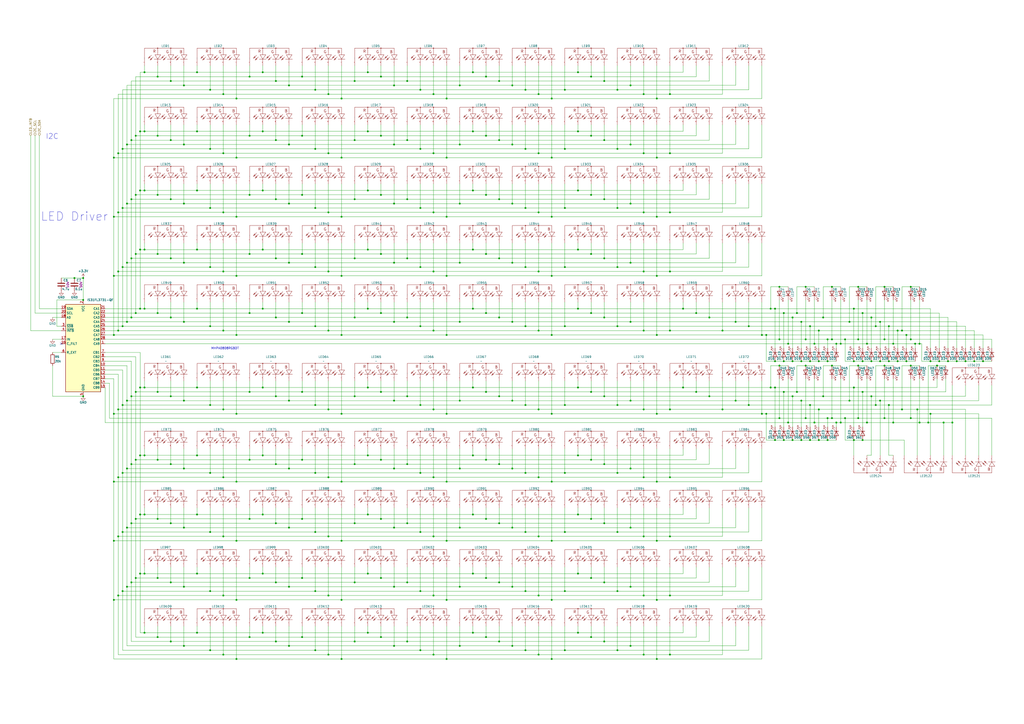
<source format=kicad_sch>
(kicad_sch (version 20231120) (generator "eeschema") (generator_version "8.0")
  (paper "A2")
  (junction (at 373.38 311.15))
  (junction (at 274.32 179.07))
  (junction (at 464.82 255.27))
  (junction (at 304.8 120.65))
  (junction (at 48.26 229.87))
  (junction (at 365.76 152.4))
  (junction (at 449.58 224.79))
  (junction (at 289.56 337.82))
  (junction (at 198.12 313.69))
  (junction (at 327.66 86.36))
  (junction (at 327.66 154.94))
  (junction (at 358.14 234.95))
  (junction (at 251.46 237.49))
  (junction (at 497.84 196.85))
  (junction (at 532.13 237.49))
  (junction (at 327.66 189.23))
  (junction (at 68.58 157.48))
  (junction (at 190.5 54.61))
  (junction (at 289.56 229.87))
  (junction (at 167.64 118.11))
  (junction (at 289.56 372.11))
  (junction (at 281.94 181.61))
  (junction (at 508 234.95))
  (junction (at 228.6 186.69))
  (junction (at 523.24 237.49))
  (junction (at 91.44 300.99))
  (junction (at 515.62 209.55))
  (junction (at 487.68 245.11))
  (junction (at 472.44 245.11))
  (junction (at 106.68 186.69))
  (junction (at 175.26 335.28))
  (junction (at 500.38 181.61))
  (junction (at 289.56 46.99))
  (junction (at 99.06 229.87))
  (junction (at 114.3 144.78))
  (junction (at 467.36 166.37))
  (junction (at 182.88 86.36))
  (junction (at 304.8 52.07))
  (junction (at 78.74 266.7))
  (junction (at 71.12 189.23))
  (junction (at 297.18 374.65))
  (junction (at 76.2 269.24))
  (junction (at 320.04 194.31))
  (junction (at 459.74 209.55))
  (junction (at 236.22 372.11))
  (junction (at 289.56 269.24))
  (junction (at 190.5 191.77))
  (junction (at 266.7 186.69))
  (junction (at 73.66 83.82))
  (junction (at 320.04 347.98))
  (junction (at 236.22 184.15))
  (junction (at 167.64 306.07))
  (junction (at 236.22 303.53))
  (junction (at 365.76 340.36))
  (junction (at 137.16 194.31))
  (junction (at 236.22 149.86))
  (junction (at 560.07 209.55))
  (junction (at 243.84 120.65))
  (junction (at 160.02 229.87))
  (junction (at 129.54 157.48))
  (junction (at 274.32 110.49))
  (junction (at 121.92 120.65))
  (junction (at 160.02 149.86))
  (junction (at 243.84 234.95))
  (junction (at 228.6 340.36))
  (junction (at 129.54 237.49))
  (junction (at 373.38 54.61))
  (junction (at 259.08 91.44))
  (junction (at 281.94 44.45))
  (junction (at 543.56 212.09))
  (junction (at 350.52 81.28))
  (junction (at 335.28 332.74))
  (junction (at 358.14 308.61))
  (junction (at 243.84 86.36))
  (junction (at 190.5 311.15))
  (junction (at 91.44 113.03))
  (junction (at 66.04 125.73))
  (junction (at 444.5 240.03))
  (junction (at 497.84 242.57))
  (junction (at 464.82 186.69))
  (junction (at 434.34 189.23))
  (junction (at 335.28 76.2))
  (junction (at 83.82 144.78))
  (junction (at 160.02 184.15))
  (junction (at 83.82 298.45))
  (junction (at 220.98 147.32))
  (junction (at 274.32 76.2))
  (junction (at 304.8 308.61))
  (junction (at 312.42 88.9))
  (junction (at 381 313.69))
  (junction (at 48.26 161.29))
  (junction (at 441.96 194.31))
  (junction (at 251.46 88.9))
  (junction (at 454.66 181.61))
  (junction (at 213.36 144.78))
  (junction (at 129.54 123.19))
  (junction (at 281.94 113.03))
  (junction (at 213.36 224.79))
  (junction (at 485.14 245.11))
  (junction (at 73.66 152.4))
  (junction (at 220.98 181.61))
  (junction (at 91.44 227.33))
  (junction (at 213.36 41.91))
  (junction (at 502.92 199.39))
  (junction (at 365.76 186.69))
  (junction (at 350.52 229.87))
  (junction (at 342.9 147.32))
  (junction (at 182.88 189.23))
  (junction (at 342.9 300.99))
  (junction (at 454.66 209.55))
  (junction (at 198.12 57.15))
  (junction (at 482.6 196.85))
  (junction (at 469.9 189.23))
  (junction (at 48.26 173.99))
  (junction (at 482.6 166.37))
  (junction (at 513.08 212.09))
  (junction (at 365.76 271.78))
  (junction (at 297.18 83.82))
  (junction (at 76.2 303.53))
  (junction (at 434.34 234.95))
  (junction (at 259.08 194.31))
  (junction (at 99.06 149.86))
  (junction (at 190.5 88.9))
  (junction (at 480.06 255.27))
  (junction (at 304.8 234.95))
  (junction (at 137.16 57.15))
  (junction (at 373.38 191.77))
  (junction (at 500.38 209.55))
  (junction (at 419.1 237.49))
  (junction (at 388.62 276.86))
  (junction (at 73.66 340.36))
  (junction (at 144.78 369.57))
  (junction (at 274.32 264.16))
  (junction (at 129.54 276.86))
  (junction (at 106.68 232.41))
  (junction (at 335.28 110.49))
  (junction (at 78.74 113.03))
  (junction (at 152.4 367.03))
  (junction (at 76.2 115.57))
  (junction (at 129.54 379.73))
  (junction (at 137.16 347.98))
  (junction (at 182.88 120.65))
  (junction (at 520.7 191.77))
  (junction (at 106.68 83.82))
  (junction (at 452.12 166.37))
  (junction (at 544.83 209.55))
  (junction (at 497.84 166.37))
  (junction (at 505.46 209.55))
  (junction (at 198.12 91.44))
  (junction (at 297.18 271.78))
  (junction (at 304.8 377.19))
  (junction (at 495.3 179.07))
  (junction (at 274.32 41.91))
  (junction (at 160.02 81.28))
  (junction (at 167.64 340.36))
  (junction (at 182.88 274.32))
  (junction (at 449.58 209.55))
  (junction (at 350.52 46.99))
  (junction (at 373.38 379.73))
  (junction (at 487.68 199.39))
  (junction (at 447.04 179.07))
  (junction (at 274.32 144.78))
  (junction (at 539.75 240.03))
  (junction (at 462.28 227.33))
  (junction (at 373.38 123.19))
  (junction (at 205.74 229.87))
  (junction (at 91.44 335.28))
  (junction (at 388.62 379.73))
  (junction (at 144.78 227.33))
  (junction (at 91.44 181.61))
  (junction (at 381 382.27))
  (junction (at 520.7 209.55))
  (junction (at 505.46 184.15))
  (junction (at 452.12 212.09))
  (junction (at 160.02 372.11))
  (junction (at 160.02 269.24))
  (junction (at 182.88 154.94))
  (junction (at 71.12 86.36))
  (junction (at 167.64 374.65))
  (junction (at 91.44 369.57))
  (junction (at 495.3 224.79))
  (junction (at 320.04 91.44))
  (junction (at 213.36 110.49))
  (junction (at 228.6 152.4))
  (junction (at 66.04 91.44))
  (junction (at 213.36 179.07))
  (junction (at 83.82 224.79))
  (junction (at 373.38 237.49))
  (junction (at 477.52 184.15))
  (junction (at 220.98 266.7))
  (junction (at 381 347.98))
  (junction (at 502.92 245.11))
  (junction (at 467.36 242.57))
  (junction (at 83.82 367.03))
  (junction (at 259.08 240.03))
  (junction (at 312.42 276.86))
  (junction (at 251.46 123.19))
  (junction (at 335.28 41.91))
  (junction (at 167.64 152.4))
  (junction (at 160.02 115.57))
  (junction (at 182.88 308.61))
  (junction (at 228.6 118.11))
  (junction (at 539.75 209.55))
  (junction (at 565.15 209.55))
  (junction (at 320.04 160.02))
  (junction (at 236.22 337.82))
  (junction (at 205.74 269.24))
  (junction (at 388.62 88.9))
  (junction (at 350.52 372.11))
  (junction (at 472.44 199.39))
  (junction (at 350.52 115.57))
  (junction (at 236.22 115.57))
  (junction (at 454.66 255.27))
  (junction (at 350.52 337.82))
  (junction (at 474.98 237.49))
  (junction (at 91.44 44.45))
  (junction (at 381 125.73))
  (junction (at 144.78 78.74))
  (junction (at 129.54 311.15))
  (junction (at 549.91 209.55))
  (junction (at 342.9 44.45))
  (junction (at 449.58 179.07))
  (junction (at 381 194.31))
  (junction (at 129.54 88.9))
  (junction (at 167.64 271.78))
  (junction (at 66.04 347.98))
  (junction (at 190.5 123.19))
  (junction (at 198.12 240.03))
  (junction (at 510.54 186.69))
  (junction (at 533.4 199.39))
  (junction (at 289.56 149.86))
  (junction (at 452.12 242.57))
  (junction (at 281.94 300.99))
  (junction (at 411.48 229.87))
  (junction (at 43.18 161.29))
  (junction (at 464.82 232.41))
  (junction (at 167.64 49.53))
  (junction (at 121.92 234.95))
  (junction (at 243.84 154.94))
  (junction (at 266.7 232.41))
  (junction (at 500.38 227.33))
  (junction (at 144.78 113.03))
  (junction (at 73.66 306.07))
  (junction (at 78.74 181.61))
  (junction (at 552.45 245.11))
  (junction (at 220.98 227.33))
  (junction (at 525.78 209.55))
  (junction (at 106.68 118.11))
  (junction (at 457.2 245.11))
  (junction (at 365.76 83.82))
  (junction (at 198.12 194.31))
  (junction (at 228.6 271.78))
  (junction (at 160.02 303.53))
  (junction (at 482.6 212.09))
  (junction (at 403.86 227.33))
  (junction (at 220.98 78.74))
  (junction (at 213.36 298.45))
  (junction (at 213.36 367.03))
  (junction (at 182.88 234.95))
  (junction (at 121.92 86.36))
  (junction (at 396.24 179.07))
  (junction (at 152.4 144.78))
  (junction (at 121.92 342.9))
  (junction (at 106.68 271.78))
  (junction (at 289.56 81.28))
  (junction (at 106.68 340.36))
  (junction (at 528.32 242.57))
  (junction (at 144.78 181.61))
  (junction (at 121.92 377.19))
  (junction (at 175.26 113.03))
  (junction (at 388.62 123.19))
  (junction (at 228.6 374.65))
  (junction (at 175.26 147.32))
  (junction (at 388.62 54.61))
  (junction (at 220.98 300.99))
  (junction (at 137.16 279.4))
  (junction (at 78.74 147.32))
  (junction (at 297.18 118.11))
  (junction (at 68.58 123.19))
  (junction (at 266.7 340.36))
  (junction (at 106.68 49.53))
  (junction (at 335.28 367.03))
  (junction (at 467.36 196.85))
  (junction (at 152.4 264.16))
  (junction (at 259.08 125.73))
  (junction (at 342.9 78.74))
  (junction (at 213.36 264.16))
  (junction (at 99.06 115.57))
  (junction (at 327.66 120.65))
  (junction (at 137.16 382.27))
  (junction (at 114.3 110.49))
  (junction (at 320.04 125.73))
  (junction (at 373.38 276.86))
  (junction (at 266.7 306.07))
  (junction (at 220.98 369.57))
  (junction (at 525.78 194.31))
  (junction (at 114.3 298.45))
  (junction (at 528.32 166.37))
  (junction (at 259.08 382.27))
  (junction (at 68.58 237.49))
  (junction (at 335.28 224.79))
  (junction (at 320.04 279.4))
  (junction (at 182.88 377.19))
  (junction (at 518.16 199.39))
  (junction (at 243.84 377.19))
  (junction (at 198.12 125.73))
  (junction (at 68.58 311.15))
  (junction (at 419.1 191.77))
  (junction (at 251.46 276.86))
  (junction (at 114.3 41.91))
  (junction (at 81.28 110.49))
  (junction (at 570.23 209.55))
  (junction (at 327.66 342.9))
  (junction (at 381 279.4))
  (junction (at 464.82 209.55))
  (junction (at 297.18 152.4))
  (junction (at 137.16 313.69))
  (junction (at 251.46 191.77))
  (junction (at 350.52 303.53))
  (junction (at 220.98 44.45))
  (junction (at 426.72 232.41))
  (junction (at 99.06 372.11))
  (junction (at 510.54 232.41))
  (junction (at 513.08 166.37))
  (junction (at 198.12 382.27))
  (junction (at 505.46 229.87))
  (junction (at 73.66 118.11))
  (junction (at 83.82 332.74))
  (junction (at 459.74 229.87))
  (junction (at 312.42 157.48))
  (junction (at 114.3 264.16))
  (junction (at 365.76 49.53))
  (junction (at 281.94 369.57))
  (junction (at 114.3 367.03))
  (junction (at 259.08 160.02))
  (junction (at 312.42 191.77))
  (junction (at 469.9 209.55))
  (junction (at 81.28 144.78))
  (junction (at 81.28 224.79))
  (junction (at 144.78 266.7))
  (junction (at 358.14 189.23))
  (junction (at 335.28 144.78))
  (junction (at 312.42 237.49))
  (junction (at 99.06 303.53))
  (junction (at 236.22 81.28))
  (junction (at 444.5 194.31))
  (junction (at 530.86 199.39))
  (junction (at 73.66 232.41))
  (junction (at 91.44 78.74))
  (junction (at 513.08 196.85))
  (junction (at 66.04 160.02))
  (junction (at 381 240.03))
  (junction (at 373.38 157.48))
  (junction (at 121.92 154.94))
  (junction (at 99.06 81.28))
  (junction (at 449.58 255.27))
  (junction (at 266.7 83.82))
  (junction (at 462.28 181.61))
  (junction (at 66.04 194.31))
  (junction (at 474.98 209.55))
  (junction (at 137.16 240.03))
  (junction (at 459.74 184.15))
  (junction (at 320.04 57.15))
  (junction (at 71.12 154.94))
  (junction (at 342.9 181.61))
  (junction (at 213.36 76.2))
  (junction (at 515.62 189.23))
  (junction (at 373.38 88.9))
  (junction (at 251.46 345.44))
  (junction (at 312.42 54.61))
  (junction (at 205.74 184.15))
  (junction (at 281.94 227.33))
  (junction (at 508 189.23))
  (junction (at 152.4 298.45))
  (junction (at 76.2 184.15))
  (junction (at 350.52 184.15))
  (junction (at 114.3 76.2))
  (junction (at 106.68 152.4))
  (junction (at 205.74 303.53))
  (junction (at 350.52 269.24))
  (junction (at 274.32 224.79))
  (junction (at 68.58 191.77))
  (junction (at 152.4 332.74))
  (junction (at 220.98 335.28))
  (junction (at 441.96 240.03))
  (junction (at 76.2 229.87))
  (junction (at 71.12 342.9))
  (junction (at 167.64 83.82))
  (junction (at 121.92 308.61))
  (junction (at 388.62 191.77))
  (junction (at 167.64 232.41))
  (junction (at 71.12 120.65))
  (junction (at 358.14 86.36))
  (junction (at 144.78 300.99))
  (junction (at 243.84 189.23))
  (junction (at 474.98 255.27))
  (junction (at 358.14 154.94))
  (junction (at 190.5 237.49))
  (junction (at 266.7 152.4))
  (junction (at 538.48 245.11))
  (junction (at 547.37 245.11))
  (junction (at 167.64 186.69))
  (junction (at 365.76 232.41))
  (junction (at 274.32 332.74))
  (junction (at 175.26 227.33))
  (junction (at 190.5 157.48))
  (junction (at 304.8 154.94))
  (junction (at 477.52 229.87))
  (junction (at 342.9 113.03))
  (junction (at 510.54 209.55))
  (junction (at 83.82 264.16))
  (junction (at 342.9 335.28))
  (junction (at 312.42 345.44))
  (junction (at 342.9 369.57))
  (junction (at 152.4 41.91))
  (junction (at 497.84 212.09))
  (junction (at 78.74 335.28))
  (junction (at 152.4 224.79))
  (junction (at 365.76 306.07))
  (junction (at 213.36 332.74))
  (junction (at 66.04 313.69))
  (junction (at 388.62 237.49))
  (junction (at 243.84 308.61))
  (junction (at 228.6 83.82))
  (junction (at 68.58 276.86))
  (junction (at 220.98 113.03))
  (junction (at 304.8 274.32))
  (junction (at 81.28 298.45))
  (junction (at 467.36 212.09))
  (junction (at 447.04 224.79))
  (junction (at 121.92 52.07))
  (junction (at 342.9 266.7))
  (junction (at 490.22 196.85))
  (junction (at 66.04 240.03))
  (junction (at 469.9 255.27))
  (junction (at 106.68 306.07))
  (junction (at 528.32 212.09))
  (junction (at 91.44 266.7))
  (junction (at 518.16 245.11))
  (junction (at 66.04 279.4))
  (junction (at 381 91.44))
  (junction (at 198.12 160.02))
  (junction (at 266.7 374.65))
  (junction (at 358.14 52.07))
  (junction (at 358.14 274.32))
  (junction (at 327.66 377.19))
  (junction (at 358.14 342.9))
  (junction (at 175.26 300.99))
  (junction (at 274.32 298.45))
  (junction (at 152.4 179.07))
  (junction (at 312.42 123.19))
  (junction (at 137.16 91.44))
  (junction (at 73.66 186.69))
  (junction (at 73.66 271.78))
  (junction (at 198.12 279.4))
  (junction (at 251.46 54.61))
  (junction (at 495.3 255.27))
  (junction (at 99.06 184.15))
  (junction (at 76.2 337.82))
  (junction (at 91.44 147.32))
  (junction (at 297.18 49.53))
  (junction (at 266.7 271.78))
  (junction (at 228.6 306.07))
  (junction (at 175.26 369.57))
  (junction (at 160.02 337.82))
  (junction (at 469.9 234.95))
  (junction (at 281.94 147.32))
  (junction (at 251.46 157.48))
  (junction (at 482.6 242.57))
  (junction (at 144.78 44.45))
  (junction (at 81.28 264.16))
  (junction (at 129.54 191.77))
  (junction (at 327.66 308.61))
  (junction (at 198.12 347.98))
  (junction (at 190.5 276.86))
  (junction (at 144.78 147.32))
  (junction (at 327.66 52.07))
  (junction (at 388.62 345.44))
  (junction (at 297.18 232.41))
  (junction (at 175.26 78.74))
  (junction (at 99.06 46.99))
  (junction (at 533.4 245.11))
  (junction (at 312.42 311.15))
  (junction (at 228.6 49.53))
  (junction (at 373.38 345.44))
  (junction (at 304.8 189.23))
  (junction (at 205.74 115.57))
  (junction (at 205.74 46.99))
  (junction (at 76.2 81.28))
  (junction (at 78.74 227.33))
  (junction (at 485.14 199.39))
  (junction (at 335.28 264.16))
  (junction (at 160.02 46.99))
  (junction (at 259.08 57.15))
  (junction (at 190.5 379.73))
  (junction (at 68.58 345.44))
  (junction (at 320.04 382.27))
  (junction (at 289.56 184.15))
  (junction (at 205.74 81.28))
  (junction (at 266.7 118.11))
  (junction (at 152.4 76.2))
  (junction (at 454.66 227.33))
  (junction (at 243.84 342.9))
  (junction (at 281.94 266.7))
  (junction (at 78.74 300.99))
  (junction (at 492.76 232.41))
  (junction (at 304.8 86.36))
  (junction (at 528.32 196.85))
  (junction (at 99.06 269.24))
  (junction (at 137.16 125.73))
  (junction (at 297.18 306.07))
  (junction (at 205.74 372.11))
  (junction (at 411.48 184.15))
  (junction (at 81.28 179.07))
  (junction (at 350.52 149.86))
  (junction (at 297.18 340.36))
  (junction (at 320.04 240.03))
  (junction (at 266.7 49.53))
  (junction (at 312.42 379.73))
  (junction (at 500.38 255.27))
  (junction (at 81.28 76.2))
  (junction (at 289.56 115.57))
  (junction (at 335.28 298.45))
  (junction (at 205.74 337.82))
  (junction (at 554.99 209.55))
  (junction (at 71.12 234.95))
  (junction (at 175.26 266.7))
  (junction (at 243.84 52.07))
  (junction (at 114.3 332.74))
  (junction (at 121.92 189.23))
  (junction (at 365.76 374.65))
  (junction (at 388.62 157.48))
  (junction (at 381 160.02))
  (junction (at 129.54 345.44))
  (junction (at 457.2 199.39))
  (junction (at 190.5 345.44))
  (junction (at 251.46 311.15))
  (junction (at 281.94 335.28))
  (junction (at 175.26 181.61))
  (junction (at 515.62 234.95))
  (junction (at 152.4 110.49))
  (junction (at 289.56 303.53))
  (junction (at 259.08 313.69))
  (junction (at 358.14 120.65))
  (junction (at 137.16 160.02))
  (junction (at 480.06 196.85))
  (junction (at 365.76 118.11))
  (junction (at 114.3 224.79))
  (junction (at 523.24 191.77))
  (junction (at 403.86 181.61))
  (junction (at 426.72 186.69))
  (junction (at 236.22 269.24))
  (junction (at 83.82 76.2))
  (junction (at 459.74 255.27))
  (junction (at 490.22 242.57))
  (junction (at 480.06 209.55))
  (junction (at 342.9 227.33))
  (junction (at 243.84 274.32))
  (junction (at 327.66 234.95))
  (junction (at 304.8 342.9))
  (junction (at 335.28 179.07))
  (junction (at 71.12 274.32))
  (junction (at 358.14 377.19))
  (junction (at 297.18 186.69))
  (junction (at 513.08 242.57))
  (junction (at 236.22 229.87))
  (junction (at 381 57.15))
  (junction (at 83.82 41.91))
  (junction (at 99.06 337.82))
  (junction (at 274.32 367.03))
  (junction (at 83.82 179.07))
  (junction (at 175.26 44.45))
  (junction (at 76.2 149.86))
  (junction (at 452.12 196.85))
  (junction (at 68.58 88.9))
  (junction (at 480.06 242.57))
  (junction (at 121.92 274.32))
  (junction (at 396.24 224.79))
  (junction (at 83.82 110.49))
  (junction (at 205.74 149.86))
  (junction (at 81.28 332.74))
  (junction (at 129.54 54.61))
  (junction (at 495.3 209.55))
  (junction (at 106.68 374.65))
  (junction (at 251.46 379.73))
  (junction (at 144.78 335.28))
  (junction (at 78.74 78.74))
  (junction (at 182.88 342.9))
  (junction (at 320.04 313.69))
  (junction (at 327.66 274.32))
  (junction (at 492.76 186.69))
  (junction (at 182.88 52.07))
  (junction (at 71.12 308.61))
  (junction (at 388.62 311.15))
  (junction (at 474.98 191.77))
  (junction (at 259.08 279.4))
  (junction (at 228.6 232.41))
  (junction (at 236.22 46.99))
  (junction (at 259.08 347.98))
  (junction (at 281.94 78.74))
  (junction (at 114.3 179.07))
  (no_connect (at 35.56 199.39))
  (wire (pts (xy 312.42 220.98) (xy 312.42 237.49)))
  (wire (pts (xy 515.62 209.55) (xy 510.54 209.55)))
  (wire (pts (xy 30.48 229.87) (xy 48.26 229.87)))
  (wire (pts (xy 441.96 220.98) (xy 441.96 240.03)))
  (wire (pts (xy 68.58 345.44) (xy 68.58 379.73)))
  (wire (pts (xy 266.7 306.07) (xy 266.7 294.64)))
  (wire (pts (xy 114.3 179.07) (xy 114.3 175.26)))
  (wire (pts (xy 71.12 308.61) (xy 121.92 308.61)))
  (wire (pts (xy 403.86 369.57) (xy 342.9 369.57)))
  (wire (pts (xy 198.12 106.68) (xy 198.12 125.73)))
  (wire (pts (xy 464.82 255.27) (xy 459.74 255.27)))
  (wire (pts (xy 60.96 184.15) (xy 76.2 184.15)))
  (wire (pts (xy 152.4 179.07) (xy 213.36 179.07)))
  (wire (pts (xy 76.2 209.55) (xy 76.2 229.87)))
  (wire (pts (xy 520.7 191.77) (xy 474.98 191.77)))
  (wire (pts (xy 71.12 342.9) (xy 121.92 342.9)))
  (wire (pts (xy 137.16 160.02) (xy 198.12 160.02)))
  (wire (pts (xy 477.52 166.37) (xy 477.52 184.15)))
  (wire (pts (xy 388.62 88.9) (xy 373.38 88.9)))
  (wire (pts (xy 289.56 175.26) (xy 289.56 184.15)))
  (wire (pts (xy 485.14 245.11) (xy 485.14 247.65)))
  (wire (pts (xy 175.26 44.45) (xy 144.78 44.45)))
  (wire (pts (xy 335.28 264.16) (xy 274.32 264.16)))
  (wire (pts (xy 457.2 199.39) (xy 457.2 173.99)))
  (wire (pts (xy 60.96 245.11) (xy 60.96 224.79)))
  (wire (pts (xy 567.69 232.41) (xy 567.69 223.52)))
  (wire (pts (xy 441.96 57.15) (xy 381 57.15)))
  (wire (pts (xy 426.72 140.97) (xy 426.72 152.4)))
  (wire (pts (xy 358.14 234.95) (xy 358.14 220.98)))
  (wire (pts (xy 495.3 224.79) (xy 495.3 247.65)))
  (wire (pts (xy 73.66 83.82) (xy 106.68 83.82)))
  (wire (pts (xy 152.4 260.35) (xy 152.4 264.16)))
  (wire (pts (xy 289.56 149.86) (xy 236.22 149.86)))
  (wire (pts (xy 182.88 52.07) (xy 243.84 52.07)))
  (wire (pts (xy 266.7 118.11) (xy 297.18 118.11)))
  (wire (pts (xy 266.7 374.65) (xy 266.7 363.22)))
  (wire (pts (xy 411.48 46.99) (xy 350.52 46.99)))
  (wire (pts (xy 106.68 220.98) (xy 106.68 232.41)))
  (wire (pts (xy 411.48 175.26) (xy 411.48 184.15)))
  (wire (pts (xy 175.26 266.7) (xy 175.26 260.35)))
  (wire (pts (xy 327.66 308.61) (xy 327.66 294.64)))
  (wire (pts (xy 137.16 347.98) (xy 198.12 347.98)))
  (wire (pts (xy 81.28 110.49) (xy 81.28 144.78)))
  (wire (pts (xy 411.48 269.24) (xy 350.52 269.24)))
  (wire (pts (xy 99.06 72.39) (xy 99.06 81.28)))
  (wire (pts (xy 66.04 219.71) (xy 66.04 240.03)))
  (wire (pts (xy 500.38 209.55) (xy 495.3 209.55)))
  (wire (pts (xy 335.28 144.78) (xy 274.32 144.78)))
  (wire (pts (xy 83.82 179.07) (xy 114.3 179.07)))
  (wire (pts (xy 447.04 212.09) (xy 447.04 224.79)))
  (wire (pts (xy 160.02 328.93) (xy 160.02 337.82)))
  (wire (pts (xy 327.66 120.65) (xy 327.66 106.68)))
  (wire (pts (xy 175.26 335.28) (xy 220.98 335.28)))
  (wire (pts (xy 167.64 363.22) (xy 167.64 374.65)))
  (wire (pts (xy 198.12 279.4) (xy 259.08 279.4)))
  (wire (pts (xy 492.76 232.41) (xy 510.54 232.41)))
  (wire (pts (xy 266.7 186.69) (xy 228.6 186.69)))
  (wire (pts (xy 388.62 276.86) (xy 373.38 276.86)))
  (wire (pts (xy 297.18 118.11) (xy 297.18 106.68)))
  (wire (pts (xy 505.46 184.15) (xy 477.52 184.15)))
  (wire (pts (xy 297.18 271.78) (xy 297.18 260.35)))
  (wire (pts (xy 472.44 245.11) (xy 457.2 245.11)))
  (wire (pts (xy 419.1 88.9) (xy 388.62 88.9)))
  (wire (pts (xy 83.82 140.97) (xy 83.82 144.78)))
  (wire (pts (xy 73.66 306.07) (xy 106.68 306.07)))
  (wire (pts (xy 99.06 337.82) (xy 160.02 337.82)))
  (wire (pts (xy 434.34 234.95) (xy 358.14 234.95)))
  (wire (pts (xy 236.22 269.24) (xy 205.74 269.24)))
  (wire (pts (xy 81.28 179.07) (xy 83.82 179.07)))
  (wire (pts (xy 342.9 140.97) (xy 342.9 147.32)))
  (wire (pts (xy 335.28 294.64) (xy 335.28 298.45)))
  (wire (pts (xy 513.08 166.37) (xy 518.16 166.37)))
  (wire (pts (xy 129.54 237.49) (xy 190.5 237.49)))
  (wire (pts (xy 66.04 313.69) (xy 137.16 313.69)))
  (wire (pts (xy 160.02 140.97) (xy 160.02 149.86)))
  (wire (pts (xy 419.1 157.48) (xy 419.1 140.97)))
  (wire (pts (xy 251.46 260.35) (xy 251.46 276.86)))
  (wire (pts (xy 160.02 72.39) (xy 160.02 81.28)))
  (wire (pts (xy 71.12 52.07) (xy 121.92 52.07)))
  (wire (pts (xy 497.84 219.71) (xy 497.84 242.57)))
  (wire (pts (xy 472.44 212.09) (xy 467.36 212.09)))
  (wire (pts (xy 213.36 38.1) (xy 213.36 41.91)))
  (wire (pts (xy 513.08 196.85) (xy 528.32 196.85)))
  (wire (pts (xy 251.46 106.68) (xy 251.46 123.19)))
  (wire (pts (xy 114.3 41.91) (xy 114.3 38.1)))
  (wire (pts (xy 83.82 144.78) (xy 114.3 144.78)))
  (wire (pts (xy 198.12 382.27) (xy 259.08 382.27)))
  (wire (pts (xy 182.88 260.35) (xy 182.88 274.32)))
  (wire (pts (xy 381 294.64) (xy 381 313.69)))
  (wire (pts (xy 403.86 78.74) (xy 342.9 78.74)))
  (wire (pts (xy 312.42 72.39) (xy 312.42 88.9)))
  (wire (pts (xy 259.08 72.39) (xy 259.08 91.44)))
  (wire (pts (xy 411.48 260.35) (xy 411.48 269.24)))
  (wire (pts (xy 464.82 232.41) (xy 426.72 232.41)))
  (wire (pts (xy 60.96 217.17) (xy 68.58 217.17)))
  (wire (pts (xy 304.8 328.93) (xy 304.8 342.9)))
  (wire (pts (xy 160.02 372.11) (xy 205.74 372.11)))
  (wire (pts (xy 350.52 328.93) (xy 350.52 337.82)))
  (wire (pts (xy 464.82 186.69) (xy 426.72 186.69)))
  (wire (pts (xy 320.04 160.02) (xy 381 160.02)))
  (wire (pts (xy 68.58 217.17) (xy 68.58 237.49)))
  (wire (pts (xy 71.12 86.36) (xy 71.12 120.65)))
  (wire (pts (xy 129.54 311.15) (xy 190.5 311.15)))
  (wire (pts (xy 137.16 140.97) (xy 137.16 160.02)))
  (wire (pts (xy 243.84 220.98) (xy 243.84 234.95)))
  (wire (pts (xy 502.92 212.09) (xy 497.84 212.09)))
  (wire (pts (xy 213.36 175.26) (xy 213.36 179.07)))
  (wire (pts (xy 68.58 311.15) (xy 129.54 311.15)))
  (wire (pts (xy 167.64 140.97) (xy 167.64 152.4)))
  (wire (pts (xy 99.06 38.1) (xy 99.06 46.99)))
  (wire (pts (xy 289.56 140.97) (xy 289.56 149.86)))
  (wire (pts (xy 175.26 113.03) (xy 220.98 113.03)))
  (wire (pts (xy 464.82 232.41) (xy 464.82 247.65)))
  (wire (pts (xy 73.66 340.36) (xy 73.66 374.65)))
  (wire (pts (xy 91.44 369.57) (xy 144.78 369.57)))
  (wire (pts (xy 190.5 38.1) (xy 190.5 54.61)))
  (wire (pts (xy 381 175.26) (xy 381 194.31)))
  (wire (pts (xy 449.58 255.27) (xy 444.5 255.27)))
  (wire (pts (xy 281.94 113.03) (xy 220.98 113.03)))
  (wire (pts (xy 281.94 106.68) (xy 281.94 113.03)))
  (wire (pts (xy 76.2 149.86) (xy 99.06 149.86)))
  (wire (pts (xy 35.56 179.07) (xy 22.86 179.07)))
  (wire (pts (xy 60.96 212.09) (xy 73.66 212.09)))
  (wire (pts (xy 373.38 311.15) (xy 312.42 311.15)))
  (wire (pts (xy 175.26 181.61) (xy 175.26 175.26)))
  (wire (pts (xy 492.76 186.69) (xy 464.82 186.69)))
  (wire (pts (xy 220.98 38.1) (xy 220.98 44.45)))
  (wire (pts (xy 335.28 363.22) (xy 335.28 367.03)))
  (wire (pts (xy 373.38 260.35) (xy 373.38 276.86)))
  (wire (pts (xy 508 189.23) (xy 469.9 189.23)))
  (wire (pts (xy 99.06 303.53) (xy 76.2 303.53)))
  (wire (pts (xy 342.9 44.45) (xy 281.94 44.45)))
  (wire (pts (xy 160.02 229.87) (xy 205.74 229.87)))
  (wire (pts (xy 106.68 232.41) (xy 167.64 232.41)))
  (wire (pts (xy 490.22 242.57) (xy 482.6 242.57)))
  (wire (pts (xy 281.94 38.1) (xy 281.94 44.45)))
  (wire (pts (xy 297.18 374.65) (xy 297.18 363.22)))
  (wire (pts (xy 482.6 166.37) (xy 477.52 166.37)))
  (wire (pts (xy 236.22 372.11) (xy 205.74 372.11)))
  (wire (pts (xy 320.04 91.44) (xy 381 91.44)))
  (wire (pts (xy 228.6 72.39) (xy 228.6 83.82)))
  (wire (pts (xy 434.34 154.94) (xy 358.14 154.94)))
  (wire (pts (xy 452.12 196.85) (xy 467.36 196.85)))
  (wire (pts (xy 474.98 237.49) (xy 474.98 247.65)))
  (wire (pts (xy 81.28 224.79) (xy 83.82 224.79)))
  (wire (pts (xy 106.68 271.78) (xy 167.64 271.78)))
  (wire (pts (xy 358.14 377.19) (xy 327.66 377.19)))
  (wire (pts (xy 449.58 224.79) (xy 447.04 224.79)))
  (wire (pts (xy 152.4 220.98) (xy 152.4 224.79)))
  (wire (pts (xy 266.7 232.41) (xy 297.18 232.41)))
  (wire (pts (xy 243.84 260.35) (xy 243.84 274.32)))
  (wire (pts (xy 251.46 345.44) (xy 312.42 345.44)))
  (wire (pts (xy 464.82 209.55) (xy 459.74 209.55)))
  (wire (pts (xy 447.04 179.07) (xy 396.24 179.07)))
  (wire (pts (xy 30.48 212.09) (xy 30.48 229.87)))
  (wire (pts (xy 434.34 106.68) (xy 434.34 120.65)))
  (wire (pts (xy 549.91 184.15) (xy 505.46 184.15)))
  (wire (pts (xy 30.48 184.15) (xy 35.56 184.15)))
  (wire (pts (xy 426.72 271.78) (xy 365.76 271.78)))
  (wire (pts (xy 358.14 189.23) (xy 327.66 189.23)))
  (wire (pts (xy 411.48 363.22) (xy 411.48 372.11)))
  (wire (pts (xy 33.02 189.23) (xy 33.02 173.99)))
  (wire (pts (xy 388.62 276.86) (xy 388.62 260.35)))
  (wire (pts (xy 538.48 212.09) (xy 543.56 212.09)))
  (wire (pts (xy 388.62 123.19) (xy 388.62 106.68)))
  (wire (pts (xy 454.66 181.61) (xy 454.66 201.93)))
  (wire (pts (xy 68.58 237.49) (xy 68.58 276.86)))
  (wire (pts (xy 152.4 110.49) (xy 213.36 110.49)))
  (wire (pts (xy 373.38 54.61) (xy 312.42 54.61)))
  (wire (pts (xy 213.36 220.98) (xy 213.36 224.79)))
  (wire (pts (xy 381 38.1) (xy 381 57.15)))
  (wire (pts (xy 342.9 335.28) (xy 281.94 335.28)))
  (wire (pts (xy 182.88 377.19) (xy 243.84 377.19)))
  (wire (pts (xy 144.78 113.03) (xy 144.78 106.68)))
  (wire (pts (xy 91.44 44.45) (xy 78.74 44.45)))
  (wire (pts (xy 411.48 115.57) (xy 350.52 115.57)))
  (wire (pts (xy 510.54 186.69) (xy 492.76 186.69)))
  (wire (pts (xy 388.62 379.73) (xy 373.38 379.73)))
  (wire (pts (xy 396.24 106.68) (xy 396.24 110.49)))
  (wire (pts (xy 335.28 76.2) (xy 274.32 76.2)))
  (wire (pts (xy 236.22 149.86) (xy 236.22 140.97)))
  (wire (pts (xy 182.88 234.95) (xy 243.84 234.95)))
  (wire (pts (xy 482.6 242.57) (xy 480.06 242.57)))
  (wire (pts (xy 565.15 191.77) (xy 565.15 201.93)))
  (wire (pts (xy 388.62 191.77) (xy 373.38 191.77)))
  (wire (pts (xy 73.66 232.41) (xy 73.66 271.78)))
  (wire (pts (xy 30.48 196.85) (xy 35.56 196.85)))
  (wire (pts (xy 243.84 38.1) (xy 243.84 52.07)))
  (wire (pts (xy 549.91 184.15) (xy 549.91 201.93)))
  (wire (pts (xy 83.82 363.22) (xy 83.82 367.03)))
  (wire (pts (xy 373.38 379.73) (xy 312.42 379.73)))
  (wire (pts (xy 251.46 237.49) (xy 312.42 237.49)))
  (wire (pts (xy 160.02 303.53) (xy 205.74 303.53)))
  (wire (pts (xy 419.1 311.15) (xy 388.62 311.15)))
  (wire (pts (xy 129.54 175.26) (xy 129.54 191.77)))
  (wire (pts (xy 342.9 72.39) (xy 342.9 78.74)))
  (wire (pts (xy 467.36 219.71) (xy 467.36 242.57)))
  (wire (pts (xy 205.74 115.57) (xy 205.74 106.68)))
  (wire (pts (xy 71.12 308.61) (xy 71.12 342.9)))
  (wire (pts (xy 358.14 377.19) (xy 358.14 363.22)))
  (wire (pts (xy 335.28 224.79) (xy 274.32 224.79)))
  (wire (pts (xy 441.96 347.98) (xy 381 347.98)))
  (wire (pts (xy 297.18 340.36) (xy 297.18 328.93)))
  (wire (pts (xy 543.56 212.09) (xy 548.64 212.09)))
  (wire (pts (xy 243.84 234.95) (xy 304.8 234.95)))
  (wire (pts (xy 259.08 294.64) (xy 259.08 313.69)))
  (wire (pts (xy 396.24 38.1) (xy 396.24 41.91)))
  (wire (pts (xy 274.32 220.98) (xy 274.32 224.79)))
  (wire (pts (xy 548.64 227.33) (xy 548.64 219.71)))
  (wire (pts (xy 403.86 227.33) (xy 342.9 227.33)))
  (wire (pts (xy 152.4 367.03) (xy 213.36 367.03)))
  (wire (pts (xy 121.92 140.97) (xy 121.92 154.94)))
  (wire (pts (xy 220.98 140.97) (xy 220.98 147.32)))
  (wire (pts (xy 175.26 181.61) (xy 220.98 181.61)))
  (wire (pts (xy 266.7 232.41) (xy 228.6 232.41)))
  (wire (pts (xy 213.36 106.68) (xy 213.36 110.49)))
  (wire (pts (xy 539.75 179.07) (xy 495.3 179.07)))
  (wire (pts (xy 83.82 110.49) (xy 114.3 110.49)))
  (wire (pts (xy 243.84 294.64) (xy 243.84 308.61)))
  (wire (pts (xy 106.68 363.22) (xy 106.68 374.65)))
  (wire (pts (xy 78.74 300.99) (xy 78.74 266.7)))
  (wire (pts (xy 78.74 78.74) (xy 78.74 113.03)))
  (wire (pts (xy 467.36 173.99) (xy 467.36 196.85)))
  (wire (pts (xy 365.76 232.41) (xy 297.18 232.41)))
  (wire (pts (xy 228.6 328.93) (xy 228.6 340.36)))
  (wire (pts (xy 175.26 147.32) (xy 144.78 147.32)))
  (wire (pts (xy 99.06 115.57) (xy 160.02 115.57)))
  (wire (pts (xy 411.48 229.87) (xy 350.52 229.87)))
  (wire (pts (xy 365.76 38.1) (xy 365.76 49.53)))
  (wire (pts (xy 83.82 110.49) (xy 81.28 110.49)))
  (wire (pts (xy 190.5 175.26) (xy 190.5 191.77)))
  (wire (pts (xy 281.94 369.57) (xy 220.98 369.57)))
  (wire (pts (xy 304.8 106.68) (xy 304.8 120.65)))
  (wire (pts (xy 403.86 335.28) (xy 342.9 335.28)))
  (wire (pts (xy 205.74 269.24) (xy 205.74 260.35)))
  (wire (pts (xy 68.58 157.48) (xy 68.58 191.77)))
  (wire (pts (xy 411.48 328.93) (xy 411.48 337.82)))
  (wire (pts (xy 190.5 157.48) (xy 251.46 157.48)))
  (wire (pts (xy 266.7 49.53) (xy 228.6 49.53)))
  (wire (pts (xy 373.38 140.97) (xy 373.38 157.48)))
  (wire (pts (xy 411.48 184.15) (xy 350.52 184.15)))
  (wire (pts (xy 327.66 154.94) (xy 327.66 140.97)))
  (wire (pts (xy 259.08 160.02) (xy 320.04 160.02)))
  (wire (pts (xy 144.78 44.45) (xy 144.78 38.1)))
  (wire (pts (xy 327.66 52.07) (xy 304.8 52.07)))
  (wire (pts (xy 198.12 38.1) (xy 198.12 57.15)))
  (wire (pts (xy 78.74 369.57) (xy 78.74 335.28)))
  (wire (pts (xy 121.92 86.36) (xy 182.88 86.36)))
  (wire (pts (xy 144.78 181.61) (xy 144.78 175.26)))
  (wire (pts (xy 243.84 86.36) (xy 304.8 86.36)))
  (wire (pts (xy 167.64 152.4) (xy 228.6 152.4)))
  (wire (pts (xy 312.42 294.64) (xy 312.42 311.15)))
  (wire (pts (xy 342.9 369.57) (xy 281.94 369.57)))
  (wire (pts (xy 205.74 337.82) (xy 205.74 328.93)))
  (wire (pts (xy 350.52 260.35) (xy 350.52 269.24)))
  (wire (pts (xy 373.38 123.19) (xy 312.42 123.19)))
  (wire (pts (xy 312.42 175.26) (xy 312.42 191.77)))
  (wire (pts (xy 274.32 367.03) (xy 213.36 367.03)))
  (wire (pts (xy 452.12 242.57) (xy 467.36 242.57)))
  (wire (pts (xy 243.84 328.93) (xy 243.84 342.9)))
  (wire (pts (xy 251.46 311.15) (xy 312.42 311.15)))
  (wire (pts (xy 495.3 224.79) (xy 449.58 224.79)))
  (wire (pts (xy 528.32 196.85) (xy 528.32 173.99)))
  (wire (pts (xy 320.04 347.98) (xy 381 347.98)))
  (wire (pts (xy 167.64 220.98) (xy 167.64 232.41)))
  (wire (pts (xy 78.74 44.45) (xy 78.74 78.74)))
  (wire (pts (xy 419.1 54.61) (xy 419.1 38.1)))
  (wire (pts (xy 327.66 274.32) (xy 304.8 274.32)))
  (wire (pts (xy 198.12 160.02) (xy 259.08 160.02)))
  (wire (pts (xy 426.72 175.26) (xy 426.72 186.69)))
  (wire (pts (xy 71.12 214.63) (xy 60.96 214.63)))
  (wire (pts (xy 388.62 237.49) (xy 373.38 237.49)))
  (wire (pts (xy 91.44 369.57) (xy 78.74 369.57)))
  (wire (pts (xy 81.28 204.47) (xy 60.96 204.47)))
  (wire (pts (xy 477.52 229.87) (xy 459.74 229.87)))
  (wire (pts (xy 91.44 181.61) (xy 144.78 181.61)))
  (wire (pts (xy 152.4 328.93) (xy 152.4 332.74)))
  (wire (pts (xy 137.16 363.22) (xy 137.16 382.27)))
  (wire (pts (xy 251.46 363.22) (xy 251.46 379.73)))
  (wire (pts (xy 76.2 46.99) (xy 76.2 81.28)))
  (wire (pts (xy 452.12 166.37) (xy 447.04 166.37)))
  (wire (pts (xy 198.12 194.31) (xy 259.08 194.31)))
  (wire (pts (xy 462.28 181.61) (xy 454.66 181.61)))
  (wire (pts (xy 114.3 76.2) (xy 114.3 72.39)))
  (wire (pts (xy 137.16 57.15) (xy 198.12 57.15)))
  (wire (pts (xy 365.76 175.26) (xy 365.76 186.69)))
  (wire (pts (xy 396.24 332.74) (xy 335.28 332.74)))
  (wire (pts (xy 99.06 140.97) (xy 99.06 149.86)))
  (wire (pts (xy 152.4 294.64) (xy 152.4 298.45)))
  (wire (pts (xy 497.84 196.85) (xy 513.08 196.85)))
  (wire (pts (xy 228.6 294.64) (xy 228.6 306.07)))
  (wire (pts (xy 472.44 166.37) (xy 467.36 166.37)))
  (wire (pts (xy 297.18 186.69) (xy 297.18 175.26)))
  (wire (pts (xy 547.37 245.11) (xy 547.37 264.16)))
  (wire (pts (xy 528.32 242.57) (xy 528.32 219.71)))
  (wire (pts (xy 198.12 140.97) (xy 198.12 160.02)))
  (wire (pts (xy 121.92 294.64) (xy 121.92 308.61)))
  (wire (pts (xy 434.34 86.36) (xy 358.14 86.36)))
  (wire (pts (xy 500.38 227.33) (xy 548.64 227.33)))
  (wire (pts (xy 91.44 220.98) (xy 91.44 227.33)))
  (wire (pts (xy 121.92 120.65) (xy 182.88 120.65)))
  (wire (pts (xy 342.9 328.93) (xy 342.9 335.28)))
  (wire (pts (xy 236.22 115.57) (xy 236.22 106.68)))
  (wire (pts (xy 81.28 76.2) (xy 81.28 110.49)))
  (wire (pts (xy 462.28 166.37) (xy 462.28 181.61)))
  (wire (pts (xy 426.72 232.41) (xy 365.76 232.41)))
  (wire (pts (xy 175.26 335.28) (xy 175.26 328.93)))
  (wire (pts (xy 358.14 342.9) (xy 327.66 342.9)))
  (wire (pts (xy 289.56 38.1) (xy 289.56 46.99)))
  (wire (pts (xy 358.14 154.94) (xy 358.14 140.97)))
  (wire (pts (xy 114.3 264.16) (xy 114.3 260.35)))
  (wire (pts (xy 419.1 276.86) (xy 388.62 276.86)))
  (wire (pts (xy 167.64 306.07) (xy 228.6 306.07)))
  (wire (pts (xy 474.98 191.77) (xy 419.1 191.77)))
  (wire (pts (xy 160.02 81.28) (xy 205.74 81.28)))
  (wire (pts (xy 342.9 363.22) (xy 342.9 369.57)))
  (wire (pts (xy 426.72 306.07) (xy 365.76 306.07)))
  (wire (pts (xy 129.54 328.93) (xy 129.54 345.44)))
  (wire (pts (xy 373.38 72.39) (xy 373.38 88.9)))
  (wire (pts (xy 66.04 347.98) (xy 66.04 382.27)))
  (wire (pts (xy 547.37 245.11) (xy 552.45 245.11)))
  (wire (pts (xy 459.74 184.15) (xy 411.48 184.15)))
  (wire (pts (xy 434.34 274.32) (xy 358.14 274.32)))
  (wire (pts (xy 99.06 175.26) (xy 99.06 184.15)))
  (wire (pts (xy 474.98 191.77) (xy 474.98 201.93)))
  (wire (pts (xy 350.52 175.26) (xy 350.52 184.15)))
  (wire (pts (xy 396.24 110.49) (xy 335.28 110.49)))
  (wire (pts (xy 83.82 76.2) (xy 81.28 76.2)))
  (wire (pts (xy 266.7 152.4) (xy 228.6 152.4)))
  (wire (pts (xy 396.24 264.16) (xy 335.28 264.16)))
  (wire (pts (xy 403.86 38.1) (xy 403.86 44.45)))
  (wire (pts (xy 190.5 379.73) (xy 251.46 379.73)))
  (wire (pts (xy 403.86 266.7) (xy 342.9 266.7)))
  (wire (pts (xy 513.08 242.57) (xy 528.32 242.57)))
  (wire (pts (xy 327.66 342.9) (xy 327.66 328.93)))
  (wire (pts (xy 106.68 106.68) (xy 106.68 118.11)))
  (wire (pts (xy 228.6 38.1) (xy 228.6 49.53)))
  (wire (pts (xy 152.4 38.1) (xy 152.4 41.91)))
  (wire (pts (xy 274.32 144.78) (xy 213.36 144.78)))
  (wire (pts (xy 251.46 294.64) (xy 251.46 311.15)))
  (wire (pts (xy 266.7 118.11) (xy 266.7 106.68)))
  (wire (pts (xy 78.74 147.32) (xy 78.74 181.61)))
  (wire (pts (xy 121.92 260.35) (xy 121.92 274.32)))
  (wire (pts (xy 510.54 232.41) (xy 510.54 264.16)))
  (wire (pts (xy 539.75 240.03) (xy 539.75 264.16)))
  (wire (pts (xy 396.24 363.22) (xy 396.24 367.03)))
  (wire (pts (xy 320.04 57.15) (xy 381 57.15)))
  (wire (pts (xy 144.78 335.28) (xy 144.78 328.93)))
  (wire (pts (xy 411.48 337.82) (xy 350.52 337.82)))
  (wire (pts (xy 106.68 72.39) (xy 106.68 83.82)))
  (wire (pts (xy 403.86 300.99) (xy 342.9 300.99)))
  (wire (pts (xy 500.38 181.61) (xy 462.28 181.61)))
  (wire (pts (xy 426.72 260.35) (xy 426.72 271.78)))
  (wire (pts (xy 99.06 81.28) (xy 76.2 81.28)))
  (wire (pts (xy 462.28 212.09) (xy 467.36 212.09)))
  (wire (pts (xy 121.92 328.93) (xy 121.92 342.9)))
  (wire (pts (xy 485.14 255.27) (xy 480.06 255.27)))
  (wire (pts (xy 365.76 340.36) (xy 297.18 340.36)))
  (wire (pts (xy 396.24 298.45) (xy 335.28 298.45)))
  (wire (pts (xy 60.96 189.23) (xy 71.12 189.23)))
  (wire (pts (xy 106.68 38.1) (xy 106.68 49.53)))
  (wire (pts (xy 129.54 72.39) (xy 129.54 88.9)))
  (wire (pts (xy 66.04 125.73) (xy 66.04 160.02)))
  (wire (pts (xy 60.96 222.25) (xy 63.5 222.25)))
  (wire (pts (xy 530.86 209.55) (xy 525.78 209.55)))
  (wire (pts (xy 335.28 140.97) (xy 335.28 144.78)))
  (wire (pts (xy 205.74 46.99) (xy 205.74 38.1)))
  (wire (pts (xy 350.52 229.87) (xy 289.56 229.87)))
  (wire (pts (xy 505.46 184.15) (xy 505.46 201.93)))
  (wire (pts (xy 518.16 264.16) (xy 515.62 264.16)))
  (wire (pts (xy 342.9 175.26) (xy 342.9 181.61)))
  (wire (pts (xy 137.16 382.27) (xy 198.12 382.27)))
  (wire (pts (xy 281.94 175.26) (xy 281.94 181.61)))
  (wire (pts (xy 365.76 72.39) (xy 365.76 83.82)))
  (wire (pts (xy 76.2 184.15) (xy 99.06 184.15)))
  (wire (pts (xy 502.92 166.37) (xy 497.84 166.37)))
  (wire (pts (xy 91.44 147.32) (xy 144.78 147.32)))
  (wire (pts (xy 544.83 181.61) (xy 500.38 181.61)))
  (wire (pts (xy 575.31 196.85) (xy 528.32 196.85)))
  (wire (pts (xy 462.28 212.09) (xy 462.28 227.33)))
  (wire (pts (xy 121.92 274.32) (xy 182.88 274.32)))
  (wire (pts (xy 533.4 245.11) (xy 538.48 245.11)))
  (wire (pts (xy 327.66 189.23) (xy 327.66 175.26)))
  (wire (pts (xy 467.36 242.57) (xy 480.06 242.57)))
  (wire (pts (xy 490.22 209.55) (xy 490.22 196.85)))
  (wire (pts (xy 304.8 140.97) (xy 304.8 154.94)))
  (wire (pts (xy 495.3 224.79) (xy 543.56 224.79)))
  (wire (pts (xy 121.92 234.95) (xy 182.88 234.95)))
  (wire (pts (xy 152.4 224.79) (xy 213.36 224.79)))
  (wire (pts (xy 114.3 224.79) (xy 152.4 224.79)))
  (wire (pts (xy 114.3 144.78) (xy 152.4 144.78)))
  (wire (pts (xy 320.04 363.22) (xy 320.04 382.27)))
  (wire (pts (xy 228.6 220.98) (xy 228.6 232.41)))
  (wire (pts (xy 167.64 374.65) (xy 228.6 374.65)))
  (wire (pts (xy 520.7 209.55) (xy 515.62 209.55)))
  (wire (pts (xy 167.64 260.35) (xy 167.64 271.78)))
  (wire (pts (xy 114.3 41.91) (xy 152.4 41.91)))
  (wire (pts (xy 137.16 175.26) (xy 137.16 194.31)))
  (wire (pts (xy 121.92 189.23) (xy 182.88 189.23)))
  (wire (pts (xy 78.74 147.32) (xy 91.44 147.32)))
  (wire (pts (xy 60.96 207.01) (xy 78.74 207.01)))
  (wire (pts (xy 518.16 219.71) (xy 518.16 245.11)))
  (wire (pts (xy 35.56 189.23) (xy 33.02 189.23)))
  (wire (pts (xy 403.86 113.03) (xy 342.9 113.03)))
  (wire (pts (xy 251.46 123.19) (xy 312.42 123.19)))
  (wire (pts (xy 441.96 240.03) (xy 381 240.03)))
  (wire (pts (xy 243.84 72.39) (xy 243.84 86.36)))
  (wire (pts (xy 121.92 377.19) (xy 182.88 377.19)))
  (wire (pts (xy 129.54 54.61) (xy 190.5 54.61)))
  (wire (pts (xy 312.42 191.77) (xy 251.46 191.77)))
  (wire (pts (xy 304.8 175.26) (xy 304.8 189.23)))
  (wire (pts (xy 144.78 78.74) (xy 144.78 72.39)))
  (wire (pts (xy 259.08 260.35) (xy 259.08 279.4)))
  (wire (pts (xy 528.32 166.37) (xy 533.4 166.37)))
  (wire (pts (xy 137.16 279.4) (xy 198.12 279.4)))
  (wire (pts (xy 66.04 125.73) (xy 137.16 125.73)))
  (wire (pts (xy 129.54 345.44) (xy 190.5 345.44)))
  (wire (pts (xy 259.08 363.22) (xy 259.08 382.27)))
  (wire (pts (xy 447.04 224.79) (xy 396.24 224.79)))
  (wire (pts (xy 388.62 311.15) (xy 373.38 311.15)))
  (wire (pts (xy 434.34 175.26) (xy 434.34 189.23)))
  (wire (pts (xy 426.72 328.93) (xy 426.72 340.36)))
  (wire (pts (xy 487.68 199.39) (xy 502.92 199.39)))
  (wire (pts (xy 388.62 123.19) (xy 373.38 123.19)))
  (wire (pts (xy 175.26 300.99) (xy 144.78 300.99)))
  (wire (pts (xy 167.64 118.11) (xy 228.6 118.11)))
  (wire (pts (xy 327.66 189.23) (xy 304.8 189.23)))
  (wire (pts (xy 190.5 88.9) (xy 251.46 88.9)))
  (wire (pts (xy 83.82 41.91) (xy 81.28 41.91)))
  (wire (pts (xy 335.28 332.74) (xy 274.32 332.74)))
  (wire (pts (xy 289.56 106.68) (xy 289.56 115.57)))
  (wire (pts (xy 99.06 269.24) (xy 160.02 269.24)))
  (wire (pts (xy 482.6 173.99) (xy 482.6 196.85)))
  (wire (pts (xy 220.98 106.68) (xy 220.98 113.03)))
  (wire (pts (xy 396.24 175.26) (xy 396.24 179.07)))
  (wire (pts (xy 160.02 175.26) (xy 160.02 184.15)))
  (wire (pts (xy 281.94 147.32) (xy 220.98 147.32)))
  (wire (pts (xy 71.12 154.94) (xy 121.92 154.94)))
  (wire (pts (xy 243.84 120.65) (xy 304.8 120.65)))
  (wire (pts (xy 469.9 209.55) (xy 464.82 209.55)))
  (wire (pts (xy 441.96 194.31) (xy 381 194.31)))
  (wire (pts (xy 449.58 179.07) (xy 447.04 179.07)))
  (wire (pts (xy 66.04 91.44) (xy 66.04 125.73)))
  (wire (pts (xy 35.56 181.61) (xy 20.32 181.61)))
  (wire (pts (xy 60.96 191.77) (xy 68.58 191.77)))
  (wire (pts (xy 497.84 242.57) (xy 490.22 242.57)))
  (wire (pts (xy 570.23 194.31) (xy 570.23 201.93)))
  (wire (pts (xy 60.96 181.61) (xy 78.74 181.61)))
  (wire (pts (xy 411.48 294.64) (xy 411.48 303.53)))
  (wire (pts (xy 152.4 41.91) (xy 213.36 41.91)))
  (wire (pts (xy 266.7 186.69) (xy 266.7 175.26)))
  (wire (pts (xy 419.1 237.49) (xy 388.62 237.49)))
  (wire (pts (xy 213.36 72.39) (xy 213.36 76.2)))
  (wire (pts (xy 518.16 245.11) (xy 533.4 245.11)))
  (wire (pts (xy 575.31 196.85) (xy 575.31 201.93)))
  (wire (pts (xy 289.56 363.22) (xy 289.56 372.11)))
  (wire (pts (xy 190.5 294.64) (xy 190.5 311.15)))
  (wire (pts (xy 411.48 303.53) (xy 350.52 303.53)))
  (wire (pts (xy 426.72 83.82) (xy 365.76 83.82)))
  (wire (pts (xy 513.08 242.57) (xy 513.08 219.71)))
  (wire (pts (xy 66.04 240.03) (xy 66.04 279.4)))
  (wire (pts (xy 106.68 49.53) (xy 167.64 49.53)))
  (wire (pts (xy 259.08 382.27) (xy 320.04 382.27)))
  (wire (pts (xy 213.36 294.64) (xy 213.36 298.45)))
  (wire (pts (xy 129.54 106.68) (xy 129.54 123.19)))
  (wire (pts (xy 281.94 363.22) (xy 281.94 369.57)))
  (wire (pts (xy 320.04 382.27) (xy 381 382.27)))
  (wire (pts (xy 426.72 38.1) (xy 426.72 49.53)))
  (wire (pts (xy 472.44 199.39) (xy 457.2 199.39)))
  (wire (pts (xy 106.68 294.64) (xy 106.68 306.07)))
  (wire (pts (xy 175.26 335.28) (xy 144.78 335.28)))
  (wire (pts (xy 388.62 379.73) (xy 388.62 363.22)))
  (wire (pts (xy 388.62 237.49) (xy 388.62 220.98)))
  (wire (pts (xy 411.48 372.11) (xy 350.52 372.11)))
  (wire (pts (xy 525.78 194.31) (xy 525.78 201.93)))
  (wire (pts (xy 81.28 332.74) (xy 81.28 367.03)))
  (wire (pts (xy 510.54 232.41) (xy 567.69 232.41)))
  (wire (pts (xy 17.78 78.74) (xy 17.78 191.77)))
  (wire (pts (xy 129.54 191.77) (xy 190.5 191.77)))
  (wire (pts (xy 114.3 367.03) (xy 114.3 363.22)))
  (wire (pts (xy 190.5 140.97) (xy 190.5 157.48)))
  (wire (pts (xy 106.68 340.36) (xy 167.64 340.36)))
  (wire (pts (xy 403.86 140.97) (xy 403.86 147.32)))
  (wire (pts (xy 297.18 232.41) (xy 297.18 220.98)))
  (wire (pts (xy 327.66 234.95) (xy 327.66 220.98)))
  (wire (pts (xy 167.64 175.26) (xy 167.64 186.69)))
  (wire (pts (xy 350.52 72.39) (xy 350.52 81.28)))
  (wire (pts (xy 274.32 175.26) (xy 274.32 179.07)))
  (wire (pts (xy 335.28 110.49) (xy 274.32 110.49)))
  (wire (pts (xy 106.68 118.11) (xy 167.64 118.11)))
  (wire (pts (xy 20.32 78.74) (xy 20.32 181.61)))
  (wire (pts (xy 137.16 313.69) (xy 198.12 313.69)))
  (wire (pts (xy 403.86 181.61) (xy 342.9 181.61)))
  (wire (pts (xy 441.96 279.4) (xy 381 279.4)))
  (wire (pts (xy 182.88 308.61) (xy 243.84 308.61)))
  (wire (pts (xy 469.9 234.95) (xy 469.9 247.65)))
  (wire (pts (xy 474.98 237.49) (xy 419.1 237.49)))
  (wire (pts (xy 167.64 72.39) (xy 167.64 83.82)))
  (wire (pts (xy 381 194.31) (xy 320.04 194.31)))
  (wire (pts (xy 365.76 83.82) (xy 297.18 83.82)))
  (wire (pts (xy 259.08 140.97) (xy 259.08 160.02)))
  (wire (pts (xy 281.94 140.97) (xy 281.94 147.32)))
  (wire (pts (xy 106.68 328.93) (xy 106.68 340.36)))
  (wire (pts (xy 350.52 303.53) (xy 289.56 303.53)))
  (wire (pts (xy 114.3 76.2) (xy 152.4 76.2)))
  (wire (pts (xy 114.3 298.45) (xy 114.3 294.64)))
  (wire (pts (xy 297.18 306.07) (xy 297.18 294.64)))
  (wire (pts (xy 525.78 194.31) (xy 444.5 194.31)))
  (wire (pts (xy 175.26 227.33) (xy 175.26 220.98)))
  (wire (pts (xy 190.5 191.77) (xy 251.46 191.77)))
  (wire (pts (xy 452.12 196.85) (xy 452.12 173.99)))
  (wire (pts (xy 350.52 81.28) (xy 289.56 81.28)))
  (wire (pts (xy 236.22 184.15) (xy 236.22 175.26)))
  (wire (pts (xy 259.08 328.93) (xy 259.08 347.98)))
  (wire (pts (xy 66.04 194.31) (xy 137.16 194.31)))
  (wire (pts (xy 350.52 269.24) (xy 289.56 269.24)))
  (wire (pts (xy 533.4 212.09) (xy 528.32 212.09)))
  (wire (pts (xy 281.94 227.33) (xy 220.98 227.33)))
  (wire (pts (xy 236.22 337.82) (xy 236.22 328.93)))
  (wire (pts (xy 281.94 78.74) (xy 220.98 78.74)))
  (wire (pts (xy 350.52 140.97) (xy 350.52 149.86)))
  (wire (pts (xy 342.9 220.98) (xy 342.9 227.33)))
  (wire (pts (xy 320.04 125.73) (xy 381 125.73)))
  (wire (pts (xy 71.12 274.32) (xy 121.92 274.32)))
  (wire (pts (xy 137.16 194.31) (xy 198.12 194.31)))
  (wire (pts (xy 520.7 191.77) (xy 520.7 201.93)))
  (wire (pts (xy 91.44 106.68) (xy 91.44 113.03)))
  (wire (pts (xy 73.66 374.65) (xy 106.68 374.65)))
  (wire (pts (xy 160.02 294.64) (xy 160.02 303.53)))
  (wire (pts (xy 388.62 54.61) (xy 388.62 38.1)))
  (wire (pts (xy 289.56 303.53) (xy 236.22 303.53)))
  (wire (pts (xy 454.66 227.33) (xy 454.66 247.65)))
  (wire (pts (xy 160.02 106.68) (xy 160.02 115.57)))
  (wire (pts (xy 444.5 194.31) (xy 441.96 194.31)))
  (wire (pts (xy 182.88 140.97) (xy 182.88 154.94)))
  (wire (pts (xy 342.9 181.61) (xy 281.94 181.61)))
  (wire (pts (xy 281.94 181.61) (xy 220.98 181.61)))
  (wire (pts (xy 66.04 382.27) (xy 137.16 382.27)))
  (wire (pts (xy 281.94 44.45) (xy 220.98 44.45)))
  (wire (pts (xy 152.4 72.39) (xy 152.4 76.2)))
  (wire (pts (xy 129.54 123.19) (xy 190.5 123.19)))
  (wire (pts (xy 441.96 91.44) (xy 381 91.44)))
  (wire (pts (xy 373.38 363.22) (xy 373.38 379.73)))
  (wire (pts (xy 251.46 157.48) (xy 312.42 157.48)))
  (wire (pts (xy 365.76 49.53) (xy 297.18 49.53)))
  (wire (pts (xy 335.28 41.91) (xy 274.32 41.91)))
  (wire (pts (xy 441.96 160.02) (xy 381 160.02)))
  (wire (pts (xy 160.02 46.99) (xy 205.74 46.99)))
  (wire (pts (xy 373.38 38.1) (xy 373.38 54.61)))
  (wire (pts (xy 434.34 189.23) (xy 358.14 189.23)))
  (wire (pts (xy 289.56 269.24) (xy 236.22 269.24)))
  (wire (pts (xy 477.52 229.87) (xy 505.46 229.87)))
  (wire (pts (xy 91.44 72.39) (xy 91.44 78.74)))
  (wire (pts (xy 513.08 166.37) (xy 508 166.37)))
  (wire (pts (xy 469.9 255.27) (xy 464.82 255.27)))
  (wire (pts (xy 441.96 313.69) (xy 381 313.69)))
  (wire (pts (xy 175.26 227.33) (xy 220.98 227.33)))
  (wire (pts (xy 419.1 191.77) (xy 388.62 191.77)))
  (wire (pts (xy 358.14 234.95) (xy 327.66 234.95)))
  (wire (pts (xy 289.56 294.64) (xy 289.56 303.53)))
  (wire (pts (xy 281.94 294.64) (xy 281.94 300.99)))
  (wire (pts (xy 251.46 328.93) (xy 251.46 345.44)))
  (wire (pts (xy 106.68 175.26) (xy 106.68 186.69)))
  (wire (pts (xy 281.94 220.98) (xy 281.94 227.33)))
  (wire (pts (xy 236.22 149.86) (xy 205.74 149.86)))
  (wire (pts (xy 510.54 209.55) (xy 505.46 209.55)))
  (wire (pts (xy 160.02 38.1) (xy 160.02 46.99)))
  (wire (pts (xy 182.88 120.65) (xy 243.84 120.65)))
  (wire (pts (xy 259.08 106.68) (xy 259.08 125.73)))
  (wire (pts (xy 530.86 199.39) (xy 530.86 201.93)))
  (wire (pts (xy 243.84 342.9) (xy 304.8 342.9)))
  (wire (pts (xy 342.9 294.64) (xy 342.9 300.99)))
  (wire (pts (xy 335.28 298.45) (xy 274.32 298.45)))
  (wire (pts (xy 175.26 266.7) (xy 144.78 266.7)))
  (wire (pts (xy 411.48 140.97) (xy 411.48 149.86)))
  (wire (pts (xy 274.32 179.07) (xy 213.36 179.07)))
  (wire (pts (xy 289.56 72.39) (xy 289.56 81.28)))
  (wire (pts (xy 243.84 52.07) (xy 304.8 52.07)))
  (wire (pts (xy 259.08 279.4) (xy 320.04 279.4)))
  (wire (pts (xy 60.96 186.69) (xy 73.66 186.69)))
  (wire (pts (xy 289.56 337.82) (xy 236.22 337.82)))
  (wire (pts (xy 419.1 311.15) (xy 419.1 294.64)))
  (wire (pts (xy 78.74 227.33) (xy 78.74 266.7)))
  (wire (pts (xy 251.46 276.86) (xy 312.42 276.86)))
  (wire (pts (xy 167.64 232.41) (xy 228.6 232.41)))
  (wire (pts (xy 175.26 78.74) (xy 175.26 72.39)))
  (wire (pts (xy 99.06 328.93) (xy 99.06 337.82)))
  (wire (pts (xy 530.86 199.39) (xy 518.16 199.39)))
  (wire (pts (xy 121.92 52.07) (xy 182.88 52.07)))
  (wire (pts (xy 327.66 154.94) (xy 304.8 154.94)))
  (wire (pts (xy 426.72 72.39) (xy 426.72 83.82)))
  (wire (pts (xy 459.74 184.15) (xy 459.74 201.93)))
  (wire (pts (xy 304.8 363.22) (xy 304.8 377.19)))
  (wire (pts (xy 532.13 237.49) (xy 532.13 264.16)))
  (wire (pts (xy 71.12 234.95) (xy 71.12 274.32)))
  (wire (pts (xy 365.76 294.64) (xy 365.76 306.07)))
  (wire (pts (xy 99.06 106.68) (xy 99.06 115.57)))
  (wire (pts (xy 388.62 54.61) (xy 373.38 54.61)))
  (wire (pts (xy 411.48 220.98) (xy 411.48 229.87)))
  (wire (pts (xy 83.82 179.07) (xy 83.82 175.26)))
  (wire (pts (xy 83.82 260.35) (xy 83.82 264.16)))
  (wire (pts (xy 175.26 300.99) (xy 175.26 294.64)))
  (wire (pts (xy 388.62 157.48) (xy 373.38 157.48)))
  (wire (pts (xy 373.38 191.77) (xy 312.42 191.77)))
  (wire (pts (xy 259.08 313.69) (xy 320.04 313.69)))
  (wire (pts (xy 274.32 264.16) (xy 213.36 264.16)))
  (wire (pts (xy 480.06 255.27) (xy 474.98 255.27)))
  (wire (pts (xy 419.1 276.86) (xy 419.1 260.35)))
  (wire (pts (xy 220.98 260.35) (xy 220.98 266.7)))
  (wire (pts (xy 358.14 52.07) (xy 327.66 52.07)))
  (wire (pts (xy 469.9 234.95) (xy 434.34 234.95)))
  (wire (pts (xy 469.9 189.23) (xy 469.9 201.93)))
  (wire (pts (xy 434.34 328.93) (xy 434.34 342.9)))
  (wire (pts (xy 304.8 72.39) (xy 304.8 86.36)))
  (wire (pts (xy 320.04 106.68) (xy 320.04 125.73)))
  (wire (pts (xy 106.68 374.65) (xy 167.64 374.65)))
  (wire (pts (xy 91.44 266.7) (xy 144.78 266.7)))
  (wire (pts (xy 182.88 274.32) (xy 243.84 274.32)))
  (wire (pts (xy 320.04 220.98) (xy 320.04 240.03)))
  (wire (pts (xy 144.78 266.7) (xy 144.78 260.35)))
  (wire (pts (xy 152.4 264.16) (xy 213.36 264.16)))
  (wire (pts (xy 205.74 303.53) (xy 205.74 294.64)))
  (wire (pts (xy 60.96 199.39) (xy 457.2 199.39)))
  (wire (pts (xy 259.08 240.03) (xy 320.04 240.03)))
  (wire (pts (xy 83.82 224.79) (xy 114.3 224.79)))
  (wire (pts (xy 403.86 294.64) (xy 403.86 300.99)))
  (wire (pts (xy 129.54 363.22) (xy 129.54 379.73)))
  (wire (pts (xy 213.36 260.35) (xy 213.36 264.16)))
  (wire (pts (xy 513.08 242.57) (xy 497.84 242.57)))
  (wire (pts (xy 175.26 113.03) (xy 144.78 113.03)))
  (wire (pts (xy 373.38 157.48) (xy 312.42 157.48)))
  (wire (pts (xy 342.9 78.74) (xy 281.94 78.74)))
  (wire (pts (xy 198.12 363.22) (xy 198.12 382.27)))
  (wire (pts (xy 419.1 379.73) (xy 419.1 363.22)))
  (wire (pts (xy 373.38 276.86) (xy 312.42 276.86)))
  (wire (pts (xy 175.26 227.33) (xy 144.78 227.33)))
  (wire (pts (xy 152.4 332.74) (xy 213.36 332.74)))
  (wire (pts (xy 137.16 294.64) (xy 137.16 313.69)))
  (wire (pts (xy 480.06 196.85) (xy 467.36 196.85)))
  (wire (pts (xy 350.52 294.64) (xy 350.52 303.53)))
  (wire (pts (xy 266.7 271.78) (xy 297.18 271.78)))
  (wire (pts (xy 525.78 209.55) (xy 520.7 209.55)))
  (wire (pts (xy 502.92 199.39) (xy 502.92 173.99)))
  (wire (pts (xy 137.16 260.35) (xy 137.16 279.4)))
  (wire (pts (xy 560.07 189.23) (xy 515.62 189.23)))
  (wire (pts (xy 281.94 260.35) (xy 281.94 266.7)))
  (wire (pts (xy 99.06 184.15) (xy 160.02 184.15)))
  (wire (pts (xy 426.72 340.36) (xy 365.76 340.36)))
  (wire (pts (xy 91.44 300.99) (xy 144.78 300.99)))
  (wire (pts (xy 567.69 240.03) (xy 567.69 264.16)))
  (wire (pts (xy 251.46 54.61) (xy 312.42 54.61)))
  (wire (pts (xy 76.2 149.86) (xy 76.2 184.15)))
  (wire (pts (xy 91.44 175.26) (xy 91.44 181.61)))
  (wire (pts (xy 327.66 86.36) (xy 304.8 86.36)))
  (wire (pts (xy 441.96 328.93) (xy 441.96 347.98)))
  (wire (pts (xy 236.22 81.28) (xy 236.22 72.39)))
  (wire (pts (xy 205.74 372.11) (xy 205.74 363.22)))
  (wire (pts (xy 129.54 379.73) (xy 190.5 379.73)))
  (wire (pts (xy 71.12 120.65) (xy 71.12 154.94)))
  (wire (pts (xy 441.96 294.64) (xy 441.96 313.69)))
  (wire (pts (xy 152.4 140.97) (xy 152.4 144.78)))
  (wire (pts (xy 160.02 220.98) (xy 160.02 229.87)))
  (wire (pts (xy 160.02 115.57) (xy 205.74 115.57)))
  (wire (pts (xy 266.7 49.53) (xy 266.7 38.1)))
  (wire (pts (xy 236.22 46.99) (xy 236.22 38.1)))
  (wire (pts (xy 320.04 72.39) (xy 320.04 91.44)))
  (wire (pts (xy 220.98 220.98) (xy 220.98 227.33)))
  (wire (pts (xy 99.06 372.11) (xy 76.2 372.11)))
  (wire (pts (xy 335.28 106.68) (xy 335.28 110.49)))
  (wire (pts (xy 190.5 328.93) (xy 190.5 345.44)))
  (wire (pts (xy 335.28 367.03) (xy 274.32 367.03)))
  (wire (pts (xy 274.32 224.79) (xy 213.36 224.79)))
  (wire (pts (xy 60.96 245.11) (xy 457.2 245.11)))
  (wire (pts (xy 312.42 106.68) (xy 312.42 123.19)))
  (wire (pts (xy 358.14 120.65) (xy 358.14 106.68)))
  (wire (pts (xy 73.66 152.4) (xy 106.68 152.4)))
  (wire (pts (xy 73.66 49.53) (xy 106.68 49.53)))
  (wire (pts (xy 513.08 196.85) (xy 513.08 173.99)))
  (wire (pts (xy 434.34 342.9) (xy 358.14 342.9)))
  (wire (pts (xy 266.7 83.82) (xy 228.6 83.82)))
  (wire (pts (xy 358.14 120.65) (xy 327.66 120.65)))
  (wire (pts (xy 205.74 184.15) (xy 236.22 184.15)))
  (wire (pts (xy 35.56 191.77) (xy 17.78 191.77)))
  (wire (pts (xy 485.14 245.11) (xy 487.68 245.11)))
  (wire (pts (xy 175.26 78.74) (xy 144.78 78.74)))
  (wire (pts (xy 228.6 106.68) (xy 228.6 118.11)))
  (wire (pts (xy 495.3 255.27) (xy 495.3 264.16)))
  (wire (pts (xy 114.3 110.49) (xy 114.3 106.68)))
  (wire (pts (xy 73.66 306.07) (xy 73.66 340.36)))
  (wire (pts (xy 175.26 300.99) (xy 220.98 300.99)))
  (wire (pts (xy 289.56 115.57) (xy 236.22 115.57)))
  (wire (pts (xy 554.99 186.69) (xy 554.99 201.93)))
  (wire (pts (xy 396.24 41.91) (xy 335.28 41.91)))
  (wire (pts (xy 205.74 184.15) (xy 205.74 175.26)))
  (wire (pts (xy 335.28 179.07) (xy 274.32 179.07)))
  (wire (pts (xy 144.78 227.33) (xy 144.78 220.98)))
  (wire (pts (xy 396.24 294.64) (xy 396.24 298.45)))
  (wire (pts (xy 137.16 328.93) (xy 137.16 347.98)))
  (wire (pts (xy 236.22 229.87) (xy 236.22 220.98)))
  (wire (pts (xy 320.04 194.31) (xy 259.08 194.31)))
  (wire (pts (xy 76.2 303.53) (xy 76.2 337.82)))
  (wire (pts (xy 320.04 175.26) (xy 320.04 194.31)))
  (wire (pts (xy 137.16 220.98) (xy 137.16 240.03)))
  (wire (pts (xy 342.9 227.33) (xy 281.94 227.33)))
  (wire (pts (xy 190.5 237.49) (xy 251.46 237.49)))
  (wire (pts (xy 320.04 279.4) (xy 381 279.4)))
  (wire (pts (xy 68.58 276.86) (xy 129.54 276.86)))
  (wire (pts (xy 381 140.97) (xy 381 160.02)))
  (wire (pts (xy 304.8 260.35) (xy 304.8 274.32)))
  (wire (pts (xy 73.66 212.09) (xy 73.66 232.41)))
  (wire (pts (xy 91.44 294.64) (xy 91.44 300.99)))
  (wire (pts (xy 167.64 38.1) (xy 167.64 49.53)))
  (wire (pts (xy 281.94 335.28) (xy 220.98 335.28)))
  (wire (pts (xy 403.86 72.39) (xy 403.86 78.74)))
  (wire (pts (xy 515.62 234.95) (xy 515.62 264.16)))
  (wire (pts (xy 213.36 140.97) (xy 213.36 144.78)))
  (wire (pts (xy 190.5 220.98) (xy 190.5 237.49)))
  (wire (pts (xy 403.86 363.22) (xy 403.86 369.57)))
  (wire (pts (xy 76.2 303.53) (xy 76.2 269.24)))
  (wire (pts (xy 243.84 175.26) (xy 243.84 189.23)))
  (wire (pts (xy 144.78 369.57) (xy 144.78 363.22)))
  (wire (pts (xy 518.16 245.11) (xy 502.92 245.11)))
  (wire (pts (xy 500.38 227.33) (xy 500.38 247.65)))
  (wire (pts (xy 485.14 199.39) (xy 487.68 199.39)))
  (wire (pts (xy 266.7 232.41) (xy 266.7 220.98)))
  (wire (pts (xy 73.66 271.78) (xy 106.68 271.78)))
  (wire (pts (xy 78.74 181.61) (xy 91.44 181.61)))
  (wire (pts (xy 342.9 300.99) (xy 281.94 300.99)))
  (wire (pts (xy 373.38 237.49) (xy 312.42 237.49)))
  (wire (pts (xy 91.44 38.1) (xy 91.44 44.45)))
  (wire (pts (xy 243.84 377.19) (xy 304.8 377.19)))
  (wire (pts (xy 137.16 240.03) (xy 198.12 240.03)))
  (wire (pts (xy 71.12 86.36) (xy 121.92 86.36)))
  (wire (pts (xy 198.12 328.93) (xy 198.12 347.98)))
  (wire (pts (xy 160.02 363.22) (xy 160.02 372.11)))
  (wire (pts (xy 454.66 255.27) (xy 449.58 255.27)))
  (wire (pts (xy 121.92 38.1) (xy 121.92 52.07)))
  (wire (pts (xy 289.56 81.28) (xy 236.22 81.28)))
  (wire (pts (xy 485.14 209.55) (xy 480.06 209.55)))
  (wire (pts (xy 73.66 118.11) (xy 73.66 152.4)))
  (wire (pts (xy 441.96 38.1) (xy 441.96 57.15)))
  (wire (pts (xy 327.66 342.9) (xy 304.8 342.9)))
  (wire (pts (xy 106.68 260.35) (xy 106.68 271.78)))
  (wire (pts (xy 289.56 328.93) (xy 289.56 337.82)))
  (wire (pts (xy 81.28 144.78) (xy 83.82 144.78)))
  (wire (pts (xy 167.64 83.82) (xy 228.6 83.82)))
  (wire (pts (xy 396.24 328.93) (xy 396.24 332.74)))
  (wire (pts (xy 213.36 363.22) (xy 213.36 367.03)))
  (wire (pts (xy 114.3 144.78) (xy 114.3 140.97)))
  (wire (pts (xy 205.74 81.28) (xy 205.74 72.39)))
  (wire (pts (xy 68.58 123.19) (xy 68.58 157.48)))
  (wire (pts (xy 342.9 266.7) (xy 281.94 266.7)))
  (wire (pts (xy 236.22 269.24) (xy 236.22 260.35)))
  (wire (pts (xy 434.34 377.19) (xy 358.14 377.19)))
  (wire (pts (xy 48.26 161.29) (xy 43.18 161.29)))
  (wire (pts (xy 508 212.09) (xy 508 234.95)))
  (wire (pts (xy 68.58 191.77) (xy 129.54 191.77)))
  (wire (pts (xy 365.76 152.4) (xy 297.18 152.4)))
  (wire (pts (xy 91.44 335.28) (xy 144.78 335.28)))
  (wire (pts (xy 457.2 245.11) (xy 457.2 219.71)))
  (wire (pts (xy 68.58 276.86) (xy 68.58 311.15)))
  (wire (pts (xy 419.1 54.61) (xy 388.62 54.61)))
  (wire (pts (xy 388.62 191.77) (xy 388.62 175.26)))
  (wire (pts (xy 266.7 271.78) (xy 266.7 260.35)))
  (wire (pts (xy 358.14 86.36) (xy 327.66 86.36)))
  (wire (pts (xy 419.1 237.49) (xy 419.1 220.98)))
  (wire (pts (xy 68.58 345.44) (xy 129.54 345.44)))
  (wire (pts (xy 538.48 245.11) (xy 547.37 245.11)))
  (wire (pts (xy 304.8 38.1) (xy 304.8 52.07)))
  (wire (pts (xy 129.54 140.97) (xy 129.54 157.48)))
  (wire (pts (xy 167.64 106.68) (xy 167.64 118.11)))
  (wire (pts (xy 373.38 294.64) (xy 373.38 311.15)))
  (wire (pts (xy 396.24 76.2) (xy 335.28 76.2)))
  (wire (pts (xy 495.3 255.27) (xy 490.22 255.27)))
  (wire (pts (xy 205.74 229.87) (xy 205.74 220.98)))
  (wire (pts (xy 365.76 106.68) (xy 365.76 118.11)))
  (wire (pts (xy 518.16 173.99) (xy 518.16 199.39)))
  (wire (pts (xy 320.04 328.93) (xy 320.04 347.98)))
  (wire (pts (xy 434.34 260.35) (xy 434.34 274.32)))
  (wire (pts (xy 30.48 204.47) (xy 35.56 204.47)))
  (wire (pts (xy 365.76 220.98) (xy 365.76 232.41)))
  (wire (pts (xy 66.04 240.03) (xy 137.16 240.03)))
  (wire (pts (xy 198.12 240.03) (xy 259.08 240.03)))
  (wire (pts (xy 534.67 209.55) (xy 534.67 199.39)))
  (wire (pts (xy 160.02 260.35) (xy 160.02 269.24)))
  (wire (pts (xy 91.44 266.7) (xy 78.74 266.7)))
  (wire (pts (xy 182.88 72.39) (xy 182.88 86.36)))
  (wire (pts (xy 259.08 125.73) (xy 320.04 125.73)))
  (wire (pts (xy 182.88 86.36) (xy 243.84 86.36)))
  (wire (pts (xy 575.31 209.55) (xy 570.23 209.55)))
  (wire (pts (xy 152.4 363.22) (xy 152.4 367.03)))
  (wire (pts (xy 190.5 72.39) (xy 190.5 88.9)))
  (wire (pts (xy 68.58 54.61) (xy 129.54 54.61)))
  (wire (pts (xy 459.74 209.55) (xy 454.66 209.55)))
  (wire (pts (xy 114.3 298.45) (xy 152.4 298.45)))
  (wire (pts (xy 335.28 72.39) (xy 335.28 76.2)))
  (wire (pts (xy 312.42 328.93) (xy 312.42 345.44)))
  (wire (pts (xy 327.66 274.32) (xy 327.66 260.35)))
  (wire (pts (xy 66.04 279.4) (xy 137.16 279.4)))
  (wire (pts (xy 91.44 113.03) (xy 78.74 113.03)))
  (wire (pts (xy 175.26 44.45) (xy 220.98 44.45)))
  (wire (pts (xy 83.82 298.45) (xy 114.3 298.45)))
  (wire (pts (xy 335.28 220.98) (xy 335.28 224.79)))
  (wire (pts (xy 403.86 175.26) (xy 403.86 181.61)))
  (wire (pts (xy 565.15 209.55) (xy 560.07 209.55)))
  (wire (pts (xy 304.8 294.64) (xy 304.8 308.61)))
  (wire (pts (xy 508 166.37) (xy 508 189.23)))
  (wire (pts (xy 381 328.93) (xy 381 347.98)))
  (wire (pts (xy 251.46 220.98) (xy 251.46 237.49)))
  (wire (pts (xy 83.82 328.93) (xy 83.82 332.74)))
  (wire (pts (xy 78.74 227.33) (xy 91.44 227.33)))
  (wire (pts (xy 99.06 46.99) (xy 160.02 46.99)))
  (wire (pts (xy 190.5 345.44) (xy 251.46 345.44)))
  (wire (pts (xy 190.5 276.86) (xy 251.46 276.86)))
  (wire (pts (xy 462.28 166.37) (xy 467.36 166.37)))
  (wire (pts (xy 570.23 209.55) (xy 565.15 209.55)))
  (wire (pts (xy 274.32 41.91) (xy 213.36 41.91)))
  (wire (pts (xy 73.66 186.69) (xy 106.68 186.69)))
  (wire (pts (xy 220.98 328.93) (xy 220.98 335.28)))
  (wire (pts (xy 560.07 189.23) (xy 560.07 201.93)))
  (wire (pts (xy 434.34 140.97) (xy 434.34 154.94)))
  (wire (pts (xy 66.04 160.02) (xy 66.04 194.31)))
  (wire (pts (xy 575.31 234.95) (xy 575.31 223.52)))
  (wire (pts (xy 274.32 140.97) (xy 274.32 144.78)))
  (wire (pts (xy 114.3 332.74) (xy 114.3 328.93)))
  (wire (pts (xy 320.04 140.97) (xy 320.04 160.02)))
  (wire (pts (xy 327.66 86.36) (xy 327.66 72.39)))
  (wire (pts (xy 114.3 367.03) (xy 152.4 367.03)))
  (wire (pts (xy 358.14 342.9) (xy 358.14 328.93)))
  (wire (pts (xy 289.56 260.35) (xy 289.56 269.24)))
  (wire (pts (xy 441.96 140.97) (xy 441.96 160.02)))
  (wire (pts (xy 411.48 72.39) (xy 411.48 81.28)))
  (wire (pts (xy 477.52 212.09) (xy 482.6 212.09)))
  (wire (pts (xy 236.22 303.53) (xy 236.22 294.64)))
  (wire (pts (xy 487.68 212.09) (xy 482.6 212.09)))
  (wire (pts (xy 182.88 189.23) (xy 243.84 189.23)))
  (wire (pts (xy 350.52 115.57) (xy 289.56 115.57)))
  (wire (pts (xy 327.66 377.19) (xy 304.8 377.19)))
  (wire (pts (xy 487.68 199.39) (xy 487.68 173.99)))
  (wire (pts (xy 68.58 237.49) (xy 129.54 237.49)))
  (wire (pts (xy 477.52 212.09) (xy 477.52 229.87)))
  (wire (pts (xy 444.5 209.55) (xy 444.5 194.31)))
  (wire (pts (xy 152.4 106.68) (xy 152.4 110.49)))
  (wire (pts (xy 487.68 245.11) (xy 487.68 219.71)))
  (wire (pts (xy 575.31 242.57) (xy 528.32 242.57)))
  (wire (pts (xy 274.32 106.68) (xy 274.32 110.49)))
  (wire (pts (xy 538.48 212.09) (xy 538.48 245.11)))
  (wire (pts (xy 266.7 340.36) (xy 297.18 340.36)))
  (wire (pts (xy 560.07 237.49) (xy 560.07 264.16)))
  (wire (pts (xy 73.66 49.53) (xy 73.66 83.82)))
  (wire (pts (xy 480.06 242.57) (xy 480.06 247.65)))
  (wire (pts (xy 426.72 49.53) (xy 365.76 49.53)))
  (wire (pts (xy 190.5 54.61) (xy 251.46 54.61)))
  (wire (pts (xy 99.06 220.98) (xy 99.06 229.87)))
  (wire (pts (xy 358.14 154.94) (xy 327.66 154.94)))
  (wire (pts (xy 441.96 175.26) (xy 441.96 194.31)))
  (wire (pts (xy 411.48 38.1) (xy 411.48 46.99)))
  (wire (pts (xy 167.64 294.64) (xy 167.64 306.07)))
  (wire (pts (xy 419.1 88.9) (xy 419.1 72.39)))
  (wire (pts (xy 68.58 379.73) (xy 129.54 379.73)))
  (wire (pts (xy 434.34 308.61) (xy 358.14 308.61)))
  (wire (pts (xy 508 212.09) (xy 513.08 212.09)))
  (wire (pts (xy 454.66 209.55) (xy 449.58 209.55)))
  (wire (pts (xy 373.38 175.26) (xy 373.38 191.77)))
  (wire (pts (xy 198.12 175.26) (xy 198.12 194.31)))
  (wire (pts (xy 228.6 363.22) (xy 228.6 374.65)))
  (wire (pts (xy 500.38 255.27) (xy 524.51 255.27)))
  (wire (pts (xy 565.15 191.77) (xy 523.24 191.77)))
  (wire (pts (xy 434.34 220.98) (xy 434.34 234.95)))
  (wire (pts (xy 554.99 209.55) (xy 549.91 209.55)))
  (wire (pts (xy 182.88 106.68) (xy 182.88 120.65)))
  (wire (pts (xy 114.3 110.49) (xy 152.4 110.49)))
  (wire (pts (xy 497.84 173.99) (xy 497.84 196.85)))
  (wire (pts (xy 68.58 311.15) (xy 68.58 345.44)))
  (wire (pts (xy 485.14 199.39) (xy 472.44 199.39)))
  (wire (pts (xy 365.76 306.07) (xy 297.18 306.07)))
  (wire (pts (xy 121.92 106.68) (xy 121.92 120.65)))
  (wire (pts (xy 121.92 308.61) (xy 182.88 308.61)))
  (wire (pts (xy 83.82 38.1) (xy 83.82 41.91)))
  (wire (pts (xy 175.26 369.57) (xy 144.78 369.57)))
  (wire (pts (xy 495.3 179.07) (xy 495.3 201.93)))
  (wire (pts (xy 81.28 298.45) (xy 81.28 264.16)))
  (wire (pts (xy 335.28 328.93) (xy 335.28 332.74)))
  (wire (pts (xy 73.66 271.78) (xy 73.66 306.07)))
  (wire (pts (xy 22.86 78.74) (xy 22.86 179.07)))
  (wire (pts (xy 365.76 260.35) (xy 365.76 271.78)))
  (wire (pts (xy 81.28 298.45) (xy 81.28 332.74)))
  (wire (pts (xy 304.8 220.98) (xy 304.8 234.95)))
  (wire (pts (xy 182.88 154.94) (xy 243.84 154.94)))
  (wire (pts (xy 66.04 57.15) (xy 137.16 57.15)))
  (wire (pts (xy 365.76 374.65) (xy 297.18 374.65)))
  (wire (pts (xy 213.36 328.93) (xy 213.36 332.74)))
  (wire (pts (xy 419.1 123.19) (xy 388.62 123.19)))
  (wire (pts (xy 81.28 204.47) (xy 81.28 224.79)))
  (wire (pts (xy 236.22 81.28) (xy 205.74 81.28)))
  (wire (pts (xy 454.66 181.61) (xy 403.86 181.61)))
  (wire (pts (xy 388.62 88.9) (xy 388.62 72.39)))
  (wire (pts (xy 281.94 300.99) (xy 220.98 300.99)))
  (wire (pts (xy 335.28 38.1) (xy 335.28 41.91)))
  (wire (pts (xy 505.46 229.87) (xy 560.07 229.87)))
  (wire (pts (xy 327.66 377.19) (xy 327.66 363.22)))
  (wire (pts (xy 373.38 345.44) (xy 312.42 345.44)))
  (wire (pts (xy 129.54 220.98) (xy 129.54 237.49)))
  (wire (pts (xy 554.99 186.69) (xy 510.54 186.69)))
  (wire (pts (xy 220.98 72.39) (xy 220.98 78.74)))
  (wire (pts (xy 83.82 41.91) (xy 114.3 41.91)))
  (wire (pts (xy 198.12 220.98) (xy 198.12 240.03)))
  (wire (pts (xy 144.78 300.99) (xy 144.78 294.64)))
  (wire (pts (xy 66.04 57.15) (xy 66.04 91.44)))
  (wire (pts (xy 426.72 186.69) (xy 365.76 186.69)))
  (wire (pts (xy 175.26 113.03) (xy 175.26 106.68)))
  (wire (pts (xy 182.88 38.1) (xy 182.88 52.07)))
  (wire (pts (xy 327.66 52.07) (xy 327.66 38.1)))
  (wire (pts (xy 350.52 106.68) (xy 350.52 115.57)))
  (wire (pts (xy 99.06 303.53) (xy 160.02 303.53)))
  (wire (pts (xy 73.66 152.4) (xy 73.66 186.69)))
  (wire (pts (xy 358.14 308.61) (xy 358.14 294.64)))
  (wire (pts (xy 365.76 140.97) (xy 365.76 152.4)))
  (wire (pts (xy 99.06 294.64) (xy 99.06 303.53)))
  (wire (pts (xy 99.06 337.82) (xy 76.2 337.82)))
  (wire (pts (xy 71.12 342.9) (xy 71.12 377.19)))
  (wire (pts (xy 441.96 72.39) (xy 441.96 91.44)))
  (wire (pts (xy 91.44 78.74) (xy 144.78 78.74)))
  (wire (pts (xy 342.9 147.32) (xy 281.94 147.32)))
  (wire (pts (xy 373.38 328.93) (xy 373.38 345.44)))
  (wire (pts (xy 289.56 184.15) (xy 236.22 184.15)))
  (wire (pts (xy 454.66 227.33) (xy 403.86 227.33)))
  (wire (pts (xy 515.62 234.95) (xy 575.31 234.95)))
  (wire (pts (xy 129.54 38.1) (xy 129.54 54.61)))
  (wire (pts (xy 99.06 269.24) (xy 76.2 269.24)))
  (wire (pts (xy 259.08 347.98) (xy 320.04 347.98)))
  (wire (pts (xy 129.54 88.9) (xy 190.5 88.9)))
  (wire (pts (xy 99.06 260.35) (xy 99.06 269.24)))
  (wire (pts (xy 312.42 363.22) (xy 312.42 379.73)))
  (wire (pts (xy 462.28 227.33) (xy 454.66 227.33)))
  (wire (pts (xy 68.58 54.61) (xy 68.58 88.9)))
  (wire (pts (xy 83.82 367.03) (xy 81.28 367.03)))
  (wire (pts (xy 78.74 113.03) (xy 78.74 147.32)))
  (wire (pts (xy 66.04 219.71) (xy 60.96 219.71)))
  (wire (pts (xy 175.26 78.74) (xy 220.98 78.74)))
  (wire (pts (xy 396.24 144.78) (xy 335.28 144.78)))
  (wire (pts (xy 152.4 298.45) (xy 213.36 298.45)))
  (wire (pts (xy 190.5 106.68) (xy 190.5 123.19)))
  (wire (pts (xy 335.28 175.26) (xy 335.28 179.07)))
  (wire (pts (xy 523.24 191.77) (xy 520.7 191.77)))
  (wire (pts (xy 549.91 209.55) (xy 544.83 209.55)))
  (wire (pts (xy 114.3 332.74) (xy 152.4 332.74)))
  (wire (pts (xy 251.46 175.26) (xy 251.46 191.77)))
  (wire (pts (xy 78.74 207.01) (xy 78.74 227.33)))
  (wire (pts (xy 365.76 186.69) (xy 297.18 186.69)))
  (wire (pts (xy 373.38 106.68) (xy 373.38 123.19)))
  (wire (pts (xy 274.32 72.39) (xy 274.32 76.2)))
  (wire (pts (xy 83.82 76.2) (xy 114.3 76.2)))
  (wire (pts (xy 99.06 149.86) (xy 160.02 149.86)))
  (wire (pts (xy 497.84 196.85) (xy 490.22 196.85)))
  (wire (pts (xy 320.04 240.03) (xy 381 240.03)))
  (wire (pts (xy 266.7 306.07) (xy 297.18 306.07)))
  (wire (pts (xy 60.96 196.85) (xy 452.12 196.85)))
  (wire (pts (xy 304.8 189.23) (xy 243.84 189.23)))
  (wire (pts (xy 236.22 229.87) (xy 205.74 229.87)))
  (wire (pts (xy 182.88 328.93) (xy 182.88 342.9)))
  (wire (pts (xy 114.3 224.79) (xy 114.3 220.98)))
  (wire (pts (xy 449.58 179.07) (xy 449.58 201.93)))
  (wire (pts (xy 243.84 154.94) (xy 304.8 154.94)))
  (wire (pts (xy 342.9 106.68) (xy 342.9 113.03)))
  (wire (pts (xy 259.08 175.26) (xy 259.08 194.31)))
  (wire (pts (xy 482.6 219.71) (xy 482.6 242.57)))
  (wire (pts (xy 289.56 46.99) (xy 236.22 46.99)))
  (wire (pts (xy 83.82 332.74) (xy 81.28 332.74)))
  (wire (pts (xy 441.96 106.68) (xy 441.96 125.73)))
  (wire (pts (xy 495.3 209.55) (xy 490.22 209.55)))
  (wire (pts (xy 43.18 161.29) (xy 35.56 161.29)))
  (wire (pts (xy 381 72.39) (xy 381 91.44)))
  (wire (pts (xy 137.16 125.73) (xy 198.12 125.73)))
  (wire (pts (xy 426.72 294.64) (xy 426.72 306.07)))
  (wire (pts (xy 441.96 125.73) (xy 381 125.73)))
  (wire (pts (xy 403.86 44.45) (xy 342.9 44.45)))
  (wire (pts (xy 396.24 72.39) (xy 396.24 76.2)))
  (wire (pts (xy 508 234.95) (xy 515.62 234.95)))
  (wire (pts (xy 243.84 308.61) (xy 304.8 308.61)))
  (wire (pts (xy 60.96 194.31) (xy 66.04 194.31)))
  (wire (pts (xy 205.74 149.86) (xy 205.74 140.97)))
  (wire (pts (xy 83.82 264.16) (xy 81.28 264.16)))
  (wire (pts (xy 560.07 209.55) (xy 554.99 209.55)))
  (wire (pts (xy 289.56 220.98) (xy 289.56 229.87)))
  (wire (pts (xy 350.52 38.1) (xy 350.52 46.99)))
  (wire (pts (xy 71.12 189.23) (xy 121.92 189.23)))
  (wire (pts (xy 160.02 337.82) (xy 205.74 337.82)))
  (wire (pts (xy 444.5 255.27) (xy 444.5 240.03)))
  (wire (pts (xy 99.06 229.87) (xy 160.02 229.87)))
  (wire (pts (xy 281.94 266.7) (xy 220.98 266.7)))
  (wire (pts (xy 502.92 264.16) (xy 505.46 264.16)))
  (wire (pts (xy 320.04 294.64) (xy 320.04 313.69)))
  (wire (pts (xy 480.06 209.55) (xy 474.98 209.55)))
  (wire (pts (xy 198.12 313.69) (xy 259.08 313.69)))
  (wire (pts (xy 76.2 229.87) (xy 99.06 229.87)))
  (wire (pts (xy 78.74 300.99) (xy 91.44 300.99)))
  (wire (pts (xy 480.06 196.85) (xy 480.06 201.93)))
  (wire (pts (xy 500.38 181.61) (xy 500.38 201.93)))
  (wire (pts (xy 60.96 179.07) (xy 81.28 179.07)))
  (wire (pts (xy 532.13 237.49) (xy 523.24 237.49)))
  (wire (pts (xy 266.7 340.36) (xy 228.6 340.36)))
  (wire (pts (xy 350.52 337.82) (xy 289.56 337.82)))
  (wire (pts (xy 434.34 38.1) (xy 434.34 52.07)))
  (wire (pts (xy 274.32 298.45) (xy 213.36 298.45)))
  (wire (pts (xy 459.74 255.27) (xy 454.66 255.27)))
  (wire (pts (xy 381 106.68) (xy 381 125.73)))
  (wire (pts (xy 91.44 227.33) (xy 144.78 227.33)))
  (wire (pts (xy 396.24 220.98) (xy 396.24 224.79)))
  (wire (pts (xy 121.92 154.94) (xy 182.88 154.94)))
  (wire (pts (xy 266.7 306.07) (xy 228.6 306.07)))
  (wire (pts (xy 73.66 83.82) (xy 73.66 118.11)))
  (wire (pts (xy 91.44 328.93) (xy 91.44 335.28)))
  (wire (pts (xy 220.98 363.22) (xy 220.98 369.57)))
  (wire (pts (xy 274.32 260.35) (xy 274.32 264.16)))
  (wire (pts (xy 274.32 76.2) (xy 213.36 76.2)))
  (wire (pts (xy 137.16 106.68) (xy 137.16 125.73)))
  (wire (pts (xy 441.96 260.35) (xy 441.96 279.4)))
  (wire (pts (xy 71.12 214.63) (xy 71.12 234.95)))
  (wire (pts (xy 426.72 118.11) (xy 365.76 118.11)))
  (wire (pts (xy 83.82 72.39) (xy 83.82 76.2)))
  (wire (pts (xy 236.22 372.11) (xy 236.22 363.22)))
  (wire (pts (xy 236.22 303.53) (xy 205.74 303.53)))
  (wire (pts (xy 457.2 166.37) (xy 452.12 166.37)))
  (wire (pts (xy 419.1 157.48) (xy 388.62 157.48)))
  (wire (pts (xy 480.06 196.85) (xy 482.6 196.85)))
  (wire (pts (xy 228.6 175.26) (xy 228.6 186.69)))
  (wire (pts (xy 381 363.22) (xy 381 382.27)))
  (wire (pts (xy 457.2 212.09) (xy 452.12 212.09)))
  (wire (pts (xy 99.06 81.28) (xy 160.02 81.28)))
  (wire (pts (xy 358.14 86.36) (xy 358.14 72.39)))
  (wire (pts (xy 388.62 345.44) (xy 373.38 345.44)))
  (wire (pts (xy 444.5 240.03) (xy 441.96 240.03)))
  (wire (pts (xy 175.26 369.57) (xy 220.98 369.57)))
  (wire (pts (xy 259.08 38.1) (xy 259.08 57.15)))
  (wire (pts (xy 327.66 308.61) (xy 304.8 308.61)))
  (wire (pts (xy 441.96 382.27) (xy 381 382.27)))
  (wire (pts (xy 365.76 271.78) (xy 297.18 271.78)))
  (wire (pts (xy 434.34 72.39) (xy 434.34 86.36)))
  (wire (pts (xy 251.46 379.73) (xy 312.42 379.73)))
  (wire (pts (xy 182.88 175.26) (xy 182.88 189.23)))
  (wire (pts (xy 71.12 274.32) (xy 71.12 308.61)))
  (wire (pts (xy 160.02 149.86) (xy 205.74 149.86)))
  (wire (pts (xy 83.82 264.16) (xy 114.3 264.16)))
  (wire (pts (xy 68.58 88.9) (xy 129.54 88.9)))
  (wire (pts (xy 419.1 123.19) (xy 419.1 106.68)))
  (wire (pts (xy 543.56 224.79) (xy 543.56 219.71)))
  (wire (pts (xy 373.38 220.98) (xy 373.38 237.49)))
  (wire (pts (xy 167.64 340.36) (xy 228.6 340.36)))
  (wire (pts (xy 297.18 49.53) (xy 297.18 38.1)))
  (wire (pts (xy 198.12 294.64) (xy 198.12 313.69)))
  (wire (pts (xy 403.86 106.68) (xy 403.86 113.03)))
  (wire (pts (xy 73.66 118.11) (xy 106.68 118.11)))
  (wire (pts (xy 411.48 106.68) (xy 411.48 115.57)))
  (wire (pts (xy 365.76 328.93) (xy 365.76 340.36)))
  (wire (pts (xy 243.84 140.97) (xy 243.84 154.94)))
  (wire (pts (xy 99.06 46.99) (xy 76.2 46.99)))
  (wire (pts (xy 342.9 38.1) (xy 342.9 44.45)))
  (wire (pts (xy 544.83 209.55) (xy 539.75 209.55)))
  (wire (pts (xy 358.14 274.32) (xy 327.66 274.32)))
  (wire (pts (xy 129.54 276.86) (xy 190.5 276.86)))
  (wire (pts (xy 91.44 113.03) (xy 144.78 113.03)))
  (wire (pts (xy 266.7 83.82) (xy 266.7 72.39)))
  (wire (pts (xy 182.88 363.22) (xy 182.88 377.19)))
  (wire (pts (xy 78.74 335.28) (xy 78.74 300.99)))
  (wire (pts (xy 403.86 260.35) (xy 403.86 266.7)))
  (wire (pts (xy 83.82 332.74) (xy 114.3 332.74)))
  (wire (pts (xy 358.14 308.61) (xy 327.66 308.61)))
  (wire (pts (xy 388.62 345.44) (xy 388.62 328.93)))
  (wire (pts (xy 121.92 363.22) (xy 121.92 377.19)))
  (wire (pts (xy 487.68 166.37) (xy 482.6 166.37)))
  (wire (pts (xy 243.84 363.22) (xy 243.84 377.19)))
  (wire (pts (xy 560.07 237.49) (xy 532.13 237.49)))
  (wire (pts (xy 121.92 342.9) (xy 182.88 342.9)))
  (wire (pts (xy 505.46 264.16) (xy 505.46 229.87)))
  (wire (pts (xy 434.34 52.07) (xy 358.14 52.07)))
  (wire (pts (xy 388.62 157.48) (xy 388.62 140.97)))
  (wire (pts (xy 426.72 152.4) (xy 365.76 152.4)))
  (wire (pts (xy 83.82 294.64) (xy 83.82 298.45)))
  (wire (pts (xy 114.3 179.07) (xy 152.4 179.07)))
  (wire (pts (xy 228.6 140.97) (xy 228.6 152.4)))
  (wire (pts (xy 71.12 234.95) (xy 121.92 234.95)))
  (wire (pts (xy 190.5 260.35) (xy 190.5 276.86)))
  (wire (pts (xy 91.44 260.35) (xy 91.44 266.7)))
  (wire (pts (xy 492.76 212.09) (xy 497.84 212.09)))
  (wire (pts (xy 388.62 311.15) (xy 388.62 294.64)))
  (wire (pts (xy 266.7 374.65) (xy 228.6 374.65)))
  (wire (pts (xy 91.44 44.45) (xy 144.78 44.45)))
  (wire (pts (xy 152.4 175.26) (xy 152.4 179.07)))
  (wire (pts (xy 114.3 264.16) (xy 152.4 264.16)))
  (wire (pts (xy 289.56 229.87) (xy 236.22 229.87)))
  (wire (pts (xy 33.02 173.99) (xy 48.26 173.99)))
  (wire (pts (xy 492.76 212.09) (xy 492.76 232.41)))
  (wire (pts (xy 99.06 372.11) (xy 160.02 372.11)))
  (wire (pts (xy 459.74 229.87) (xy 411.48 229.87)))
  (wire (pts (xy 403.86 328.93) (xy 403.86 335.28)))
  (wire (pts (xy 459.74 229.87) (xy 459.74 247.65)))
  (wire (pts (xy 411.48 81.28) (xy 350.52 81.28)))
  (wire (pts (xy 358.14 274.32) (xy 358.14 260.35)))
  (wire (pts (xy 63.5 242.57) (xy 452.12 242.57)))
  (wire (pts (xy 83.82 367.03) (xy 114.3 367.03)))
  (wire (pts (xy 76.2 115.57) (xy 99.06 115.57)))
  (wire (pts (xy 66.04 160.02) (xy 137.16 160.02)))
  (wire (pts (xy 419.1 345.44) (xy 388.62 345.44)))
  (wire (pts (xy 320.04 313.69) (xy 381 313.69)))
  (wire (pts (xy 544.83 181.61) (xy 544.83 201.93)))
  (wire (pts (xy 83.82 106.68) (xy 83.82 110.49)))
  (wire (pts (xy 474.98 255.27) (xy 469.9 255.27)))
  (wire (pts (xy 167.64 271.78) (xy 228.6 271.78)))
  (wire (pts (xy 175.26 369.57) (xy 175.26 363.22)))
  (wire (pts (xy 434.34 189.23) (xy 469.9 189.23)))
  (wire (pts (xy 342.9 260.35) (xy 342.9 266.7)))
  (wire (pts (xy 575.31 242.57) (xy 575.31 264.16)))
  (wire (pts (xy 396.24 179.07) (xy 335.28 179.07)))
  (wire (pts (xy 474.98 237.49) (xy 523.24 237.49)))
  (wire (pts (xy 129.54 294.64) (xy 129.54 311.15)))
  (wire (pts (xy 83.82 298.45) (xy 81.28 298.45)))
  (wire (pts (xy 220.98 294.64) (xy 220.98 300.99)))
  (wire (pts (xy 426.72 106.68) (xy 426.72 118.11)))
  (wire (pts (xy 137.16 38.1) (xy 137.16 57.15)))
  (wire (pts (xy 71.12 52.07) (xy 71.12 86.36)))
  (wire (pts (xy 266.7 340.36) (xy 266.7 328.93)))
  (wire (pts (xy 182.88 342.9) (xy 243.84 342.9)))
  (wire (pts (xy 523.24 237.49) (xy 523.24 212.09)))
  (wire (pts (xy 274.32 332.74) (xy 213.36 332.74)))
  (wire (pts (xy 251.46 88.9) (xy 312.42 88.9)))
  (wire (pts (xy 71.12 377.19) (xy 121.92 377.19)))
  (wire (pts (xy 490.22 255.27) (xy 490.22 242.57)))
  (wire (pts (xy 500.38 255.27) (xy 495.3 255.27)))
  (wire (pts (xy 76.2 337.82) (xy 76.2 372.11)))
  (wire (pts (xy 220.98 175.26) (xy 220.98 181.61)))
  (wire (pts (xy 68.58 88.9) (xy 68.58 123.19)))
  (wire (pts (xy 91.44 363.22) (xy 91.44 369.57)))
  (wire (pts (xy 167.64 186.69) (xy 228.6 186.69)))
  (wire (pts (xy 144.78 147.32) (xy 144.78 140.97)))
  (wire (pts (xy 160.02 184.15) (xy 205.74 184.15)))
  (wire (pts (xy 63.5 222.25) (xy 63.5 242.57)))
  (wire (pts (xy 447.04 212.09) (xy 452.12 212.09)))
  (wire (pts (xy 403.86 147.32) (xy 342.9 147.32)))
  (wire (pts (xy 266.7 374.65) (xy 297.18 374.65)))
  (wire (pts (xy 228.6 260.35) (xy 228.6 271.78)))
  (wire (pts (xy 266.7 152.4) (xy 266.7 140.97)))
  (wire (pts (xy 91.44 78.74) (xy 78.74 78.74)))
  (wire (pts (xy 68.58 157.48) (xy 129.54 157.48)))
  (wire (pts (xy 419.1 379.73) (xy 388.62 379.73)))
  (wire (pts (xy 518.16 212.09) (xy 513.08 212.09)))
  (wire (pts (xy 492.76 166.37) (xy 497.84 166.37)))
  (wire (pts (xy 81.28 144.78) (xy 81.28 179.07)))
  (wire (pts (xy 99.06 363.22) (xy 99.06 372.11)))
  (wire (pts (xy 106.68 140.97) (xy 106.68 152.4)))
  (wire (pts (xy 175.26 147.32) (xy 220.98 147.32)))
  (wire (pts (xy 91.44 140.97) (xy 91.44 147.32)))
  (wire (pts (xy 350.52 46.99) (xy 289.56 46.99)))
  (wire (pts (xy 71.12 120.65) (xy 121.92 120.65)))
  (wire (pts (xy 266.7 186.69) (xy 297.18 186.69)))
  (wire (pts (xy 350.52 149.86) (xy 289.56 149.86)))
  (wire (pts (xy 76.2 229.87) (xy 76.2 269.24)))
  (wire (pts (xy 528.32 166.37) (xy 523.24 166.37)))
  (wire (pts (xy 73.66 232.41) (xy 106.68 232.41)))
  (wire (pts (xy 297.18 83.82) (xy 297.18 72.39)))
  (wire (pts (xy 121.92 72.39) (xy 121.92 86.36)))
  (wire (pts (xy 539.75 179.07) (xy 539.75 201.93)))
  (wire (pts (xy 492.76 232.41) (xy 464.82 232.41)))
  (wire (pts (xy 66.04 347.98) (xy 137.16 347.98)))
  (wire (pts (xy 320.04 38.1) (xy 320.04 57.15)))
  (wire (pts (xy 175.26 266.7) (xy 220.98 266.7)))
  (wire (pts (xy 167.64 49.53) (xy 228.6 49.53)))
  (wire (pts (xy 464.82 186.69) (xy 464.82 201.93)))
  (wire (pts (xy 434.34 294.64) (xy 434.34 308.61)))
  (wire (pts (xy 66.04 91.44) (xy 137.16 91.44)))
  (wire (pts (xy 259.08 57.15) (xy 320.04 57.15)))
  (wire (pts (xy 198.12 125.73) (xy 259.08 125.73)))
  (wire (pts (xy 274.32 363.22) (xy 274.32 367.03)))
  (wire (pts (xy 419.1 345.44) (xy 419.1 328.93)))
  (wire (pts (xy 419.1 191.77) (xy 419.1 175.26)))
  (wire (pts (xy 396.24 224.79) (xy 335.28 224.79)))
  (wire (pts (xy 510.54 186.69) (xy 510.54 201.93)))
  (wire (pts (xy 495.3 179.07) (xy 449.58 179.07)))
  (wire (pts (xy 490.22 196.85) (xy 482.6 196.85)))
  (wire (pts (xy 452.12 242.57) (xy 452.12 219.71)))
  (wire (pts (xy 175.26 181.61) (xy 144.78 181.61)))
  (wire (pts (xy 312.42 140.97) (xy 312.42 157.48)))
  (wire (pts (xy 121.92 220.98) (xy 121.92 234.95)))
  (wire (pts (xy 106.68 152.4) (xy 167.64 152.4)))
  (wire (pts (xy 320.04 260.35) (xy 320.04 279.4)))
  (wire (pts (xy 523.24 191.77) (xy 523.24 166.37)))
  (wire (pts (xy 515.62 189.23) (xy 508 189.23)))
  (wire (pts (xy 560.07 223.52) (xy 560.07 229.87)))
  (wire (pts (xy 373.38 88.9) (xy 312.42 88.9)))
  (wire (pts (xy 274.32 38.1) (xy 274.32 41.91)))
  (wire (pts (xy 81.28 224.79) (xy 81.28 264.16)))
  (wire (pts (xy 71.12 154.94) (xy 71.12 189.23)))
  (wire (pts (xy 474.98 209.55) (xy 469.9 209.55)))
  (wire (pts (xy 485.14 199.39) (xy 485.14 201.93)))
  (wire (pts (xy 403.86 220.98) (xy 403.86 227.33)))
  (wire (pts (xy 327.66 120.65) (xy 304.8 120.65)))
  (wire (pts (xy 533.4 219.71) (xy 533.4 245.11)))
  (wire (pts (xy 441.96 363.22) (xy 441.96 382.27)))
  (wire (pts (xy 259.08 91.44) (xy 320.04 91.44)))
  (wire (pts (xy 236.22 337.82) (xy 205.74 337.82)))
  (wire (pts (xy 524.51 255.27) (xy 524.51 264.16)))
  (wire (pts (xy 552.45 245.11) (xy 552.45 223.52)))
  (wire (pts (xy 533.4 173.99) (xy 533.4 199.39)))
  (wire (pts (xy 281.94 328.93) (xy 281.94 335.28)))
  (wire (pts (xy 236.22 115.57) (xy 205.74 115.57)))
  (wire (pts (xy 381 260.35) (xy 381 279.4)))
  (wire (pts (xy 251.46 38.1) (xy 251.46 54.61)))
  (wire (pts (xy 552.45 245.11) (xy 552.45 264.16)))
  (wire (pts (xy 266.7 271.78) (xy 228.6 271.78)))
  (wire (pts (xy 396.24 260.35) (xy 396.24 264.16)))
  (wire (pts (xy 106.68 306.07) (xy 167.64 306.07)))
  (wire (pts (xy 91.44 335.28) (xy 78.74 335.28)))
  (wire (pts (xy 76.2 115.57) (xy 76.2 149.86)))
  (wire (pts (xy 81.28 41.91) (xy 81.28 76.2)))
  (wire (pts (xy 243.84 106.68) (xy 243.84 120.65)))
  (wire (pts (xy 502.92 245.11) (xy 502.92 219.71)))
  (wire (pts (xy 106.68 186.69) (xy 167.64 186.69)))
  (wire (pts (xy 175.26 44.45) (xy 175.26 38.1)))
  (wire (pts (xy 539.75 240.03) (xy 567.69 240.03)))
  (wire (pts (xy 426.72 374.65) (xy 365.76 374.65)))
  (wire (pts (xy 83.82 224.79) (xy 83.82 220.98)))
  (wire (pts (xy 251.46 140.97) (xy 251.46 157.48)))
  (wire (pts (xy 73.66 340.36) (xy 106.68 340.36)))
  (wire (pts (xy 175.26 147.32) (xy 175.26 140.97)))
  (wire (pts (xy 236.22 46.99) (xy 205.74 46.99)))
  (wire (pts (xy 297.18 152.4) (xy 297.18 140.97)))
  (wire (pts (xy 411.48 149.86) (xy 350.52 149.86)))
  (wire (pts (xy 266.7 152.4) (xy 297.18 152.4)))
  (wire (pts (xy 350.52 372.11) (xy 289.56 372.11)))
  (wire (pts (xy 396.24 140.97) (xy 396.24 144.78)))
  (wire (pts (xy 472.44 199.39) (xy 472.44 173.99)))
  (wire (pts (xy 434.34 120.65) (xy 358.14 120.65)))
  (wire (pts (xy 312.42 260.35) (xy 312.42 276.86)))
  (wire (pts (xy 243.84 274.32) (xy 304.8 274.32)))
  (wire (pts (xy 335.28 260.35) (xy 335.28 264.16)))
  (wire (pts (xy 444.5 240.03) (xy 539.75 240.03)))
  (wire (pts (xy 502.92 199.39) (xy 518.16 199.39)))
  (wire (pts (xy 274.32 294.64) (xy 274.32 298.45)))
  (wire (pts (xy 160.02 269.24) (xy 205.74 269.24)))
  (wire (pts (xy 289.56 372.11) (xy 236.22 372.11)))
  (wire (pts (xy 152.4 76.2) (xy 213.36 76.2)))
  (wire (pts (xy 358.14 52.07) (xy 358.14 38.1)))
  (wire (pts (xy 274.32 110.49) (xy 213.36 110.49)))
  (wire (pts (xy 492.76 166.37) (xy 492.76 186.69)))
  (wire (pts (xy 570.23 194.31) (xy 525.78 194.31)))
  (wire (pts (xy 129.54 260.35) (xy 129.54 276.86)))
  (wire (pts (xy 350.52 220.98) (xy 350.52 229.87)))
  (wire (pts (xy 381 220.98) (xy 381 240.03)))
  (wire (pts (xy 76.2 209.55) (xy 60.96 209.55)))
  (wire (pts (xy 312.42 38.1) (xy 312.42 54.61)))
  (wire (pts (xy 350.52 363.22) (xy 350.52 372.11)))
  (wire (pts (xy 449.58 224.79) (xy 449.58 247.65)))
  (wire (pts (xy 350.52 184.15) (xy 289.56 184.15)))
  (wire (pts (xy 251.46 72.39) (xy 251.46 88.9)))
  (wire (pts (xy 121.92 175.26) (xy 121.92 189.23)))
  (wire (pts (xy 505.46 209.55) (xy 500.38 209.55)))
  (wire (pts (xy 485.14 245.11) (xy 472.44 245.11)))
  (wire (pts (xy 190.5 311.15) (xy 251.46 311.15)))
  (wire (pts (xy 190.5 123.19) (xy 251.46 123.19)))
  (wire (pts (xy 198.12 91.44) (xy 259.08 91.44)))
  (wire (pts (xy 182.88 294.64) (xy 182.88 308.61)))
  (wire (pts (xy 167.64 328.93) (xy 167.64 340.36)))
  (wire (pts (xy 515.62 189.23) (xy 515.62 201.93)))
  (wire (pts (xy 426.72 363.22) (xy 426.72 374.65)))
  (wire (pts (xy 396.24 367.03) (xy 335.28 367.03)))
  (wire (pts (xy 198.12 72.39) (xy 198.12 91.44)))
  (wire (pts (xy 508 234.95) (xy 469.9 234.95)))
  (wire (pts (xy 365.76 363.22) (xy 365.76 374.65)))
  (wire (pts (xy 358.14 189.23) (xy 358.14 175.26)))
  (wire (pts (xy 259.08 220.98) (xy 259.08 240.03)))
  (wire (pts (xy 266.7 83.82) (xy 297.18 83.82)))
  (wire (pts (xy 152.4 144.78) (xy 213.36 144.78)))
  (wire (pts (xy 48.26 161.29) (xy 48.26 173.99)))
  (wire (pts (xy 533.4 199.39) (xy 530.86 199.39)))
  (wire (pts (xy 198.12 347.98) (xy 259.08 347.98)))
  (wire (pts (xy 106.68 83.82) (xy 167.64 83.82)))
  (wire (pts (xy 500.38 227.33) (xy 462.28 227.33)))
  (wire (pts (xy 66.04 313.69) (xy 66.04 347.98)))
  (wire (pts (xy 281.94 72.39) (xy 281.94 78.74)))
  (wire (pts (xy 327.66 234.95) (xy 304.8 234.95)))
  (wire (pts (xy 182.88 220.98) (xy 182.88 234.95)))
  (wire (pts (xy 129.54 157.48) (xy 190.5 157.48)))
  (wire (pts (xy 198.12 57.15) (xy 259.08 57.15)))
  (wire (pts (xy 266.7 118.11) (xy 228.6 118.11)))
  (wire (pts (xy 523.24 212.09) (xy 528.32 212.09)))
  (wire (pts (xy 534.67 199.39) (xy 533.4 199.39)))
  (wire (pts (xy 68.58 123.19) (xy 129.54 123.19)))
  (wire (pts (xy 198.12 260.35) (xy 198.12 279.4)))
  (wire (pts (xy 426.72 220.98) (xy 426.72 232.41)))
  (wire (pts (xy 266.7 49.53) (xy 297.18 49.53)))
  (wire (pts (xy 487.68 245.11) (xy 502.92 245.11)))
  (wire (pts (xy 137.16 72.39) (xy 137.16 91.44)))
  (wire (pts (xy 447.04 166.37) (xy 447.04 179.07)))
  (wire (pts (xy 66.04 279.4) (xy 66.04 313.69)))
  (wire (pts (xy 434.34 363.22) (xy 434.34 377.19)))
  (wire (pts (xy 137.16 91.44) (xy 198.12 91.44)))
  (wire (pts (xy 76.2 81.28) (xy 76.2 115.57)))
  (wire (pts (xy 342.9 113.03) (xy 281.94 113.03)))
  (wire (pts (xy 190.5 363.22) (xy 190.5 379.73)))
  (wire (pts (xy 472.44 245.11) (xy 472.44 219.71)))
  (wire (pts (xy 365.76 118.11) (xy 297.18 118.11)))
  (wire (pts (xy 449.58 209.55) (xy 444.5 209.55)))
  (wire (pts (xy 477.52 184.15) (xy 459.74 184.15)))
  (wire (pts (xy 274.32 328.93) (xy 274.32 332.74)))
  (wire (pts (xy 539.75 209.55) (xy 534.67 209.55)))
  (text "I2C" (at 30.226 79.248 0) (effects (font (size 3 3))))
  (text "MHPA0808RGBDT" (at 130.556 202.184 0) (effects (font (size 1.27 1.27))))
  (text "LED Driver" (at 43.18 125.73 0) (effects (font (size 5 5))))
  (hierarchical_label "I2C_SDA" (shape input) (at 22.86 78.74 90))
  (hierarchical_label "LED_INTB" (shape input) (at 17.78 78.74 90))
  (hierarchical_label "I2C_SCL" (shape input) (at 20.32 78.74 90))
  (symbol (lib_id "__prj_type-c-clock-analog:MHPA0808RGBDT") (at 248.92 255.27 0) (unit 1)
    (property "Reference" "LED78" (at 248.92 249.174 0))
    (property "Value" "~" (at 248.666 248.92 0))
    (property "Footprint" "__prj_type-c-clock-analog:LED-ARRAY-SMD_4P-L0.80-W0.80-BR" (effects (hide yes)))
    (property "LCSC" "C404279" (effects (hide yes)))
    (property "MPN" "MHPA0808RGBDT" (effects (hide yes)))
  )
  (symbol (lib_id "__prj_type-c-clock-analog:MHPA0808RGBDT") (at 309.88 101.6 0) (unit 1)
    (property "Reference" "LED32" (at 309.372 95.25 0))
    (property "Value" "~" (at 309.626 95.25 0))
    (property "Footprint" "__prj_type-c-clock-analog:LED-ARRAY-SMD_4P-L0.80-W0.80-BR" (effects (hide yes)))
    (property "LCSC" "C404279" (effects (hide yes)))
    (property "MPN" "MHPA0808RGBDT" (effects (hide yes)))
  )
  (symbol (lib_name "GND_1") (lib_id "power:GND") (at 30.48 196.85 0) (unit 1)
    (property "Reference" "#PWR015" (effects (hide yes)))
    (property "Value" "GND" (at 30.48 200.406 0))
    (property "Description" "Power symbol creates a global label with name \"GND\" , ground" (effects (hide yes)))
  )
  (symbol (lib_id "__prj_type-c-clock-analog:MHPA0808RGBDT") (at 187.96 215.9 0) (unit 1)
    (property "Reference" "LED64" (at 187.706 207.01 0))
    (property "Value" "~" (at 187.706 209.55 0))
    (property "Footprint" "__prj_type-c-clock-analog:LED-ARRAY-SMD_4P-L0.80-W0.80-BR" (effects (hide yes)))
    (property "LCSC" "C404279" (effects (hide yes)))
    (property "MPN" "MHPA0808RGBDT" (effects (hide yes)))
  )
  (symbol (lib_id "__prj_type-c-clock-analog:MHPA0808RGBDT") (at 218.44 101.6 0) (unit 1)
    (property "Reference" "LED29" (at 217.932 95.25 0))
    (property "Value" "~" (at 218.186 95.25 0))
    (property "Footprint" "__prj_type-c-clock-analog:LED-ARRAY-SMD_4P-L0.80-W0.80-BR" (effects (hide yes)))
    (property "LCSC" "C404279" (effects (hide yes)))
    (property "MPN" "MHPA0808RGBDT" (effects (hide yes)))
  )
  (symbol (lib_id "__prj_type-c-clock-analog:MHPA0808RGBDT") (at 401.32 358.14 0) (unit 1)
    (property "Reference" "LED119" (at 400.812 351.79 0))
    (property "Value" "~" (at 401.066 351.79 0))
    (property "Footprint" "__prj_type-c-clock-analog:LED-ARRAY-SMD_4P-L0.80-W0.80-BR" (effects (hide yes)))
    (property "LCSC" "C404279" (effects (hide yes)))
    (property "MPN" "MHPA0808RGBDT" (effects (hide yes)))
  )
  (symbol (lib_id "Device:LED") (at 575.31 205.74 270) (unit 1)
    (property "Reference" "D39" (at 575.056 208.026 90) (effects (justify right)))
    (property "Value" "LED" (at 572.77 207.264 0) (effects (justify right)))
    (property "Footprint" "__prj_type-c-clock-analog:LED_0603_1608Metric" (effects (hide yes)))
    (property "Description" "Light emitting diode" (effects (hide yes)))
    (property "LCSC" "C2290" (effects (hide yes)))
    (property "MPN" "KT-0603W" (effects (hide yes)))
  )
  (symbol (lib_id "Device:LED") (at 560.07 205.74 270) (unit 1)
    (property "Reference" "D36" (at 559.816 208.026 90) (effects (justify right)))
    (property "Value" "LED" (at 557.53 207.264 0) (effects (justify right)))
    (property "Footprint" "__prj_type-c-clock-analog:LED_0603_1608Metric" (effects (hide yes)))
    (property "Description" "Light emitting diode" (effects (hide yes)))
    (property "LCSC" "C2290" (effects (hide yes)))
    (property "MPN" "KT-0603W" (effects (hide yes)))
  )
  (symbol (lib_id "__prj_type-c-clock-analog:MHPA0808RGBDT") (at 508 269.24 0) (mirror x) (unit 1)
    (property "Reference" "LED124" (at 508 276.098 0))
    (property "Value" "~" (at 507.746 275.59 0))
    (property "Footprint" "__prj_type-c-clock-analog:LED-ARRAY-SMD_4P-L0.80-W0.80-BR" (effects (hide yes)))
    (property "LCSC" "C404279" (effects (hide yes)))
    (property "MPN" "MHPA0808RGBDT" (effects (hide yes)))
  )
  (symbol (lib_id "Device:LED") (at 505.46 205.74 270) (unit 1)
    (property "Reference" "D26" (at 505.206 208.026 90) (effects (justify right)))
    (property "Value" "LED" (at 502.92 207.264 0) (effects (justify right)))
    (property "Footprint" "__prj_type-c-clock-analog:LED_0603_1608Metric" (effects (hide yes)))
    (property "Description" "Light emitting diode" (effects (hide yes)))
    (property "LCSC" "C2290" (effects (hide yes)))
    (property "MPN" "KT-0603W" (effects (hide yes)))
  )
  (symbol (lib_id "__prj_type-c-clock-analog:MHPA0808RGBDT") (at 431.8 33.02 0) (unit 1)
    (property "Reference" "LED12" (at 431.292 26.67 0))
    (property "Value" "~" (at 431.546 26.67 0))
    (property "Footprint" "__prj_type-c-clock-analog:LED-ARRAY-SMD_4P-L0.80-W0.80-BR" (effects (hide yes)))
    (property "LCSC" "C404279" (effects (hide yes)))
    (property "MPN" "MHPA0808RGBDT" (effects (hide yes)))
  )
  (symbol (lib_id "__prj_type-c-clock-analog:MHPA0808RGBDT") (at 248.92 170.18 0) (unit 1)
    (property "Reference" "LED54" (at 248.92 164.084 0))
    (property "Value" "~" (at 248.666 163.83 0))
    (property "Footprint" "__prj_type-c-clock-analog:LED-ARRAY-SMD_4P-L0.80-W0.80-BR" (effects (hide yes)))
    (property "LCSC" "C404279" (effects (hide yes)))
    (property "MPN" "MHPA0808RGBDT" (effects (hide yes)))
  )
  (symbol (lib_id "__prj_type-c-clock-analog:MHPA0808RGBDT") (at 96.52 170.18 0) (unit 1)
    (property "Reference" "LED49" (at 96.52 164.084 0))
    (property "Value" "~" (at 96.266 163.83 0))
    (property "Footprint" "__prj_type-c-clock-analog:LED-ARRAY-SMD_4P-L0.80-W0.80-BR" (effects (hide yes)))
    (property "LCSC" "C404279" (effects (hide yes)))
    (property "MPN" "MHPA0808RGBDT" (effects (hide yes)))
  )
  (symbol (lib_id "Device:LED") (at 543.56 215.9 270) (mirror x) (unit 1)
    (property "Reference" "D62" (at 543.306 213.614 90) (effects (justify right)))
    (property "Value" "LED" (at 541.02 214.376 0) (effects (justify right)))
    (property "Footprint" "__prj_type-c-clock-analog:LED_0603_1608Metric" (effects (hide yes)))
    (property "Description" "Light emitting diode" (effects (hide yes)))
    (property "LCSC" "C2290" (effects (hide yes)))
    (property "MPN" "KT-0603W" (effects (hide yes)))
  )
  (symbol (lib_id "Device:LED") (at 513.08 215.9 90) (unit 1)
    (property "Reference" "D48" (at 513.334 213.614 90) (effects (justify right)))
    (property "Value" "LED" (at 515.62 214.376 0) (effects (justify right)))
    (property "Footprint" "__prj_type-c-clock-analog:LED_0603_1608Metric" (effects (hide yes)))
    (property "Description" "Light emitting diode" (effects (hide yes)))
    (property "LCSC" "C2290" (effects (hide yes)))
    (property "MPN" "KT-0603W" (effects (hide yes)))
  )
  (symbol (lib_id "Device:LED") (at 500.38 251.46 270) (unit 1)
    (property "Reference" "D61" (at 500.126 253.746 90) (effects (justify right)))
    (property "Value" "LED" (at 497.84 252.984 0) (effects (justify right)))
    (property "Footprint" "__prj_type-c-clock-analog:LED_0603_1608Metric" (effects (hide yes)))
    (property "Description" "Light emitting diode" (effects (hide yes)))
    (property "LCSC" "C2290" (effects (hide yes)))
    (property "MPN" "KT-0603W" (effects (hide yes)))
  )
  (symbol (lib_id "__prj_type-c-clock-analog:MHPA0808RGBDT") (at 218.44 170.18 0) (unit 1)
    (property "Reference" "LED53" (at 218.44 164.084 0))
    (property "Value" "~" (at 218.186 163.83 0))
    (property "Footprint" "__prj_type-c-clock-analog:LED-ARRAY-SMD_4P-L0.80-W0.80-BR" (effects (hide yes)))
    (property "LCSC" "C404279" (effects (hide yes)))
    (property "MPN" "MHPA0808RGBDT" (effects (hide yes)))
  )
  (symbol (lib_id "__prj_type-c-clock-analog:MHPA0808RGBDT") (at 127 33.02 0) (unit 1)
    (property "Reference" "LED2" (at 126.492 26.67 0))
    (property "Value" "~" (at 126.746 26.67 0))
    (property "Footprint" "__prj_type-c-clock-analog:LED-ARRAY-SMD_4P-L0.80-W0.80-BR" (effects (hide yes)))
    (property "LCSC" "C404279" (effects (hide yes)))
    (property "MPN" "MHPA0808RGBDT" (effects (hide yes)))
  )
  (symbol (lib_id "Device:LED") (at 513.08 170.18 90) (unit 1)
    (property "Reference" "D12" (at 513.334 167.894 90) (effects (justify right)))
    (property "Value" "LED" (at 515.62 168.656 0) (effects (justify right)))
    (property "Footprint" "__prj_type-c-clock-analog:LED_0603_1608Metric" (effects (hide yes)))
    (property "Description" "Light emitting diode" (effects (hide yes)))
    (property "LCSC" "C2290" (effects (hide yes)))
    (property "MPN" "KT-0603W" (effects (hide yes)))
  )
  (symbol (lib_id "__prj_type-c-clock-analog:MHPA0808RGBDT") (at 401.32 255.27 0) (unit 1)
    (property "Reference" "LED83" (at 401.32 249.174 0))
    (property "Value" "~" (at 401.066 248.92 0))
    (property "Footprint" "__prj_type-c-clock-analog:LED-ARRAY-SMD_4P-L0.80-W0.80-BR" (effects (hide yes)))
    (property "LCSC" "C404279" (effects (hide yes)))
    (property "MPN" "MHPA0808RGBDT" (effects (hide yes)))
  )
  (symbol (lib_id "Device:LED") (at 464.82 205.74 270) (unit 1)
    (property "Reference" "D19" (at 464.566 208.026 90) (effects (justify right)))
    (property "Value" "LED" (at 462.28 207.264 0) (effects (justify right)))
    (property "Footprint" "__prj_type-c-clock-analog:LED_0603_1608Metric" (effects (hide yes)))
    (property "Description" "Light emitting diode" (effects (hide yes)))
    (property "LCSC" "C2290" (effects (hide yes)))
    (property "MPN" "KT-0603W" (effects (hide yes)))
  )
  (symbol (lib_id "__prj_type-c-clock-analog:MHPA0808RGBDT") (at 157.48 135.89 0) (unit 1)
    (property "Reference" "LED39" (at 157.48 129.794 0))
    (property "Value" "~" (at 157.226 129.54 0))
    (property "Footprint" "__prj_type-c-clock-analog:LED-ARRAY-SMD_4P-L0.80-W0.80-BR" (effects (hide yes)))
    (property "LCSC" "C404279" (effects (hide yes)))
    (property "MPN" "MHPA0808RGBDT" (effects (hide yes)))
  )
  (symbol (lib_id "__prj_type-c-clock-analog:MHPA0808RGBDT") (at 431.8 358.14 0) (unit 1)
    (property "Reference" "LED120" (at 431.292 351.79 0))
    (property "Value" "~" (at 431.546 351.79 0))
    (property "Footprint" "__prj_type-c-clock-analog:LED-ARRAY-SMD_4P-L0.80-W0.80-BR" (effects (hide yes)))
    (property "LCSC" "C404279" (effects (hide yes)))
    (property "MPN" "MHPA0808RGBDT" (effects (hide yes)))
  )
  (symbol (lib_id "__prj_type-c-clock-analog:MHPA0808RGBDT") (at 279.4 67.31 0) (unit 1)
    (property "Reference" "LED19" (at 278.892 60.96 0))
    (property "Value" "~" (at 279.146 60.96 0))
    (property "Footprint" "__prj_type-c-clock-analog:LED-ARRAY-SMD_4P-L0.80-W0.80-BR" (effects (hide yes)))
    (property "LCSC" "C404279" (effects (hide yes)))
    (property "MPN" "MHPA0808RGBDT" (effects (hide yes)))
  )
  (symbol (lib_id "__prj_type-c-clock-analog:MHPA0808RGBDT") (at 401.32 170.18 0) (unit 1)
    (property "Reference" "LED59" (at 401.32 164.084 0))
    (property "Value" "~" (at 401.066 163.83 0))
    (property "Footprint" "__prj_type-c-clock-analog:LED-ARRAY-SMD_4P-L0.80-W0.80-BR" (effects (hide yes)))
    (property "LCSC" "C404279" (effects (hide yes)))
    (property "MPN" "MHPA0808RGBDT" (effects (hide yes)))
  )
  (symbol (lib_id "Device:LED") (at 544.83 205.74 270) (unit 1)
    (property "Reference" "D33" (at 544.576 208.026 90) (effects (justify right)))
    (property "Value" "LED" (at 542.29 207.264 0) (effects (justify right)))
    (property "Footprint" "__prj_type-c-clock-analog:LED_0603_1608Metric" (effects (hide yes)))
    (property "Description" "Light emitting diode" (effects (hide yes)))
    (property "LCSC" "C2290" (effects (hide yes)))
    (property "MPN" "KT-0603W" (effects (hide yes)))
  )
  (symbol (lib_id "Device:LED") (at 530.86 205.74 270) (unit 1)
    (property "Reference" "D31" (at 530.606 208.026 90) (effects (justify right)))
    (property "Value" "LED" (at 528.32 207.264 0) (effects (justify right)))
    (property "Footprint" "__prj_type-c-clock-analog:LED_0603_1608Metric" (effects (hide yes)))
    (property "Description" "Light emitting diode" (effects (hide yes)))
    (property "LCSC" "C2290" (effects (hide yes)))
    (property "MPN" "KT-0603W" (effects (hide yes)))
  )
  (symbol (lib_id "__prj_type-c-clock-analog:MHPA0808RGBDT") (at 309.88 255.27 0) (unit 1)
    (property "Reference" "LED80" (at 309.88 249.174 0))
    (property "Value" "~" (at 309.626 248.92 0))
    (property "Footprint" "__prj_type-c-clock-analog:LED-ARRAY-SMD_4P-L0.80-W0.80-BR" (effects (hide yes)))
    (property "LCSC" "C404279" (effects (hide yes)))
    (property "MPN" "MHPA0808RGBDT" (effects (hide yes)))
  )
  (symbol (lib_id "__prj_type-c-clock-analog:MHPA0808RGBDT") (at 218.44 33.02 0) (unit 1)
    (property "Reference" "LED5" (at 217.932 26.67 0))
    (property "Value" "~" (at 218.186 26.67 0))
    (property "Footprint" "__prj_type-c-clock-analog:LED-ARRAY-SMD_4P-L0.80-W0.80-BR" (effects (hide yes)))
    (property "LCSC" "C404279" (effects (hide yes)))
    (property "MPN" "MHPA0808RGBDT" (effects (hide yes)))
  )
  (symbol (lib_id "Device:LED") (at 518.16 215.9 90) (unit 1)
    (property "Reference" "D49" (at 518.414 213.614 90) (effects (justify right)))
    (property "Value" "LED" (at 520.7 214.376 0) (effects (justify right)))
    (property "Footprint" "__prj_type-c-clock-analog:LED_0603_1608Metric" (effects (hide yes)))
    (property "Description" "Light emitting diode" (effects (hide yes)))
    (property "LCSC" "C2290" (effects (hide yes)))
    (property "MPN" "KT-0603W" (effects (hide yes)))
  )
  (symbol (lib_id "__prj_type-c-clock-analog:MHPA0808RGBDT") (at 218.44 323.85 0) (unit 1)
    (property "Reference" "LED101" (at 217.932 317.5 0))
    (property "Value" "~" (at 218.186 317.5 0))
    (property "Footprint" "__prj_type-c-clock-analog:LED-ARRAY-SMD_4P-L0.80-W0.80-BR" (effects (hide yes)))
    (property "LCSC" "C404279" (effects (hide yes)))
    (property "MPN" "MHPA0808RGBDT" (effects (hide yes)))
  )
  (symbol (lib_id "Device:R") (at 30.48 208.28 0) (unit 1)
    (property "Reference" "R5" (at 31.75 207.01 0) (effects (justify left)))
    (property "Value" "20k" (at 31.75 209.55 0) (effects (justify left)))
    (property "Footprint" "Resistor_SMD:R_0402_1005Metric" (effects (hide yes)))
    (property "LCSC" "C25765" (effects (hide yes)))
    (property "MPN" "0402WGF2002TCE" (effects (hide yes)))
  )
  (symbol (lib_id "__prj_type-c-clock-analog:MHPA0808RGBDT") (at 248.92 101.6 0) (unit 1)
    (property "Reference" "LED30" (at 248.412 95.25 0))
    (property "Value" "~" (at 248.666 95.25 0))
    (property "Footprint" "__prj_type-c-clock-analog:LED-ARRAY-SMD_4P-L0.80-W0.80-BR" (effects (hide yes)))
    (property "LCSC" "C404279" (effects (hide yes)))
    (property "MPN" "MHPA0808RGBDT" (effects (hide yes)))
  )
  (symbol (lib_id "__prj_type-c-clock-analog:MHPA0808RGBDT") (at 370.84 358.14 0) (unit 1)
    (property "Reference" "LED118" (at 370.332 351.79 0))
    (property "Value" "~" (at 370.586 351.79 0))
    (property "Footprint" "__prj_type-c-clock-analog:LED-ARRAY-SMD_4P-L0.80-W0.80-BR" (effects (hide yes)))
    (property "LCSC" "C404279" (effects (hide yes)))
    (property "MPN" "MHPA0808RGBDT" (effects (hide yes)))
  )
  (symbol (lib_id "__prj_type-c-clock-analog:MHPA0808RGBDT") (at 187.96 255.27 0) (unit 1)
    (property "Reference" "LED76" (at 187.96 249.174 0))
    (property "Value" "~" (at 187.706 248.92 0))
    (property "Footprint" "__prj_type-c-clock-analog:LED-ARRAY-SMD_4P-L0.80-W0.80-BR" (effects (hide yes)))
    (property "LCSC" "C404279" (effects (hide yes)))
    (property "MPN" "MHPA0808RGBDT" (effects (hide yes)))
  )
  (symbol (lib_id "Device:LED") (at 474.98 251.46 270) (unit 1)
    (property "Reference" "D57" (at 474.726 253.746 90) (effects (justify right)))
    (property "Value" "LED" (at 472.44 252.984 0) (effects (justify right)))
    (property "Footprint" "__prj_type-c-clock-analog:LED_0603_1608Metric" (effects (hide yes)))
    (property "Description" "Light emitting diode" (effects (hide yes)))
    (property "LCSC" "C2290" (effects (hide yes)))
    (property "MPN" "KT-0603W" (effects (hide yes)))
  )
  (symbol (lib_id "__prj_type-c-clock-analog:MHPA0808RGBDT") (at 248.92 289.56 0) (unit 1)
    (property "Reference" "LED90" (at 248.92 283.464 0))
    (property "Value" "~" (at 248.666 283.21 0))
    (property "Footprint" "__prj_type-c-clock-analog:LED-ARRAY-SMD_4P-L0.80-W0.80-BR" (effects (hide yes)))
    (property "LCSC" "C404279" (effects (hide yes)))
    (property "MPN" "MHPA0808RGBDT" (effects (hide yes)))
  )
  (symbol (lib_id "__prj_type-c-clock-analog:MHPA0808RGBDT") (at 340.36 215.9 0) (unit 1)
    (property "Reference" "LED69" (at 340.106 207.01 0))
    (property "Value" "~" (at 340.106 209.55 0))
    (property "Footprint" "__prj_type-c-clock-analog:LED-ARRAY-SMD_4P-L0.80-W0.80-BR" (effects (hide yes)))
    (property "LCSC" "C404279" (effects (hide yes)))
    (property "MPN" "MHPA0808RGBDT" (effects (hide yes)))
  )
  (symbol (lib_id "__prj_type-c-clock-analog:MHPA0808RGBDT") (at 309.88 289.56 0) (unit 1)
    (property "Reference" "LED92" (at 309.88 283.464 0))
    (property "Value" "~" (at 309.626 283.21 0))
    (property "Footprint" "__prj_type-c-clock-analog:LED-ARRAY-SMD_4P-L0.80-W0.80-BR" (effects (hide yes)))
    (property "LCSC" "C404279" (effects (hide yes)))
    (property "MPN" "MHPA0808RGBDT" (effects (hide yes)))
  )
  (symbol (lib_id "__prj_type-c-clock-analog:MHPA0808RGBDT") (at 96.52 358.14 0) (unit 1)
    (property "Reference" "LED109" (at 96.012 351.79 0))
    (property "Value" "~" (at 96.266 351.79 0))
    (property "Footprint" "__prj_type-c-clock-analog:LED-ARRAY-SMD_4P-L0.80-W0.80-BR" (effects (hide yes)))
    (property "LCSC" "C404279" (effects (hide yes)))
    (property "MPN" "MHPA0808RGBDT" (effects (hide yes)))
  )
  (symbol (lib_id "__prj_type-c-clock-analog:MHPA0808RGBDT") (at 248.92 215.9 0) (unit 1)
    (property "Reference" "LED66" (at 248.666 207.01 0))
    (property "Value" "~" (at 248.666 209.55 0))
    (property "Footprint" "__prj_type-c-clock-analog:LED-ARRAY-SMD_4P-L0.80-W0.80-BR" (effects (hide yes)))
    (property "LCSC" "C404279" (effects (hide yes)))
    (property "MPN" "MHPA0808RGBDT" (effects (hide yes)))
  )
  (symbol (lib_id "Device:LED") (at 497.84 170.18 90) (unit 1)
    (property "Reference" "D10" (at 498.094 167.894 90) (effects (justify right)))
    (property "Value" "LED" (at 500.38 168.656 0) (effects (justify right)))
    (property "Footprint" "__prj_type-c-clock-analog:LED_0603_1608Metric" (effects (hide yes)))
    (property "Description" "Light emitting diode" (effects (hide yes)))
    (property "LCSC" "C2290" (effects (hide yes)))
    (property "MPN" "KT-0603W" (effects (hide yes)))
  )
  (symbol (lib_id "__prj_type-c-clock-analog:MHPA0808RGBDT") (at 248.92 135.89 0) (unit 1)
    (property "Reference" "LED42" (at 248.92 129.794 0))
    (property "Value" "~" (at 248.666 129.54 0))
    (property "Footprint" "__prj_type-c-clock-analog:LED-ARRAY-SMD_4P-L0.80-W0.80-BR" (effects (hide yes)))
    (property "LCSC" "C404279" (effects (hide yes)))
    (property "MPN" "MHPA0808RGBDT" (effects (hide yes)))
  )
  (symbol (lib_id "Device:LED") (at 497.84 215.9 90) (unit 1)
    (property "Reference" "D46" (at 498.094 213.614 90) (effects (justify right)))
    (property "Value" "LED" (at 500.38 214.376 0) (effects (justify right)))
    (property "Footprint" "__prj_type-c-clock-analog:LED_0603_1608Metric" (effects (hide yes)))
    (property "Description" "Light emitting diode" (effects (hide yes)))
    (property "LCSC" "C2290" (effects (hide yes)))
    (property "MPN" "KT-0603W" (effects (hide yes)))
  )
  (symbol (lib_id "__prj_type-c-clock-analog:MHPA0808RGBDT") (at 279.4 323.85 0) (unit 1)
    (property "Reference" "LED103" (at 278.892 317.5 0))
    (property "Value" "~" (at 279.146 317.5 0))
    (property "Footprint" "__prj_type-c-clock-analog:LED-ARRAY-SMD_4P-L0.80-W0.80-BR" (effects (hide yes)))
    (property "LCSC" "C404279" (effects (hide yes)))
    (property "MPN" "MHPA0808RGBDT" (effects (hide yes)))
  )
  (symbol (lib_id "__prj_type-c-clock-analog:MHPA0808RGBDT") (at 279.4 101.6 0) (unit 1)
    (property "Reference" "LED31" (at 278.892 95.25 0))
    (property "Value" "~" (at 279.146 95.25 0))
    (property "Footprint" "__prj_type-c-clock-analog:LED-ARRAY-SMD_4P-L0.80-W0.80-BR" (effects (hide yes)))
    (property "LCSC" "C404279" (effects (hide yes)))
    (property "MPN" "MHPA0808RGBDT" (effects (hide yes)))
  )
  (symbol (lib_id "Device:LED") (at 480.06 251.46 270) (unit 1)
    (property "Reference" "D58" (at 479.806 253.746 90) (effects (justify right)))
    (property "Value" "LED" (at 477.52 252.984 0) (effects (justify right)))
    (property "Footprint" "__prj_type-c-clock-analog:LED_0603_1608Metric" (effects (hide yes)))
    (property "Description" "Light emitting diode" (effects (hide yes)))
    (property "LCSC" "C2290" (effects (hide yes)))
    (property "MPN" "KT-0603W" (effects (hide yes)))
  )
  (symbol (lib_id "__prj_type-c-clock-analog:MHPA0808RGBDT") (at 340.36 255.27 0) (unit 1)
    (property "Reference" "LED81" (at 340.36 249.174 0))
    (property "Value" "~" (at 340.106 248.92 0))
    (property "Footprint" "__prj_type-c-clock-analog:LED-ARRAY-SMD_4P-L0.80-W0.80-BR" (effects (hide yes)))
    (property "LCSC" "C404279" (effects (hide yes)))
    (property "MPN" "MHPA0808RGBDT" (effects (hide yes)))
  )
  (symbol (lib_id "Device:LED") (at 525.78 205.74 270) (unit 1)
    (property "Reference" "D30" (at 525.526 208.026 90) (effects (justify right)))
    (property "Value" "LED" (at 523.24 207.264 0) (effects (justify right)))
    (property "Footprint" "__prj_type-c-clock-analog:LED_0603_1608Metric" (effects (hide yes)))
    (property "Description" "Light emitting diode" (effects (hide yes)))
    (property "LCSC" "C2290" (effects (hide yes)))
    (property "MPN" "KT-0603W" (effects (hide yes)))
  )
  (symbol (lib_id "__prj_type-c-clock-analog:MHPA0808RGBDT") (at 218.44 67.31 0) (unit 1)
    (property "Reference" "LED17" (at 217.932 60.96 0))
    (property "Value" "~" (at 218.186 60.96 0))
    (property "Footprint" "__prj_type-c-clock-analog:LED-ARRAY-SMD_4P-L0.80-W0.80-BR" (effects (hide yes)))
    (property "LCSC" "C404279" (effects (hide yes)))
    (property "MPN" "MHPA0808RGBDT" (effects (hide yes)))
  )
  (symbol (lib_id "__prj_type-c-clock-analog:MHPA0808RGBDT") (at 401.32 289.56 0) (unit 1)
    (property "Reference" "LED95" (at 401.32 283.464 0))
    (property "Value" "~" (at 401.066 283.21 0))
    (property "Footprint" "__prj_type-c-clock-analog:LED-ARRAY-SMD_4P-L0.80-W0.80-BR" (effects (hide yes)))
    (property "LCSC" "C404279" (effects (hide yes)))
    (property "MPN" "MHPA0808RGBDT" (effects (hide yes)))
  )
  (symbol (lib_id "__prj_type-c-clock-analog:MHPA0808RGBDT") (at 279.4 33.02 0) (unit 1)
    (property "Reference" "LED7" (at 278.892 26.67 0))
    (property "Value" "~" (at 279.146 26.67 0))
    (property "Footprint" "__prj_type-c-clock-analog:LED-ARRAY-SMD_4P-L0.80-W0.80-BR" (effects (hide yes)))
    (property "LCSC" "C404279" (effects (hide yes)))
    (property "MPN" "MHPA0808RGBDT" (effects (hide yes)))
  )
  (symbol (lib_id "__prj_type-c-clock-analog:MHPA0808RGBDT") (at 127 215.9 0) (unit 1)
    (property "Reference" "LED62" (at 126.746 207.01 0))
    (property "Value" "~" (at 126.746 209.55 0))
    (property "Footprint" "__prj_type-c-clock-analog:LED-ARRAY-SMD_4P-L0.80-W0.80-BR" (effects (hide yes)))
    (property "LCSC" "C404279" (effects (hide yes)))
    (property "MPN" "MHPA0808RGBDT" (effects (hide yes)))
  )
  (symbol (lib_id "__prj_type-c-clock-analog:MHPA0808RGBDT") (at 340.36 323.85 0) (unit 1)
    (property "Reference" "LED105" (at 339.852 317.5 0))
    (property "Value" "~" (at 340.106 317.5 0))
    (property "Footprint" "__prj_type-c-clock-analog:LED-ARRAY-SMD_4P-L0.80-W0.80-BR" (effects (hide yes)))
    (property "LCSC" "C404279" (effects (hide yes)))
    (property "MPN" "MHPA0808RGBDT" (effects (hide yes)))
  )
  (symbol (lib_id "Device:LED") (at 472.44 215.9 90) (unit 1)
    (property "Reference" "D43" (at 472.694 213.614 90) (effects (justify right)))
    (property "Value" "LED" (at 474.98 214.376 0) (effects (justify right)))
    (property "Footprint" "__prj_type-c-clock-analog:LED_0603_1608Metric" (effects (hide yes)))
    (property "Description" "Light emitting diode" (effects (hide yes)))
    (property "LCSC" "C2290" (effects (hide yes)))
    (property "MPN" "KT-0603W" (effects (hide yes)))
  )
  (symbol (lib_id "__prj_type-c-clock-analog:MHPA0808RGBDT") (at 309.88 67.31 0) (unit 1)
    (property "Reference" "LED20" (at 309.372 60.96 0))
    (property "Value" "~" (at 309.626 60.96 0))
    (property "Footprint" "__prj_type-c-clock-analog:LED-ARRAY-SMD_4P-L0.80-W0.80-BR" (effects (hide yes)))
    (property "LCSC" "C404279" (effects (hide yes)))
    (property "MPN" "MHPA0808RGBDT" (effects (hide yes)))
  )
  (symbol (lib_id "__prj_type-c-clock-analog:MHPA0808RGBDT") (at 187.96 67.31 0) (unit 1)
    (property "Reference" "LED16" (at 187.452 60.96 0))
    (property "Value" "~" (at 187.706 60.96 0))
    (property "Footprint" "__prj_type-c-clock-analog:LED-ARRAY-SMD_4P-L0.80-W0.80-BR" (effects (hide yes)))
    (property "LCSC" "C404279" (effects (hide yes)))
    (property "MPN" "MHPA0808RGBDT" (effects (hide yes)))
  )
  (symbol (lib_id "__prj_type-c-clock-analog:MHPA0808RGBDT") (at 96.52 289.56 0) (unit 1)
    (property "Reference" "LED85" (at 96.52 283.464 0))
    (property "Value" "~" (at 96.266 283.21 0))
    (property "Footprint" "__prj_type-c-clock-analog:LED-ARRAY-SMD_4P-L0.80-W0.80-BR" (effects (hide yes)))
    (property "LCSC" "C404279" (effects (hide yes)))
    (property "MPN" "MHPA0808RGBDT" (effects (hide yes)))
  )
  (symbol (lib_id "__prj_type-c-clock-analog:MHPA0808RGBDT") (at 431.8 255.27 0) (unit 1)
    (property "Reference" "LED84" (at 431.8 249.174 0))
    (property "Value" "~" (at 431.546 248.92 0))
    (property "Footprint" "__prj_type-c-clock-analog:LED-ARRAY-SMD_4P-L0.80-W0.80-BR" (effects (hide yes)))
    (property "LCSC" "C404279" (effects (hide yes)))
    (property "MPN" "MHPA0808RGBDT" (effects (hide yes)))
  )
  (symbol (lib_id "__prj_type-c-clock-analog:MHPA0808RGBDT") (at 370.84 101.6 0) (unit 1)
    (property "Reference" "LED34" (at 370.332 95.25 0))
    (property "Value" "~" (at 370.586 95.25 0))
    (property "Footprint" "__prj_type-c-clock-analog:LED-ARRAY-SMD_4P-L0.80-W0.80-BR" (effects (hide yes)))
    (property "LCSC" "C404279" (effects (hide yes)))
    (property "MPN" "MHPA0808RGBDT" (effects (hide yes)))
  )
  (symbol (lib_id "Device:C") (at 35.56 165.1 0) (unit 1)
    (property "Reference" "C6" (at 38.1 162.56 0))
    (property "Value" "4.7u" (at 38.1 167.64 0))
    (property "Footprint" "Capacitor_SMD:C_0402_1005Metric" (effects (hide yes)))
    (property "LCSC" "C23733" (effects (hide yes)))
    (property "MPN" "CL05A475MP5NRNC" (effects (hide yes)))
    (property "V" "10V" (at 39.37 165.1 90))
  )
  (symbol (lib_id "__prj_type-c-clock-analog:MHPA0808RGBDT") (at 340.36 170.18 0) (unit 1)
    (property "Reference" "LED57" (at 340.36 164.084 0))
    (property "Value" "~" (at 340.106 163.83 0))
    (property "Footprint" "__prj_type-c-clock-analog:LED-ARRAY-SMD_4P-L0.80-W0.80-BR" (effects (hide yes)))
    (property "LCSC" "C404279" (effects (hide yes)))
    (property "MPN" "MHPA0808RGBDT" (effects (hide yes)))
  )
  (symbol (lib_id "__prj_type-c-clock-analog:MHPA0808RGBDT") (at 157.48 215.9 0) (unit 1)
    (property "Reference" "LED63" (at 157.226 207.01 0))
    (property "Value" "~" (at 157.226 209.55 0))
    (property "Footprint" "__prj_type-c-clock-analog:LED-ARRAY-SMD_4P-L0.80-W0.80-BR" (effects (hide yes)))
    (property "LCSC" "C404279" (effects (hide yes)))
    (property "MPN" "MHPA0808RGBDT" (effects (hide yes)))
  )
  (symbol (lib_id "Device:LED") (at 480.06 205.74 270) (unit 1)
    (property "Reference" "D22" (at 479.806 208.026 90) (effects (justify right)))
    (property "Value" "LED" (at 477.52 207.264 0) (effects (justify right)))
    (property "Footprint" "__prj_type-c-clock-analog:LED_0603_1608Metric" (effects (hide yes)))
    (property "Description" "Light emitting diode" (effects (hide yes)))
    (property "LCSC" "C2290" (effects (hide yes)))
    (property "MPN" "KT-0603W" (effects (hide yes)))
  )
  (symbol (lib_id "Device:LED") (at 449.58 205.74 270) (unit 1)
    (property "Reference" "D16" (at 449.326 208.026 90) (effects (justify right)))
    (property "Value" "LED" (at 447.04 207.264 0) (effects (justify right)))
    (property "Footprint" "__prj_type-c-clock-analog:LED_0603_1608Metric" (effects (hide yes)))
    (property "Description" "Light emitting diode" (effects (hide yes)))
    (property "LCSC" "C2290" (effects (hide yes)))
    (property "MPN" "KT-0603W" (effects (hide yes)))
  )
  (symbol (lib_id "__prj_type-c-clock-analog:MHPA0808RGBDT") (at 127 323.85 0) (unit 1)
    (property "Reference" "LED98" (at 126.492 317.5 0))
    (property "Value" "~" (at 126.746 317.5 0))
    (property "Footprint" "__prj_type-c-clock-analog:LED-ARRAY-SMD_4P-L0.80-W0.80-BR" (effects (hide yes)))
    (property "LCSC" "C404279" (effects (hide yes)))
    (property "MPN" "MHPA0808RGBDT" (effects (hide yes)))
  )
  (symbol (lib_id "__prj_type-c-clock-analog:MHPA0808RGBDT") (at 340.36 67.31 0) (unit 1)
    (property "Reference" "LED21" (at 339.852 60.96 0))
    (property "Value" "~" (at 340.106 60.96 0))
    (property "Footprint" "__prj_type-c-clock-analog:LED-ARRAY-SMD_4P-L0.80-W0.80-BR" (effects (hide yes)))
    (property "LCSC" "C404279" (effects (hide yes)))
    (property "MPN" "MHPA0808RGBDT" (effects (hide yes)))
  )
  (symbol (lib_id "Device:LED") (at 518.16 170.18 90) (unit 1)
    (property "Reference" "D13" (at 518.414 167.894 90) (effects (justify right)))
    (property "Value" "LED" (at 520.7 168.656 0) (effects (justify right)))
    (property "Footprint" "__prj_type-c-clock-analog:LED_0603_1608Metric" (effects (hide yes)))
    (property "Description" "Light emitting diode" (effects (hide yes)))
    (property "LCSC" "C2290" (effects (hide yes)))
    (property "MPN" "KT-0603W" (effects (hide yes)))
  )
  (symbol (lib_id "__prj_type-c-clock-analog:MHPA0808RGBDT") (at 431.8 135.89 0) (unit 1)
    (property "Reference" "LED48" (at 431.8 129.794 0))
    (property "Value" "~" (at 431.546 129.54 0))
    (property "Footprint" "__prj_type-c-clock-analog:LED-ARRAY-SMD_4P-L0.80-W0.80-BR" (effects (hide yes)))
    (property "LCSC" "C404279" (effects (hide yes)))
    (property "MPN" "MHPA0808RGBDT" (effects (hide yes)))
  )
  (symbol (lib_id "__prj_type-c-clock-analog:MHPA0808RGBDT") (at 370.84 135.89 0) (unit 1)
    (property "Reference" "LED46" (at 370.84 129.794 0))
    (property "Value" "~" (at 370.586 129.54 0))
    (property "Footprint" "__prj_type-c-clock-analog:LED-ARRAY-SMD_4P-L0.80-W0.80-BR" (effects (hide yes)))
    (property "LCSC" "C404279" (effects (hide yes)))
    (property "MPN" "MHPA0808RGBDT" (effects (hide yes)))
  )
  (symbol (lib_id "__prj_type-c-clock-analog:MHPA0808RGBDT") (at 309.88 170.18 0) (unit 1)
    (property "Reference" "LED56" (at 309.88 164.084 0))
    (property "Value" "~" (at 309.626 163.83 0))
    (property "Footprint" "__prj_type-c-clock-analog:LED-ARRAY-SMD_4P-L0.80-W0.80-BR" (effects (hide yes)))
    (property "LCSC" "C404279" (effects (hide yes)))
    (property "MPN" "MHPA0808RGBDT" (effects (hide yes)))
  )
  (symbol (lib_id "__prj_type-c-clock-analog:MHPA0808RGBDT") (at 370.84 215.9 0) (unit 1)
    (property "Reference" "LED70" (at 370.586 207.01 0))
    (property "Value" "~" (at 370.586 209.55 0))
    (property "Footprint" "__prj_type-c-clock-analog:LED-ARRAY-SMD_4P-L0.80-W0.80-BR" (effects (hide yes)))
    (property "LCSC" "C404279" (effects (hide yes)))
    (property "MPN" "MHPA0808RGBDT" (effects (hide yes)))
  )
  (symbol (lib_id "__prj_type-c-clock-analog:MHPA0808RGBDT") (at 157.48 255.27 0) (unit 1)
    (property "Reference" "LED75" (at 157.48 249.174 0))
    (property "Value" "~" (at 157.226 248.92 0))
    (property "Footprint" "__prj_type-c-clock-analog:LED-ARRAY-SMD_4P-L0.80-W0.80-BR" (effects (hide yes)))
    (property "LCSC" "C404279" (effects (hide yes)))
    (property "MPN" "MHPA0808RGBDT" (effects (hide yes)))
  )
  (symbol (lib_id "Device:LED") (at 469.9 251.46 270) (unit 1)
    (property "Reference" "D56" (at 469.646 253.746 90) (effects (justify right)))
    (property "Value" "LED" (at 467.36 252.984 0) (effects (justify right)))
    (property "Footprint" "__prj_type-c-clock-analog:LED_0603_1608Metric" (effects (hide yes)))
    (property "Description" "Light emitting diode" (effects (hide yes)))
    (property "LCSC" "C2290" (effects (hide yes)))
    (property "MPN" "KT-0603W" (effects (hide yes)))
  )
  (symbol (lib_id "__prj_type-c-clock-analog:MHPA0808RGBDT") (at 279.4 170.18 0) (unit 1)
    (property "Reference" "LED55" (at 279.4 164.084 0))
    (property "Value" "~" (at 279.146 163.83 0))
    (property "Footprint" "__prj_type-c-clock-analog:LED-ARRAY-SMD_4P-L0.80-W0.80-BR" (effects (hide yes)))
    (property "LCSC" "C404279" (effects (hide yes)))
    (property "MPN" "MHPA0808RGBDT" (effects (hide yes)))
  )
  (symbol (lib_id "__prj_type-c-clock-analog:MHPA0808RGBDT") (at 370.84 289.56 0) (unit 1)
    (property "Reference" "LED94" (at 370.84 283.464 0))
    (property "Value" "~" (at 370.586 283.21 0))
    (property "Footprint" "__prj_type-c-clock-analog:LED-ARRAY-SMD_4P-L0.80-W0.80-BR" (effects (hide yes)))
    (property "LCSC" "C404279" (effects (hide yes)))
    (property "MPN" "MHPA0808RGBDT" (effects (hide yes)))
  )
  (symbol (lib_id "Device:LED") (at 459.74 205.74 270) (unit 1)
    (property "Reference" "D18" (at 459.486 208.026 90) (effects (justify right)))
    (property "Value" "LED" (at 457.2 207.264 0) (effects (justify right)))
    (property "Footprint" "__prj_type-c-clock-analog:LED_0603_1608Metric" (effects (hide yes)))
    (property "Description" "Light emitting diode" (effects (hide yes)))
    (property "LCSC" "C2290" (effects (hide yes)))
    (property "MPN" "KT-0603W" (effects (hide yes)))
  )
  (symbol (lib_id "Driver_LED:IS31FL3731-QF") (at 48.26 201.93 0) (unit 1)
    (property "Reference" "U2" (effects (hide yes)))
    (property "Value" "IS31FL3731-QF" (at 50.4541 173.99 0) (effects (justify left)))
    (property "Footprint" "Package_DFN_QFN:QFN-28-1EP_4x4mm_P0.4mm_EP2.3x2.3mm" (effects (hide yes)))
    (property "Datasheet" "http://www.issi.com/WW/pdf/31FL3731.pdf" (effects (hide yes)))
    (property "LCSC" "C191206" (effects (hide yes)))
    (property "MPN" "IS31FL3731-QFLS2-TR" (effects (hide yes)))
  )
  (symbol (lib_id "__prj_type-c-clock-analog:MHPA0808RGBDT") (at 309.88 323.85 0) (unit 1)
    (property "Reference" "LED104" (at 309.372 317.5 0))
    (property "Value" "~" (at 309.626 317.5 0))
    (property "Footprint" "__prj_type-c-clock-analog:LED-ARRAY-SMD_4P-L0.80-W0.80-BR" (effects (hide yes)))
    (property "LCSC" "C404279" (effects (hide yes)))
    (property "MPN" "MHPA0808RGBDT" (effects (hide yes)))
  )
  (symbol (lib_id "__prj_type-c-clock-analog:MHPA0808RGBDT") (at 96.52 215.9 0) (unit 1)
    (property "Reference" "LED61" (at 96.266 207.01 0))
    (property "Value" "~" (at 96.266 209.55 0))
    (property "Footprint" "__prj_type-c-clock-analog:LED-ARRAY-SMD_4P-L0.80-W0.80-BR" (effects (hide yes)))
    (property "LCSC" "C404279" (effects (hide yes)))
    (property "MPN" "MHPA0808RGBDT" (effects (hide yes)))
  )
  (symbol (lib_id "__prj_type-c-clock-analog:MHPA0808RGBDT") (at 187.96 135.89 0) (unit 1)
    (property "Reference" "LED40" (at 187.96 129.794 0))
    (property "Value" "~" (at 187.706 129.54 0))
    (property "Footprint" "__prj_type-c-clock-analog:LED-ARRAY-SMD_4P-L0.80-W0.80-BR" (effects (hide yes)))
    (property "LCSC" "C404279" (effects (hide yes)))
    (property "MPN" "MHPA0808RGBDT" (effects (hide yes)))
  )
  (symbol (lib_id "Device:LED") (at 487.68 215.9 90) (unit 1)
    (property "Reference" "D45" (at 487.934 213.614 90) (effects (justify right)))
    (property "Value" "LED" (at 490.22 214.376 0) (effects (justify right)))
    (property "Footprint" "__prj_type-c-clock-analog:LED_0603_1608Metric" (effects (hide yes)))
    (property "Description" "Light emitting diode" (effects (hide yes)))
    (property "LCSC" "C2290" (effects (hide yes)))
    (property "MPN" "KT-0603W" (effects (hide yes)))
  )
  (symbol (lib_id "__prj_type-c-clock-analog:MHPA0808RGBDT") (at 401.32 215.9 0) (unit 1)
    (property "Reference" "LED71" (at 401.066 207.01 0))
    (property "Value" "~" (at 401.066 209.55 0))
    (property "Footprint" "__prj_type-c-clock-analog:LED-ARRAY-SMD_4P-L0.80-W0.80-BR" (effects (hide yes)))
    (property "LCSC" "C404279" (effects (hide yes)))
    (property "MPN" "MHPA0808RGBDT" (effects (hide yes)))
  )
  (symbol (lib_id "__prj_type-c-clock-analog:MHPA0808RGBDT") (at 157.48 67.31 0) (unit 1)
    (property "Reference" "LED15" (at 156.972 60.96 0))
    (property "Value" "~" (at 157.226 60.96 0))
    (property "Footprint" "__prj_type-c-clock-analog:LED-ARRAY-SMD_4P-L0.80-W0.80-BR" (effects (hide yes)))
    (property "LCSC" "C404279" (effects (hide yes)))
    (property "MPN" "MHPA0808RGBDT" (effects (hide yes)))
  )
  (symbol (lib_id "__prj_type-c-clock-analog:MHPA0808RGBDT") (at 218.44 255.27 0) (unit 1)
    (property "Reference" "LED77" (at 218.44 249.174 0))
    (property "Value" "~" (at 218.186 248.92 0))
    (property "Footprint" "__prj_type-c-clock-analog:LED-ARRAY-SMD_4P-L0.80-W0.80-BR" (effects (hide yes)))
    (property "LCSC" "C404279" (effects (hide yes)))
    (property "MPN" "MHPA0808RGBDT" (effects (hide yes)))
  )
  (symbol (lib_id "__prj_type-c-clock-analog:MHPA0808RGBDT") (at 248.92 33.02 0) (unit 1)
    (property "Reference" "LED6" (at 248.412 26.67 0))
    (property "Value" "~" (at 248.666 26.67 0))
    (property "Footprint" "__prj_type-c-clock-analog:LED-ARRAY-SMD_4P-L0.80-W0.80-BR" (effects (hide yes)))
    (property "LCSC" "C404279" (effects (hide yes)))
    (property "MPN" "MHPA0808RGBDT" (effects (hide yes)))
  )
  (symbol (lib_id "Device:LED") (at 549.91 205.74 270) (unit 1)
    (property "Reference" "D34" (at 549.656 208.026 90) (effects (justify right)))
    (property "Value" "LED" (at 547.37 207.264 0) (effects (justify right)))
    (property "Footprint" "__prj_type-c-clock-analog:LED_0603_1608Metric" (effects (hide yes)))
    (property "Description" "Light emitting diode" (effects (hide yes)))
    (property "LCSC" "C2290" (effects (hide yes)))
    (property "MPN" "KT-0603W" (effects (hide yes)))
  )
  (symbol (lib_id "Device:LED") (at 472.44 170.18 90) (unit 1)
    (property "Reference" "D7" (at 472.694 167.894 90) (effects (justify right)))
    (property "Value" "LED" (at 474.98 168.656 0) (effects (justify right)))
    (property "Footprint" "__prj_type-c-clock-analog:LED_0603_1608Metric" (effects (hide yes)))
    (property "Description" "Light emitting diode" (effects (hide yes)))
    (property "LCSC" "C2290" (effects (hide yes)))
    (property "MPN" "KT-0603W" (effects (hide yes)))
  )
  (symbol (lib_id "__prj_type-c-clock-analog:MHPA0808RGBDT") (at 431.8 215.9 0) (unit 1)
    (property "Reference" "LED72" (at 431.546 207.01 0))
    (property "Value" "~" (at 431.546 209.55 0))
    (property "Footprint" "__prj_type-c-clock-analog:LED-ARRAY-SMD_4P-L0.80-W0.80-BR" (effects (hide yes)))
    (property "LCSC" "C404279" (effects (hide yes)))
    (property "MPN" "MHPA0808RGBDT" (effects (hide yes)))
  )
  (symbol (lib_id "__prj_type-c-clock-analog:MHPA0808RGBDT") (at 157.48 170.18 0) (unit 1)
    (property "Reference" "LED51" (at 157.48 164.084 0))
    (property "Value" "~" (at 157.226 163.83 0))
    (property "Footprint" "__prj_type-c-clock-analog:LED-ARRAY-SMD_4P-L0.80-W0.80-BR" (effects (hide yes)))
    (property "LCSC" "C404279" (effects (hide yes)))
    (property "MPN" "MHPA0808RGBDT" (effects (hide yes)))
  )
  (symbol (lib_id "__prj_type-c-clock-analog:MHPA0808RGBDT") (at 187.96 170.18 0) (unit 1)
    (property "Reference" "LED52" (at 187.96 164.084 0))
    (property "Value" "~" (at 187.706 163.83 0))
    (property "Footprint" "__prj_type-c-clock-analog:LED-ARRAY-SMD_4P-L0.80-W0.80-BR" (effects (hide yes)))
    (property "LCSC" "C404279" (effects (hide yes)))
    (property "MPN" "MHPA0808RGBDT" (effects (hide yes)))
  )
  (symbol (lib_id "__prj_type-c-clock-analog:MHPA0808RGBDT") (at 279.4 255.27 0) (unit 1)
    (property "Reference" "LED79" (at 279.4 249.174 0))
    (property "Value" "~" (at 279.146 248.92 0))
    (property "Footprint" "__prj_type-c-clock-analog:LED-ARRAY-SMD_4P-L0.80-W0.80-BR" (effects (hide yes)))
    (property "LCSC" "C404279" (effects (hide yes)))
    (property "MPN" "MHPA0808RGBDT" (effects (hide yes)))
  )
  (symbol (lib_id "__prj_type-c-clock-analog:MHPA0808RGBDT") (at 279.4 135.89 0) (unit 1)
    (property "Reference" "LED43" (at 279.4 129.794 0))
    (property "Value" "~" (at 279.146 129.54 0))
    (property "Footprint" "__prj_type-c-clock-analog:LED-ARRAY-SMD_4P-L0.80-W0.80-BR" (effects (hide yes)))
    (property "LCSC" "C404279" (effects (hide yes)))
    (property "MPN" "MHPA0808RGBDT" (effects (hide yes)))
  )
  (symbol (lib_id "Device:LED") (at 452.12 170.18 90) (unit 1)
    (property "Reference" "D4" (at 452.374 167.894 90) (effects (justify right)))
    (property "Value" "LED" (at 454.66 168.656 0) (effects (justify right)))
    (property "Footprint" "__prj_type-c-clock-analog:LED_0603_1608Metric" (effects (hide yes)))
    (property "Description" "Light emitting diode" (effects (hide yes)))
    (property "LCSC" "C2290" (effects (hide yes)))
    (property "MPN" "KT-0603W" (effects (hide yes)))
  )
  (symbol (lib_id "Device:LED") (at 467.36 215.9 90) (unit 1)
    (property "Reference" "D42" (at 467.614 213.614 90) (effects (justify right)))
    (property "Value" "LED" (at 469.9 214.376 0) (effects (justify right)))
    (property "Footprint" "__prj_type-c-clock-analog:LED_0603_1608Metric" (effects (hide yes)))
    (property "Description" "Light emitting diode" (effects (hide yes)))
    (property "LCSC" "C2290" (effects (hide yes)))
    (property "MPN" "KT-0603W" (effects (hide yes)))
  )
  (symbol (lib_id "Device:LED") (at 500.38 205.74 270) (unit 1)
    (property "Reference" "D25" (at 500.126 208.026 90) (effects (justify right)))
    (property "Value" "LED" (at 497.84 207.264 0) (effects (justify right)))
    (property "Footprint" "__prj_type-c-clock-analog:LED_0603_1608Metric" (effects (hide yes)))
    (property "Description" "Light emitting diode" (effects (hide yes)))
    (property "LCSC" "C2290" (effects (hide yes)))
    (property "MPN" "KT-0603W" (effects (hide yes)))
  )
  (symbol (lib_id "__prj_type-c-clock-analog:MHPA0808RGBDT") (at 340.36 101.6 0) (unit 1)
    (property "Reference" "LED33" (at 339.852 95.25 0))
    (property "Value" "~" (at 340.106 95.25 0))
    (property "Footprint" "__prj_type-c-clock-analog:LED-ARRAY-SMD_4P-L0.80-W0.80-BR" (effects (hide yes)))
    (property "LCSC" "C404279" (effects (hide yes)))
    (property "MPN" "MHPA0808RGBDT" (effects (hide yes)))
  )
  (symbol (lib_id "power:GND") (at 43.18 168.91 0) (unit 1)
    (property "Reference" "#PWR013" (effects (hide yes)))
    (property "Value" "GND" (at 43.18 172.466 0))
  )
  (symbol (lib_id "__prj_type-c-clock-analog:MHPA0808RGBDT") (at 431.8 323.85 0) (unit 1)
    (property "Reference" "LED108" (at 431.292 317.5 0))
    (property "Value" "~" (at 431.546 317.5 0))
    (property "Footprint" "__prj_type-c-clock-analog:LED-ARRAY-SMD_4P-L0.80-W0.80-BR" (effects (hide yes)))
    (property "LCSC" "C404279" (effects (hide yes)))
    (property "MPN" "MHPA0808RGBDT" (effects (hide yes)))
  )
  (symbol (lib_id "Device:LED") (at 528.32 215.9 90) (unit 1)
    (property "Reference" "D50" (at 528.574 213.614 90) (effects (justify right)))
    (property "Value" "LED" (at 530.86 214.376 0) (effects (justify right)))
    (property "Footprint" "__prj_type-c-clock-analog:LED_0603_1608Metric" (effects (hide yes)))
    (property "Description" "Light emitting diode" (effects (hide yes)))
    (property "LCSC" "C2290" (effects (hide yes)))
    (property "MPN" "KT-0603W" (effects (hide yes)))
  )
  (symbol (lib_id "Device:LED") (at 520.7 205.74 270) (unit 1)
    (property "Reference" "D29" (at 520.446 208.026 90) (effects (justify right)))
    (property "Value" "LED" (at 518.16 207.264 0) (effects (justify right)))
    (property "Footprint" "__prj_type-c-clock-analog:LED_0603_1608Metric" (effects (hide yes)))
    (property "Description" "Light emitting diode" (effects (hide yes)))
    (property "LCSC" "C2290" (effects (hide yes)))
    (property "MPN" "KT-0603W" (effects (hide yes)))
  )
  (symbol (lib_id "Device:LED") (at 495.3 251.46 270) (unit 1)
    (property "Reference" "D60" (at 495.046 253.746 90) (effects (justify right)))
    (property "Value" "LED" (at 492.76 252.984 0) (effects (justify right)))
    (property "Footprint" "__prj_type-c-clock-analog:LED_0603_1608Metric" (effects (hide yes)))
    (property "Description" "Light emitting diode" (effects (hide yes)))
    (property "LCSC" "C2290" (effects (hide yes)))
    (property "MPN" "KT-0603W" (effects (hide yes)))
  )
  (symbol (lib_id "__prj_type-c-clock-analog:MHPA0808RGBDT") (at 127 289.56 0) (unit 1)
    (property "Reference" "LED86" (at 127 283.464 0))
    (property "Value" "~" (at 126.746 283.21 0))
    (property "Footprint" "__prj_type-c-clock-analog:LED-ARRAY-SMD_4P-L0.80-W0.80-BR" (effects (hide yes)))
    (property "LCSC" "C404279" (effects (hide yes)))
    (property "MPN" "MHPA0808RGBDT" (effects (hide yes)))
  )
  (symbol (lib_id "__prj_type-c-clock-analog:MHPA0808RGBDT") (at 431.8 67.31 0) (unit 1)
    (property "Reference" "LED24" (at 431.292 60.96 0))
    (property "Value" "~" (at 431.546 60.96 0))
    (property "Footprint" "__prj_type-c-clock-analog:LED-ARRAY-SMD_4P-L0.80-W0.80-BR" (effects (hide yes)))
    (property "LCSC" "C404279" (effects (hide yes)))
    (property "MPN" "MHPA0808RGBDT" (effects (hide yes)))
  )
  (symbol (lib_id "Device:LED") (at 510.54 205.74 270) (unit 1)
    (property "Reference" "D27" (at 510.286 208.026 90) (effects (justify right)))
    (property "Value" "LED" (at 508 207.264 0) (effects (justify right)))
    (property "Footprint" "__prj_type-c-clock-analog:LED_0603_1608Metric" (effects (hide yes)))
    (property "Description" "Light emitting diode" (effects (hide yes)))
    (property "LCSC" "C2290" (effects (hide yes)))
    (property "MPN" "KT-0603W" (effects (hide yes)))
  )
  (symbol (lib_id "__prj_type-c-clock-analog:MHPA0808RGBDT") (at 431.8 289.56 0) (unit 1)
    (property "Reference" "LED96" (at 431.8 283.464 0))
    (property "Value" "~" (at 431.546 283.21 0))
    (property "Footprint" "__prj_type-c-clock-analog:LED-ARRAY-SMD_4P-L0.80-W0.80-BR" (effects (hide yes)))
    (property "LCSC" "C404279" (effects (hide yes)))
    (property "MPN" "MHPA0808RGBDT" (effects (hide yes)))
  )
  (symbol (lib_id "__prj_type-c-clock-analog:MHPA0808RGBDT") (at 157.48 101.6 0) (unit 1)
    (property "Reference" "LED27" (at 156.972 95.25 0))
    (property "Value" "~" (at 157.226 95.25 0))
    (property "Footprint" "__prj_type-c-clock-analog:LED-ARRAY-SMD_4P-L0.80-W0.80-BR" (effects (hide yes)))
    (property "LCSC" "C404279" (effects (hide yes)))
    (property "MPN" "MHPA0808RGBDT" (effects (hide yes)))
  )
  (symbol (lib_id "Device:LED") (at 452.12 215.9 90) (unit 1)
    (property "Reference" "D40" (at 452.374 213.614 90) (effects (justify right)))
    (property "Value" "LED" (at 454.66 214.376 0) (effects (justify right)))
    (property "Footprint" "__prj_type-c-clock-analog:LED_0603_1608Metric" (effects (hide yes)))
    (property "Description" "Light emitting diode" (effects (hide yes)))
    (property "LCSC" "C2290" (effects (hide yes)))
    (property "MPN" "KT-0603W" (effects (hide yes)))
  )
  (symbol (lib_id "Device:LED") (at 454.66 251.46 270) (unit 1)
    (property "Reference" "D53" (at 454.406 253.746 90) (effects (justify right)))
    (property "Value" "LED" (at 452.12 252.984 0) (effects (justify right)))
    (property "Footprint" "__prj_type-c-clock-analog:LED_0603_1608Metric" (effects (hide yes)))
    (property "Description" "Light emitting diode" (effects (hide yes)))
    (property "LCSC" "C2290" (effects (hide yes)))
    (property "MPN" "KT-0603W" (effects (hide yes)))
  )
  (symbol (lib_id "__prj_type-c-clock-analog:MHPA0808RGBDT") (at 401.32 323.85 0) (unit 1)
    (property "Reference" "LED107" (at 400.812 317.5 0))
    (property "Value" "~" (at 401.066 317.5 0))
    (property "Footprint" "__prj_type-c-clock-analog:LED-ARRAY-SMD_4P-L0.80-W0.80-BR" (effects (hide yes)))
    (property "LCSC" "C404279" (effects (hide yes)))
    (property "MPN" "MHPA0808RGBDT" (effects (hide yes)))
  )
  (symbol (lib_id "Device:LED") (at 454.66 205.74 270) (unit 1)
    (property "Reference" "D17" (at 454.406 208.026 90) (effects (justify right)))
    (property "Value" "LED" (at 452.12 207.264 0) (effects (justify right)))
    (property "Footprint" "__prj_type-c-clock-analog:LED_0603_1608Metric" (effects (hide yes)))
    (property "Description" "Light emitting diode" (effects (hide yes)))
    (property "LCSC" "C2290" (effects (hide yes)))
    (property "MPN" "KT-0603W" (effects (hide yes)))
  )
  (symbol (lib_id "__prj_type-c-clock-analog:MHPA0808RGBDT") (at 96.52 67.31 0) (unit 1)
    (property "Reference" "LED13" (at 96.012 60.96 0))
    (property "Value" "~" (at 96.266 60.96 0))
    (property "Footprint" "__prj_type-c-clock-analog:LED-ARRAY-SMD_4P-L0.80-W0.80-BR" (effects (hide yes)))
    (property "LCSC" "C404279" (effects (hide yes)))
    (property "MPN" "MHPA0808RGBDT" (effects (hide yes)))
  )
  (symbol (lib_name "GND_1") (lib_id "power:GND") (at 48.26 229.87 0) (unit 1)
    (property "Reference" "#PWR016" (effects (hide yes)))
    (property "Value" "GND" (at 48.26 233.426 0))
    (property "Description" "Power symbol creates a global label with name \"GND\" , ground" (effects (hide yes)))
  )
  (symbol (lib_id "__prj_type-c-clock-analog:MHPA0808RGBDT") (at 96.52 255.27 0) (unit 1)
    (property "Reference" "LED73" (at 96.52 249.174 0))
    (property "Value" "~" (at 96.266 248.92 0))
    (property "Footprint" "__prj_type-c-clock-analog:LED-ARRAY-SMD_4P-L0.80-W0.80-BR" (effects (hide yes)))
    (property "LCSC" "C404279" (effects (hide yes)))
    (property "MPN" "MHPA0808RGBDT" (effects (hide yes)))
  )
  (symbol (lib_name "GND_1") (lib_id "power:GND") (at 30.48 184.15 0) (unit 1)
    (property "Reference" "#PWR014" (effects (hide yes)))
    (property "Value" "GND" (at 30.48 187.706 0))
    (property "Description" "Power symbol creates a global label with name \"GND\" , ground" (effects (hide yes)))
  )
  (symbol (lib_id "Device:LED") (at 502.92 170.18 90) (unit 1)
    (property "Reference" "D11" (at 503.174 167.894 90) (effects (justify right)))
    (property "Value" "LED" (at 505.46 168.656 0) (effects (justify right)))
    (property "Footprint" "__prj_type-c-clock-analog:LED_0603_1608Metric" (effects (hide yes)))
    (property "Description" "Light emitting diode" (effects (hide yes)))
    (property "LCSC" "C2290" (effects (hide yes)))
    (property "MPN" "KT-0603W" (effects (hide yes)))
  )
  (symbol (lib_id "__prj_type-c-clock-analog:MHPA0808RGBDT") (at 127 135.89 0) (unit 1)
    (property "Reference" "LED38" (at 127 129.794 0))
    (property "Value" "~" (at 126.746 129.54 0))
    (property "Footprint" "__prj_type-c-clock-analog:LED-ARRAY-SMD_4P-L0.80-W0.80-BR" (effects (hide yes)))
    (property "LCSC" "C404279" (effects (hide yes)))
    (property "MPN" "MHPA0808RGBDT" (effects (hide yes)))
  )
  (symbol (lib_id "__prj_type-c-clock-analog:MHPA0808RGBDT") (at 340.36 358.14 0) (unit 1)
    (property "Reference" "LED117" (at 339.852 351.79 0))
    (property "Value" "~" (at 340.106 351.79 0))
    (property "Footprint" "__prj_type-c-clock-analog:LED-ARRAY-SMD_4P-L0.80-W0.80-BR" (effects (hide yes)))
    (property "LCSC" "C404279" (effects (hide yes)))
    (property "MPN" "MHPA0808RGBDT" (effects (hide yes)))
  )
  (symbol (lib_id "Device:LED") (at 495.3 205.74 270) (unit 1)
    (property "Reference" "D24" (at 495.046 208.026 90) (effects (justify right)))
    (property "Value" "LED" (at 492.76 207.264 0) (effects (justify right)))
    (property "Footprint" "__prj_type-c-clock-analog:LED_0603_1608Metric" (effects (hide yes)))
    (property "Description" "Light emitting diode" (effects (hide yes)))
    (property "LCSC" "C2290" (effects (hide yes)))
    (property "MPN" "KT-0603W" (effects (hide yes)))
  )
  (symbol (lib_id "__prj_type-c-clock-analog:MHPA0808RGBDT") (at 279.4 358.14 0) (unit 1)
    (property "Reference" "LED115" (at 278.892 351.79 0))
    (property "Value" "~" (at 279.146 351.79 0))
    (property "Footprint" "__prj_type-c-clock-analog:LED-ARRAY-SMD_4P-L0.80-W0.80-BR" (effects (hide yes)))
    (property "LCSC" "C404279" (effects (hide yes)))
    (property "MPN" "MHPA0808RGBDT" (effects (hide yes)))
  )
  (symbol (lib_id "__prj_type-c-clock-analog:MHPA0808RGBDT") (at 248.92 323.85 0) (unit 1)
    (property "Reference" "LED102" (at 248.412 317.5 0))
    (property "Value" "~" (at 248.666 317.5 0))
    (property "Footprint" "__prj_type-c-clock-analog:LED-ARRAY-SMD_4P-L0.80-W0.80-BR" (effects (hide yes)))
    (property "LCSC" "C404279" (effects (hide yes)))
    (property "MPN" "MHPA0808RGBDT" (effects (hide yes)))
  )
  (symbol (lib_id "__prj_type-c-clock-analog:MHPA0808RGBDT") (at 309.88 358.14 0) (unit 1)
    (property "Reference" "LED116" (at 309.372 351.79 0))
    (property "Value" "~" (at 309.626 351.79 0))
    (property "Footprint" "__prj_type-c-clock-analog:LED-ARRAY-SMD_4P-L0.80-W0.80-BR" (effects (hide yes)))
    (property "LCSC" "C404279" (effects (hide yes)))
    (property "MPN" "MHPA0808RGBDT" (effects (hide yes)))
  )
  (symbol (lib_id "__prj_type-c-clock-analog:MHPA0808RGBDT") (at 187.96 358.14 0) (unit 1)
    (property "Reference" "LED112" (at 187.452 351.79 0))
    (property "Value" "~" (at 187.706 351.79 0))
    (property "Footprint" "__prj_type-c-clock-analog:LED-ARRAY-SMD_4P-L0.80-W0.80-BR" (effects (hide yes)))
    (property "LCSC" "C404279" (effects (hide yes)))
    (property "MPN" "MHPA0808RGBDT" (effects (hide yes)))
  )
  (symbol (lib_id "Device:LED") (at 487.68 170.18 90) (unit 1)
    (property "Reference" "D9" (at 487.934 167.894 90) (effects (justify right)))
    (property "Value" "LED" (at 490.22 168.656 0) (effects (justify right)))
    (property "Footprint" "__prj_type-c-clock-analog:LED_0603_1608Metric" (effects (hide yes)))
    (property "Description" "Light emitting diode" (effects (hide yes)))
    (property "LCSC" "C2290" (effects (hide yes)))
    (property "MPN" "KT-0603W" (effects (hide yes)))
  )
  (symbol (lib_id "__prj_type-c-clock-analog:MHPA0808RGBDT") (at 248.92 358.14 0) (unit 1)
    (property "Reference" "LED114" (at 248.412 351.79 0))
    (property "Value" "~" (at 248.666 351.79 0))
    (property "Footprint" "__prj_type-c-clock-analog:LED-ARRAY-SMD_4P-L0.80-W0.80-BR" (effects (hide yes)))
    (property "LCSC" "C404279" (effects (hide yes)))
    (property "MPN" "MHPA0808RGBDT" (effects (hide yes)))
  )
  (symbol (lib_id "__prj_type-c-clock-analog:MHPA0808RGBDT") (at 96.52 323.85 0) (unit 1)
    (property "Reference" "LED97" (at 96.012 317.5 0))
    (property "Value" "~" (at 96.266 317.5 0))
    (property "Footprint" "__prj_type-c-clock-analog:LED-ARRAY-SMD_4P-L0.80-W0.80-BR" (effects (hide yes)))
    (property "LCSC" "C404279" (effects (hide yes)))
    (property "MPN" "MHPA0808RGBDT" (effects (hide yes)))
  )
  (symbol (lib_id "__prj_type-c-clock-analog:MHPA0808RGBDT") (at 370.84 33.02 0) (unit 1)
    (property "Reference" "LED10" (at 370.332 26.67 0))
    (property "Value" "~" (at 370.586 26.67 0))
    (property "Footprint" "__prj_type-c-clock-analog:LED-ARRAY-SMD_4P-L0.80-W0.80-BR" (effects (hide yes)))
    (property "LCSC" "C404279" (effects (hide yes)))
    (property "MPN" "MHPA0808RGBDT" (effects (hide yes)))
  )
  (symbol (lib_id "Device:LED") (at 457.2 170.18 90) (unit 1)
    (property "Reference" "D5" (at 457.454 167.894 90) (effects (justify right)))
    (property "Value" "LED" (at 459.74 168.656 0) (effects (justify right)))
    (property "Footprint" "__prj_type-c-clock-analog:LED_0603_1608Metric" (effects (hide yes)))
    (property "Description" "Light emitting diode" (effects (hide yes)))
    (property "LCSC" "C2290" (effects (hide yes)))
    (property "MPN" "KT-0603W" (effects (hide yes)))
  )
  (symbol (lib_id "__prj_type-c-clock-analog:MHPA0808RGBDT") (at 127 67.31 0) (unit 1)
    (property "Reference" "LED14" (at 126.492 60.96 0))
    (property "Value" "~" (at 126.746 60.96 0))
    (property "Footprint" "__prj_type-c-clock-analog:LED-ARRAY-SMD_4P-L0.80-W0.80-BR" (effects (hide yes)))
    (property "LCSC" "C404279" (effects (hide yes)))
    (property "MPN" "MHPA0808RGBDT" (effects (hide yes)))
  )
  (symbol (lib_id "Device:LED") (at 533.4 170.18 90) (unit 1)
    (property "Reference" "D15" (at 533.654 167.894 90) (effects (justify right)))
    (property "Value" "LED" (at 535.94 168.656 0) (effects (justify right)))
    (property "Footprint" "__prj_type-c-clock-analog:LED_0603_1608Metric" (effects (hide yes)))
    (property "Description" "Light emitting diode" (effects (hide yes)))
    (property "LCSC" "C2290" (effects (hide yes)))
    (property "MPN" "KT-0603W" (effects (hide yes)))
  )
  (symbol (lib_id "__prj_type-c-clock-analog:MHPA0808RGBDT") (at 370.84 170.18 0) (unit 1)
    (property "Reference" "LED58" (at 370.84 164.084 0))
    (property "Value" "~" (at 370.586 163.83 0))
    (property "Footprint" "__prj_type-c-clock-analog:LED-ARRAY-SMD_4P-L0.80-W0.80-BR" (effects (hide yes)))
    (property "LCSC" "C404279" (effects (hide yes)))
    (property "MPN" "MHPA0808RGBDT" (effects (hide yes)))
  )
  (symbol (lib_id "__prj_type-c-clock-analog:MHPA0808RGBDT") (at 431.8 170.18 0) (unit 1)
    (property "Reference" "LED60" (at 431.8 164.084 0))
    (property "Value" "~" (at 431.546 163.83 0))
    (property "Footprint" "__prj_type-c-clock-analog:LED-ARRAY-SMD_4P-L0.80-W0.80-BR" (effects (hide yes)))
    (property "LCSC" "C404279" (effects (hide yes)))
    (property "MPN" "MHPA0808RGBDT" (effects (hide yes)))
  )
  (symbol (lib_id "__prj_type-c-clock-analog:MHPA0808RGBDT") (at 309.88 215.9 0) (unit 1)
    (property "Reference" "LED68" (at 309.626 207.01 0))
    (property "Value" "~" (at 309.626 209.55 0))
    (property "Footprint" "__prj_type-c-clock-analog:LED-ARRAY-SMD_4P-L0.80-W0.80-BR" (effects (hide yes)))
    (property "LCSC" "C404279" (effects (hide yes)))
    (property "MPN" "MHPA0808RGBDT" (effects (hide yes)))
  )
  (symbol (lib_id "__prj_type-c-clock-analog:MHPA0808RGBDT") (at 187.96 289.56 0) (unit 1)
    (property "Reference" "LED88" (at 187.96 283.464 0))
    (property "Value" "~" (at 187.706 283.21 0))
    (property "Footprint" "__prj_type-c-clock-analog:LED-ARRAY-SMD_4P-L0.80-W0.80-BR" (effects (hide yes)))
    (property "LCSC" "C404279" (effects (hide yes)))
    (property "MPN" "MHPA0808RGBDT" (effects (hide yes)))
  )
  (symbol (lib_id "Device:LED") (at 502.92 215.9 90) (unit 1)
    (property "Reference" "D47" (at 503.174 213.614 90) (effects (justify right)))
    (property "Value" "LED" (at 505.46 214.376 0) (effects (justify right)))
    (property "Footprint" "__prj_type-c-clock-analog:LED_0603_1608Metric" (effects (hide yes)))
    (property "Description" "Light emitting diode" (effects (hide yes)))
    (property "LCSC" "C2290" (effects (hide yes)))
    (property "MPN" "KT-0603W" (effects (hide yes)))
  )
  (symbol (lib_id "__prj_type-c-clock-analog:MHPA0808RGBDT") (at 537.21 269.24 0) (mirror x) (unit 1)
    (property "Reference" "LED122" (at 537.21 276.098 0))
    (property "Value" "~" (at 536.956 275.59 0))
    (property "Footprint" "__prj_type-c-clock-analog:LED-ARRAY-SMD_4P-L0.80-W0.80-BR" (effects (hide yes)))
    (property "LCSC" "C404279" (effects (hide yes)))
    (property "MPN" "MHPA0808RGBDT" (effects (hide yes)))
  )
  (symbol (lib_id "__prj_type-c-clock-analog:MHPA0808RGBDT") (at 401.32 101.6 0) (unit 1)
    (property "Reference" "LED35" (at 400.812 95.25 0))
    (property "Value" "~" (at 401.066 95.25 0))
    (property "Footprint" "__prj_type-c-clock-analog:LED-ARRAY-SMD_4P-L0.80-W0.80-BR" (effects (hide yes)))
    (property "LCSC" "C404279" (effects (hide yes)))
    (property "MPN" "MHPA0808RGBDT" (effects (hide yes)))
  )
  (symbol (lib_id "__prj_type-c-clock-analog:MHPA0808RGBDT") (at 157.48 289.56 0) (unit 1)
    (property "Reference" "LED87" (at 157.48 283.464 0))
    (property "Value" "~" (at 157.226 283.21 0))
    (property "Footprint" "__prj_type-c-clock-analog:LED-ARRAY-SMD_4P-L0.80-W0.80-BR" (effects (hide yes)))
    (property "LCSC" "C404279" (effects (hide yes)))
    (property "MPN" "MHPA0808RGBDT" (effects (hide yes)))
  )
  (symbol (lib_id "__prj_type-c-clock-analog:MHPA0808RGBDT") (at 218.44 135.89 0) (unit 1)
    (property "Reference" "LED41" (at 218.44 129.794 0))
    (property "Value" "~" (at 218.186 129.54 0))
    (property "Footprint" "__prj_type-c-clock-analog:LED-ARRAY-SMD_4P-L0.80-W0.80-BR" (effects (hide yes)))
    (property "LCSC" "C404279" (effects (hide yes)))
    (property "MPN" "MHPA0808RGBDT" (effects (hide yes)))
  )
  (symbol (lib_id "Device:LED") (at 485.14 205.74 270) (unit 1)
    (property "Reference" "D23" (at 484.886 208.026 90) (effects (justify right)))
    (property "Value" "LED" (at 482.6 207.264 0) (effects (justify right)))
    (property "Footprint" "__prj_type-c-clock-analog:LED_0603_1608Metric" (effects (hide yes)))
    (property "Description" "Light emitting diode" (effects (hide yes)))
    (property "LCSC" "C2290" (effects (hide yes)))
    (property "MPN" "KT-0603W" (effects (hide yes)))
  )
  (symbol (lib_id "__prj_type-c-clock-analog:MHPA0808RGBDT") (at 401.32 33.02 0) (unit 1)
    (property "Reference" "LED11" (at 400.812 26.67 0))
    (property "Value" "~" (at 401.066 26.67 0))
    (property "Footprint" "__prj_type-c-clock-analog:LED-ARRAY-SMD_4P-L0.80-W0.80-BR" (effects (hide yes)))
    (property "LCSC" "C404279" (effects (hide yes)))
    (property "MPN" "MHPA0808RGBDT" (effects (hide yes)))
  )
  (symbol (lib_id "Device:LED") (at 482.6 215.9 90) (unit 1)
    (property "Reference" "D44" (at 482.854 213.614 90) (effects (justify right)))
    (property "Value" "LED" (at 485.14 214.376 0) (effects (justify right)))
    (property "Footprint" "__prj_type-c-clock-analog:LED_0603_1608Metric" (effects (hide yes)))
    (property "Description" "Light emitting diode" (effects (hide yes)))
    (property "LCSC" "C2290" (effects (hide yes)))
    (property "MPN" "KT-0603W" (effects (hide yes)))
  )
  (symbol (lib_id "__prj_type-c-clock-analog:MHPA0808RGBDT") (at 127 358.14 0) (unit 1)
    (property "Reference" "LED110" (at 126.492 351.79 0))
    (property "Value" "~" (at 126.746 351.79 0))
    (property "Footprint" "__prj_type-c-clock-analog:LED-ARRAY-SMD_4P-L0.80-W0.80-BR" (effects (hide yes)))
    (property "LCSC" "C404279" (effects (hide yes)))
    (property "MPN" "MHPA0808RGBDT" (effects (hide yes)))
  )
  (symbol (lib_id "__prj_type-c-clock-analog:MHPA0808RGBDT") (at 279.4 289.56 0) (unit 1)
    (property "Reference" "LED91" (at 279.4 283.464 0))
    (property "Value" "~" (at 279.146 283.21 0))
    (property "Footprint" "__prj_type-c-clock-analog:LED-ARRAY-SMD_4P-L0.80-W0.80-BR" (effects (hide yes)))
    (property "LCSC" "C404279" (effects (hide yes)))
    (property "MPN" "MHPA0808RGBDT" (effects (hide yes)))
  )
  (symbol (lib_id "__prj_type-c-clock-analog:MHPA0808RGBDT") (at 431.8 101.6 0) (unit 1)
    (property "Reference" "LED36" (at 431.292 95.25 0))
    (property "Value" "~" (at 431.546 95.25 0))
    (property "Footprint" "__prj_type-c-clock-analog:LED-ARRAY-SMD_4P-L0.80-W0.80-BR" (effects (hide yes)))
    (property "LCSC" "C404279" (effects (hide yes)))
    (property "MPN" "MHPA0808RGBDT" (effects (hide yes)))
  )
  (symbol (lib_id "__prj_type-c-clock-analog:MHPA0808RGBDT") (at 96.52 101.6 0) (unit 1)
    (property "Reference" "LED25" (at 96.012 95.25 0))
    (property "Value" "~" (at 96.266 95.25 0))
    (property "Footprint" "__prj_type-c-clock-analog:LED-ARRAY-SMD_4P-L0.80-W0.80-BR" (effects (hide yes)))
    (property "LCSC" "C404279" (effects (hide yes)))
    (property "MPN" "MHPA0808RGBDT" (effects (hide yes)))
  )
  (symbol (lib_id "Device:LED") (at 554.99 205.74 270) (unit 1)
    (property "Reference" "D35" (at 554.736 208.026 90) (effects (justify right)))
    (property "Value" "LED" (at 552.45 207.264 0) (effects (justify right)))
    (property "Footprint" "__prj_type-c-clock-analog:LED_0603_1608Metric" (effects (hide yes)))
    (property "Description" "Light emitting diode" (effects (hide yes)))
    (property "LCSC" "C2290" (effects (hide yes)))
    (property "MPN" "KT-0603W" (effects (hide yes)))
  )
  (symbol (lib_id "Device:LED") (at 539.75 205.74 270) (unit 1)
    (property "Reference" "D32" (at 539.496 208.026 90) (effects (justify right)))
    (property "Value" "LED" (at 537.21 207.264 0) (effects (justify right)))
    (property "Footprint" "__prj_type-c-clock-analog:LED_0603_1608Metric" (effects (hide yes)))
    (property "Description" "Light emitting diode" (effects (hide yes)))
    (property "LCSC" "C2290" (effects (hide yes)))
    (property "MPN" "KT-0603W" (effects (hide yes)))
  )
  (symbol (lib_id "Device:LED") (at 565.15 205.74 270) (unit 1)
    (property "Reference" "D37" (at 564.896 208.026 90) (effects (justify right)))
    (property "Value" "LED" (at 562.61 207.264 0) (effects (justify right)))
    (property "Footprint" "__prj_type-c-clock-analog:LED_0603_1608Metric" (effects (hide yes)))
    (property "Description" "Light emitting diode" (effects (hide yes)))
    (property "LCSC" "C2290" (effects (hide yes)))
    (property "MPN" "KT-0603W" (effects (hide yes)))
  )
  (symbol (lib_id "__prj_type-c-clock-analog:MHPA0808RGBDT") (at 370.84 67.31 0) (unit 1)
    (property "Reference" "LED22" (at 370.332 60.96 0))
    (property "Value" "~" (at 370.586 60.96 0))
    (property "Footprint" "__prj_type-c-clock-analog:LED-ARRAY-SMD_4P-L0.80-W0.80-BR" (effects (hide yes)))
    (property "LCSC" "C404279" (effects (hide yes)))
    (property "MPN" "MHPA0808RGBDT" (effects (hide yes)))
  )
  (symbol (lib_id "Device:LED") (at 467.36 170.18 90) (unit 1)
    (property "Reference" "D6" (at 467.614 167.894 90) (effects (justify right)))
    (property "Value" "LED" (at 469.9 168.656 0) (effects (justify right)))
    (property "Footprint" "__prj_type-c-clock-analog:LED_0603_1608Metric" (effects (hide yes)))
    (property "Description" "Light emitting diode" (effects (hide yes)))
    (property "LCSC" "C2290" (effects (hide yes)))
    (property "MPN" "KT-0603W" (effects (hide yes)))
  )
  (symbol (lib_id "__prj_type-c-clock-analog:MHPA0808RGBDT") (at 401.32 67.31 0) (unit 1)
    (property "Reference" "LED23" (at 400.812 60.96 0))
    (property "Value" "~" (at 401.066 60.96 0))
    (property "Footprint" "__prj_type-c-clock-analog:LED-ARRAY-SMD_4P-L0.80-W0.80-BR" (effects (hide yes)))
    (property "LCSC" "C404279" (effects (hide yes)))
    (property "MPN" "MHPA0808RGBDT" (effects (hide yes)))
  )
  (symbol (lib_id "__prj_type-c-clock-analog:MHPA0808RGBDT") (at 370.84 323.85 0) (unit 1)
    (property "Reference" "LED106" (at 370.332 317.5 0))
    (property "Value" "~" (at 370.586 317.5 0))
    (property "Footprint" "__prj_type-c-clock-analog:LED-ARRAY-SMD_4P-L0.80-W0.80-BR" (effects (hide yes)))
    (property "LCSC" "C404279" (effects (hide yes)))
    (property "MPN" "MHPA0808RGBDT" (effects (hide yes)))
  )
  (symbol (lib_id "__prj_type-c-clock-analog:MHPA0808RGBDT") (at 157.48 33.02 0) (unit 1)
    (property "Reference" "LED3" (at 156.972 26.67 0))
    (property "Value" "~" (at 157.226 26.67 0))
    (property "Footprint" "__prj_type-c-clock-analog:LED-ARRAY-SMD_4P-L0.80-W0.80-BR" (effects (hide yes)))
    (property "LCSC" "C404279" (effects (hide yes)))
    (property "MPN" "MHPA0808RGBDT" (effects (hide yes)))
  )
  (symbol (lib_id "__prj_type-c-clock-analog:MHPA0808RGBDT") (at 309.88 33.02 0) (unit 1)
    (property "Reference" "LED8" (at 309.372 26.67 0))
    (property "Value" "~" (at 309.626 26.67 0))
    (property "Footprint" "__prj_type-c-clock-analog:LED-ARRAY-SMD_4P-L0.80-W0.80-BR" (effects (hide yes)))
    (property "LCSC" "C404279" (effects (hide yes)))
    (property "MPN" "MHPA0808RGBDT" (effects (hide yes)))
  )
  (symbol (lib_id "Device:LED") (at 464.82 251.46 270) (unit 1)
    (property "Reference" "D55" (at 464.566 253.746 90) (effects (justify right)))
    (property "Value" "LED" (at 462.28 252.984 0) (effects (justify right)))
    (property "Footprint" "__prj_type-c-clock-analog:LED_0603_1608Metric" (effects (hide yes)))
    (property "Description" "Light emitting diode" (effects (hide yes)))
    (property "LCSC" "C2290" (effects (hide yes)))
    (property "MPN" "KT-0603W" (effects (hide yes)))
  )
  (symbol (lib_id "Device:LED") (at 485.14 251.46 270) (unit 1)
    (property "Reference" "D59" (at 484.886 253.746 90) (effects (justify right)))
    (property "Value" "LED" (at 482.6 252.984 0) (effects (justify right)))
    (property "Footprint" "__prj_type-c-clock-analog:LED_0603_1608Metric" (effects (hide yes)))
    (property "Description" "Light emitting diode" (effects (hide yes)))
    (property "LCSC" "C2290" (effects (hide yes)))
    (property "MPN" "KT-0603W" (effects (hide yes)))
  )
  (symbol (lib_id "__prj_type-c-clock-analog:MHPA0808RGBDT") (at 340.36 135.89 0) (unit 1)
    (property "Reference" "LED45" (at 340.36 129.794 0))
    (property "Value" "~" (at 340.106 129.54 0))
    (property "Footprint" "__prj_type-c-clock-analog:LED-ARRAY-SMD_4P-L0.80-W0.80-BR" (effects (hide yes)))
    (property "LCSC" "C404279" (effects (hide yes)))
    (property "MPN" "MHPA0808RGBDT" (effects (hide yes)))
  )
  (symbol (lib_id "Device:LED") (at 528.32 170.18 90) (unit 1)
    (property "Reference" "D14" (at 528.574 167.894 90) (effects (justify right)))
    (property "Value" "LED" (at 530.86 168.656 0) (effects (justify right)))
    (property "Footprint" "__prj_type-c-clock-analog:LED_0603_1608Metric" (effects (hide yes)))
    (property "Description" "Light emitting diode" (effects (hide yes)))
    (property "LCSC" "C2290" (effects (hide yes)))
    (property "MPN" "KT-0603W" (effects (hide yes)))
  )
  (symbol (lib_id "__prj_type-c-clock-analog:MHPA0808RGBDT") (at 96.52 33.02 0) (unit 1)
    (property "Reference" "LED1" (at 96.012 26.67 0))
    (property "Value" "~" (at 96.266 26.67 0))
    (property "Footprint" "__prj_type-c-clock-analog:LED-ARRAY-SMD_4P-L0.80-W0.80-BR" (effects (hide yes)))
    (property "LCSC" "C404279" (effects (hide yes)))
    (property "MPN" "MHPA0808RGBDT" (effects (hide yes)))
  )
  (symbol (lib_id "Device:C") (at 43.18 165.1 0) (unit 1)
    (property "Reference" "C7" (at 45.72 162.56 0))
    (property "Value" "0.1u" (at 45.72 167.64 0))
    (property "Footprint" "Capacitor_SMD:C_0402_1005Metric" (effects (hide yes)))
    (property "LCSC" "C307331" (effects (hide yes)))
    (property "MPN" "CL05B104KB54PNC" (effects (hide yes)))
    (property "V" "50V" (at 46.99 165.1 90))
  )
  (symbol (lib_id "Device:LED") (at 482.6 170.18 90) (unit 1)
    (property "Reference" "D8" (at 482.854 167.894 90) (effects (justify right)))
    (property "Value" "LED" (at 485.14 168.656 0) (effects (justify right)))
    (property "Footprint" "__prj_type-c-clock-analog:LED_0603_1608Metric" (effects (hide yes)))
    (property "Description" "Light emitting diode" (effects (hide yes)))
    (property "LCSC" "C2290" (effects (hide yes)))
    (property "MPN" "KT-0603W" (effects (hide yes)))
  )
  (symbol (lib_id "__prj_type-c-clock-analog:MHPA0808RGBDT") (at 279.4 215.9 0) (unit 1)
    (property "Reference" "LED67" (at 279.146 207.01 0))
    (property "Value" "~" (at 279.146 209.55 0))
    (property "Footprint" "__prj_type-c-clock-analog:LED-ARRAY-SMD_4P-L0.80-W0.80-BR" (effects (hide yes)))
    (property "LCSC" "C404279" (effects (hide yes)))
    (property "MPN" "MHPA0808RGBDT" (effects (hide yes)))
  )
  (symbol (lib_id "Device:LED") (at 474.98 205.74 270) (unit 1)
    (property "Reference" "D21" (at 474.726 208.026 90) (effects (justify right)))
    (property "Value" "LED" (at 472.44 207.264 0) (effects (justify right)))
    (property "Footprint" "__prj_type-c-clock-analog:LED_0603_1608Metric" (effects (hide yes)))
    (property "Description" "Light emitting diode" (effects (hide yes)))
    (property "LCSC" "C2290" (effects (hide yes)))
    (property "MPN" "KT-0603W" (effects (hide yes)))
  )
  (symbol (lib_id "__prj_type-c-clock-analog:MHPA0808RGBDT") (at 248.92 67.31 0) (unit 1)
    (property "Reference" "LED18" (at 248.412 60.96 0))
    (property "Value" "~" (at 248.666 60.96 0))
    (property "Footprint" "__prj_type-c-clock-analog:LED-ARRAY-SMD_4P-L0.80-W0.80-BR" (effects (hide yes)))
    (property "LCSC" "C404279" (effects (hide yes)))
    (property "MPN" "MHPA0808RGBDT" (effects (hide yes)))
  )
  (symbol (lib_id "__prj_type-c-clock-analog:MHPA0808RGBDT") (at 340.36 289.56 0) (unit 1)
    (property "Reference" "LED93" (at 340.36 283.464 0))
    (property "Value" "~" (at 340.106 283.21 0))
    (property "Footprint" "__prj_type-c-clock-analog:LED-ARRAY-SMD_4P-L0.80-W0.80-BR" (effects (hide yes)))
    (property "LCSC" "C404279" (effects (hide yes)))
    (property "MPN" "MHPA0808RGBDT" (effects (hide yes)))
  )
  (symbol (lib_id "Device:LED") (at 548.64 215.9 270) (mirror x) (unit 1)
    (property "Reference" "D63" (at 548.386 213.614 90) (effects (justify right)))
    (property "Value" "LED" (at 546.1 214.376 0) (effects (justify right)))
    (property "Footprint" "__prj_type-c-clock-analog:LED_0603_1608Metric" (effects (hide yes)))
    (property "Description" "Light emitting diode" (effects (hide yes)))
    (property "LCSC" "C2290" (effects (hide yes)))
    (property "MPN" "KT-0603W" (effects (hide yes)))
  )
  (symbol (lib_id "__prj_type-c-clock-analog:MHPA0808RGBDT") (at 187.96 323.85 0) (unit 1)
    (property "Reference" "LED100" (at 187.452 317.5 0))
    (property "Value" "~" (at 187.706 317.5 0))
    (property "Footprint" "__prj_type-c-clock-analog:LED-ARRAY-SMD_4P-L0.80-W0.80-BR" (effects (hide yes)))
    (property "LCSC" "C404279" (effects (hide yes)))
    (property "MPN" "MHPA0808RGBDT" (effects (hide yes)))
  )
  (symbol (lib_id "__prj_type-c-clock-analog:MHPA0808RGBDT") (at 565.15 269.24 0) (mirror x) (unit 1)
    (property "Reference" "LED121" (at 565.15 276.098 0))
    (property "Value" "~" (at 564.896 275.59 0))
    (property "Footprint" "__prj_type-c-clock-analog:LED-ARRAY-SMD_4P-L0.80-W0.80-BR" (effects (hide yes)))
    (property "LCSC" "C404279" (effects (hide yes)))
    (property "MPN" "MHPA0808RGBDT" (effects (hide yes)))
  )
  (symbol (lib_id "Device:LED") (at 515.62 205.74 270) (unit 1)
    (property "Reference" "D28" (at 515.366 208.026 90) (effects (justify right)))
    (property "Value" "LED" (at 513.08 207.264 0) (effects (justify right)))
    (property "Footprint" "__prj_type-c-clock-analog:LED_0603_1608Metric" (effects (hide yes)))
    (property "Description" "Light emitting diode" (effects (hide yes)))
    (property "LCSC" "C2290" (effects (hide yes)))
    (property "MPN" "KT-0603W" (effects (hide yes)))
  )
  (symbol (lib_id "Device:LED") (at 457.2 215.9 90) (unit 1)
    (property "Reference" "D41" (at 457.454 213.614 90) (effects (justify right)))
    (property "Value" "LED" (at 459.74 214.376 0) (effects (justify right)))
    (property "Footprint" "__prj_type-c-clock-analog:LED_0603_1608Metric" (effects (hide yes)))
    (property "Description" "Light emitting diode" (effects (hide yes)))
    (property "LCSC" "C2290" (effects (hide yes)))
    (property "MPN" "KT-0603W" (effects (hide yes)))
  )
  (symbol (lib_id "__prj_type-c-clock-analog:MHPA0808RGBDT") (at 127 255.27 0) (unit 1)
    (property "Reference" "LED74" (at 127 249.174 0))
    (property "Value" "~" (at 126.746 248.92 0))
    (property "Footprint" "__prj_type-c-clock-analog:LED-ARRAY-SMD_4P-L0.80-W0.80-BR" (effects (hide yes)))
    (property "LCSC" "C404279" (effects (hide yes)))
    (property "MPN" "MHPA0808RGBDT" (effects (hide yes)))
  )
  (symbol (lib_id "power:GND") (at 35.56 168.91 0) (unit 1)
    (property "Reference" "#PWR012" (effects (hide yes)))
    (property "Value" "GND" (at 35.56 172.466 0))
  )
  (symbol (lib_id "Device:LED") (at 533.4 215.9 90) (unit 1)
    (property "Reference" "D51" (at 533.654 213.614 90) (effects (justify right)))
    (property "Value" "LED" (at 535.94 214.376 0) (effects (justify right)))
    (property "Footprint" "__prj_type-c-clock-analog:LED_0603_1608Metric" (effects (hide yes)))
    (property "Description" "Light emitting diode" (effects (hide yes)))
    (property "LCSC" "C2290" (effects (hide yes)))
    (property "MPN" "KT-0603W" (effects (hide yes)))
  )
  (symbol (lib_id "__prj_type-c-clock-analog:MHPA0808RGBDT") (at 565.15 218.44 0) (unit 1)
    (property "Reference" "LED123" (at 564.896 211.836 0))
    (property "Value" "~" (at 564.896 212.09 0))
    (property "Footprint" "__prj_type-c-clock-analog:LED-ARRAY-SMD_4P-L0.80-W0.80-BR" (effects (hide yes)))
    (property "LCSC" "C404279" (effects (hide yes)))
    (property "MPN" "MHPA0808RGBDT" (effects (hide yes)))
  )
  (symbol (lib_id "__prj_type-c-clock-analog:MHPA0808RGBDT") (at 127 170.18 0) (unit 1)
    (property "Reference" "LED50" (at 127 164.084 0))
    (property "Value" "~" (at 126.746 163.83 0))
    (property "Footprint" "__prj_type-c-clock-analog:LED-ARRAY-SMD_4P-L0.80-W0.80-BR" (effects (hide yes)))
    (property "LCSC" "C404279" (effects (hide yes)))
    (property "MPN" "MHPA0808RGBDT" (effects (hide yes)))
  )
  (symbol (lib_id "__prj_type-c-clock-analog:MHPA0808RGBDT") (at 218.44 358.14 0) (unit 1)
    (property "Reference" "LED113" (at 217.932 351.79 0))
    (property "Value" "~" (at 218.186 351.79 0))
    (property "Footprint" "__prj_type-c-clock-analog:LED-ARRAY-SMD_4P-L0.80-W0.80-BR" (effects (hide yes)))
    (property "LCSC" "C404279" (effects (hide yes)))
    (property "MPN" "MHPA0808RGBDT" (effects (hide yes)))
  )
  (symbol (lib_id "__prj_type-c-clock-analog:MHPA0808RGBDT") (at 187.96 33.02 0) (unit 1)
    (property "Reference" "LED4" (at 187.452 26.67 0))
    (property "Value" "~" (at 187.706 26.67 0))
    (property "Footprint" "__prj_type-c-clock-analog:LED-ARRAY-SMD_4P-L0.80-W0.80-BR" (effects (hide yes)))
    (property "LCSC" "C404279" (effects (hide yes)))
    (property "MPN" "MHPA0808RGBDT" (effects (hide yes)))
  )
  (symbol (lib_id "Device:LED") (at 449.58 251.46 270) (unit 1)
    (property "Reference" "D52" (at 449.326 253.746 90) (effects (justify right)))
    (property "Value" "LED" (at 447.04 252.984 0) (effects (justify right)))
    (property "Footprint" "__prj_type-c-clock-analog:LED_0603_1608Metric" (effects (hide yes)))
    (property "Description" "Light emitting diode" (effects (hide yes)))
    (property "LCSC" "C2290" (effects (hide yes)))
    (property "MPN" "KT-0603W" (effects (hide yes)))
  )
  (symbol (lib_id "Device:LED") (at 570.23 205.74 270) (unit 1)
    (property "Reference" "D38" (at 569.976 208.026 90) (effects (justify right)))
    (property "Value" "LED" (at 567.69 207.264 0) (effects (justify right)))
    (property "Footprint" "__prj_type-c-clock-analog:LED_0603_1608Metric" (effects (hide yes)))
    (property "Description" "Light emitting diode" (effects (hide yes)))
    (property "LCSC" "C2290" (effects (hide yes)))
    (property "MPN" "KT-0603W" (effects (hide yes)))
  )
  (symbol (lib_id "__prj_type-c-clock-analog:MHPA0808RGBDT") (at 370.84 255.27 0) (unit 1)
    (property "Reference" "LED82" (at 370.84 249.174 0))
    (property "Value" "~" (at 370.586 248.92 0))
    (property "Footprint" "__prj_type-c-clock-analog:LED-ARRAY-SMD_4P-L0.80-W0.80-BR" (effects (hide yes)))
    (property "LCSC" "C404279" (effects (hide yes)))
    (property "MPN" "MHPA0808RGBDT" (effects (hide yes)))
  )
  (symbol (lib_id "__prj_type-c-clock-analog:MHPA0808RGBDT") (at 401.32 135.89 0) (unit 1)
    (property "Reference" "LED47" (at 401.32 129.794 0))
    (property "Value" "~" (at 401.066 129.54 0))
    (property "Footprint" "__prj_type-c-clock-analog:LED-ARRAY-SMD_4P-L0.80-W0.80-BR" (effects (hide yes)))
    (property "LCSC" "C404279" (effects (hide yes)))
    (property "MPN" "MHPA0808RGBDT" (effects (hide yes)))
  )
  (symbol (lib_id "__prj_type-c-clock-analog:MHPA0808RGBDT") (at 127 101.6 0) (unit 1)
    (property "Reference" "LED26" (at 126.492 95.25 0))
    (property "Value" "~" (at 126.746 95.25 0))
    (property "Footprint" "__prj_type-c-clock-analog:LED-ARRAY-SMD_4P-L0.80-W0.80-BR" (effects (hide yes)))
    (property "LCSC" "C404279" (effects (hide yes)))
    (property "MPN" "MHPA0808RGBDT" (effects (hide yes)))
  )
  (symbol (lib_id "__prj_type-c-clock-analog:MHPA0808RGBDT") (at 218.44 289.56 0) (unit 1)
    (property "Reference" "LED89" (at 218.44 283.464 0))
    (property "Value" "~" (at 218.186 283.21 0))
    (property "Footprint" "__prj_type-c-clock-analog:LED-ARRAY-SMD_4P-L0.80-W0.80-BR" (effects (hide yes)))
    (property "LCSC" "C404279" (effects (hide yes)))
    (property "MPN" "MHPA0808RGBDT" (effects (hide yes)))
  )
  (symbol (lib_id "__prj_type-c-clock-analog:MHPA0808RGBDT") (at 157.48 358.14 0) (unit 1)
    (property "Reference" "LED111" (at 156.972 351.79 0))
    (property "Value" "~" (at 157.226 351.79 0))
    (property "Footprint" "__prj_type-c-clock-analog:LED-ARRAY-SMD_4P-L0.80-W0.80-BR" (effects (hide yes)))
    (property "LCSC" "C404279" (effects (hide yes)))
    (property "MPN" "MHPA0808RGBDT" (effects (hide yes)))
  )
  (symbol (lib_id "__prj_type-c-clock-analog:MHPA0808RGBDT") (at 157.48 323.85 0) (unit 1)
    (property "Reference" "LED99" (at 156.972 317.5 0))
    (property "Value" "~" (at 157.226 317.5 0))
    (property "Footprint" "__prj_type-c-clock-analog:LED-ARRAY-SMD_4P-L0.80-W0.80-BR" (effects (hide yes)))
    (property "LCSC" "C404279" (effects (hide yes)))
    (property "MPN" "MHPA0808RGBDT" (effects (hide yes)))
  )
  (symbol (lib_id "power:+3.3V") (at 48.26 161.29 0) (unit 1)
    (property "Reference" "#PWR042" (effects (hide yes)))
    (property "Value" "+3.3V" (at 48.26 157.226 0))
    (property "Description" "Power symbol creates a global label with name \"+3.3V\"" (effects (hide yes)))
  )
  (symbol (lib_id "__prj_type-c-clock-analog:MHPA0808RGBDT") (at 96.52 135.89 0) (unit 1)
    (property "Reference" "LED37" (at 96.52 129.794 0))
    (property "Value" "~" (at 96.266 129.54 0))
    (property "Footprint" "__prj_type-c-clock-analog:LED-ARRAY-SMD_4P-L0.80-W0.80-BR" (effects (hide yes)))
    (property "LCSC" "C404279" (effects (hide yes)))
    (property "MPN" "MHPA0808RGBDT" (effects (hide yes)))
  )
  (symbol (lib_id "__prj_type-c-clock-analog:MHPA0808RGBDT") (at 309.88 135.89 0) (unit 1)
    (property "Reference" "LED44" (at 309.88 129.794 0))
    (property "Value" "~" (at 309.626 129.54 0))
    (property "Footprint" "__prj_type-c-clock-analog:LED-ARRAY-SMD_4P-L0.80-W0.80-BR" (effects (hide yes)))
    (property "LCSC" "C404279" (effects (hide yes)))
    (property "MPN" "MHPA0808RGBDT" (effects (hide yes)))
  )
  (symbol (lib_id "__prj_type-c-clock-analog:MHPA0808RGBDT") (at 187.96 101.6 0) (unit 1)
    (property "Reference" "LED28" (at 187.452 95.25 0))
    (property "Value" "~" (at 187.706 95.25 0))
    (property "Footprint" "__prj_type-c-clock-analog:LED-ARRAY-SMD_4P-L0.80-W0.80-BR" (effects (hide yes)))
    (property "LCSC" "C404279" (effects (hide yes)))
    (property "MPN" "MHPA0808RGBDT" (effects (hide yes)))
  )
  (symbol (lib_id "__prj_type-c-clock-analog:MHPA0808RGBDT") (at 340.36 33.02 0) (unit 1)
    (property "Reference" "LED9" (at 339.852 26.67 0))
    (property "Value" "~" (at 340.106 26.67 0))
    (property "Footprint" "__prj_type-c-clock-analog:LED-ARRAY-SMD_4P-L0.80-W0.80-BR" (effects (hide yes)))
    (property "LCSC" "C404279" (effects (hide yes)))
    (property "MPN" "MHPA0808RGBDT" (effects (hide yes)))
  )
  (symbol (lib_id "Device:LED") (at 459.74 251.46 270) (unit 1)
    (property "Reference" "D54" (at 459.486 253.746 90) (effects (justify right)))
    (property "Value" "LED" (at 457.2 252.984 0) (effects (justify right)))
    (property "Footprint" "__prj_type-c-clock-analog:LED_0603_1608Metric" (effects (hide yes)))
    (property "Description" "Light emitting diode" (effects (hide yes)))
    (property "LCSC" "C2290" (effects (hide yes)))
    (property "MPN" "KT-0603W" (effects (hide yes)))
  )
  (symbol (lib_id "Device:LED") (at 469.9 205.74 270) (unit 1)
    (property "Reference" "D20" (at 469.646 208.026 90) (effects (justify right)))
    (property "Value" "LED" (at 467.36 207.264 0) (effects (justify right)))
    (property "Footprint" "__prj_type-c-clock-analog:LED_0603_1608Metric" (effects (hide yes)))
    (property "Description" "Light emitting diode" (effects (hide yes)))
    (property "LCSC" "C2290" (effects (hide yes)))
    (property "MPN" "KT-0603W" (effects (hide yes)))
  )
  (symbol (lib_id "__prj_type-c-clock-analog:MHPA0808RGBDT") (at 218.44 215.9 0) (unit 1)
    (property "Reference" "LED65" (at 218.186 207.01 0))
    (property "Value" "~" (at 218.186 209.55 0))
    (property "Footprint" "__prj_type-c-clock-analog:LED-ARRAY-SMD_4P-L0.80-W0.80-BR" (effects (hide yes)))
    (property "LCSC" "C404279" (effects (hide yes)))
    (property "MPN" "MHPA0808RGBDT" (effects (hide yes)))
  )
)
</source>
